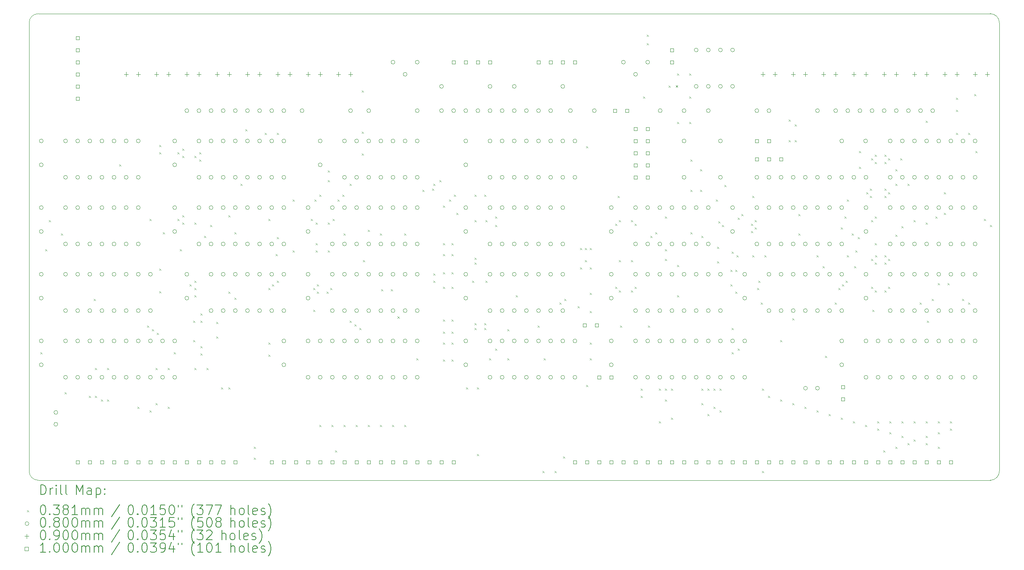
<source format=gbr>
%TF.GenerationSoftware,KiCad,Pcbnew,(7.0.0)*%
%TF.CreationDate,2024-03-28T20:26:27-07:00*%
%TF.ProjectId,sound_square,736f756e-645f-4737-9175-6172652e6b69,rev?*%
%TF.SameCoordinates,Original*%
%TF.FileFunction,Drillmap*%
%TF.FilePolarity,Positive*%
%FSLAX45Y45*%
G04 Gerber Fmt 4.5, Leading zero omitted, Abs format (unit mm)*
G04 Created by KiCad (PCBNEW (7.0.0)) date 2024-03-28 20:26:27*
%MOMM*%
%LPD*%
G01*
G04 APERTURE LIST*
%ADD10C,0.100000*%
%ADD11C,0.200000*%
%ADD12C,0.038100*%
%ADD13C,0.080000*%
%ADD14C,0.090000*%
G04 APERTURE END LIST*
D10*
X25400000Y-5270500D02*
X25400000Y-14668500D01*
X25209500Y-14859000D02*
G75*
G03*
X25400000Y-14668500I0J190500D01*
G01*
X5080000Y-14668500D02*
G75*
G03*
X5270500Y-14859000I190500J0D01*
G01*
X5080000Y-14668500D02*
X5080000Y-5270500D01*
X5270500Y-5080000D02*
G75*
G03*
X5080000Y-5270500I0J-190500D01*
G01*
X25209500Y-14859000D02*
X5270500Y-14859000D01*
X25400000Y-5270500D02*
G75*
G03*
X25209500Y-5080000I-190500J0D01*
G01*
X5270500Y-5080000D02*
X25209500Y-5080000D01*
D11*
D12*
X5314950Y-12172950D02*
X5353050Y-12211050D01*
X5353050Y-12172950D02*
X5314950Y-12211050D01*
X5416550Y-10013950D02*
X5454650Y-10052050D01*
X5454650Y-10013950D02*
X5416550Y-10052050D01*
X5492750Y-9404350D02*
X5530850Y-9442450D01*
X5530850Y-9404350D02*
X5492750Y-9442450D01*
X5746750Y-9683750D02*
X5784850Y-9721850D01*
X5784850Y-9683750D02*
X5746750Y-9721850D01*
X5822950Y-13011150D02*
X5861050Y-13049250D01*
X5861050Y-13011150D02*
X5822950Y-13049250D01*
X6330950Y-13087350D02*
X6369050Y-13125450D01*
X6369050Y-13087350D02*
X6330950Y-13125450D01*
X6432550Y-11055350D02*
X6470650Y-11093450D01*
X6470650Y-11055350D02*
X6432550Y-11093450D01*
X6457950Y-12503150D02*
X6496050Y-12541250D01*
X6496050Y-12503150D02*
X6457950Y-12541250D01*
X6457950Y-13087350D02*
X6496050Y-13125450D01*
X6496050Y-13087350D02*
X6457950Y-13125450D01*
X6584950Y-13163550D02*
X6623050Y-13201650D01*
X6623050Y-13163550D02*
X6584950Y-13201650D01*
X6711950Y-12503150D02*
X6750050Y-12541250D01*
X6750050Y-12503150D02*
X6711950Y-12541250D01*
X6711950Y-13163550D02*
X6750050Y-13201650D01*
X6750050Y-13163550D02*
X6711950Y-13201650D01*
X6965950Y-8235950D02*
X7004050Y-8274050D01*
X7004050Y-8235950D02*
X6965950Y-8274050D01*
X7346950Y-13315950D02*
X7385050Y-13354050D01*
X7385050Y-13315950D02*
X7346950Y-13354050D01*
X7550150Y-11614150D02*
X7588250Y-11652250D01*
X7588250Y-11614150D02*
X7550150Y-11652250D01*
X7600950Y-9378950D02*
X7639050Y-9417050D01*
X7639050Y-9378950D02*
X7600950Y-9417050D01*
X7600950Y-13392150D02*
X7639050Y-13430250D01*
X7639050Y-13392150D02*
X7600950Y-13430250D01*
X7651750Y-11690350D02*
X7689850Y-11728450D01*
X7689850Y-11690350D02*
X7651750Y-11728450D01*
X7727950Y-12503150D02*
X7766050Y-12541250D01*
X7766050Y-12503150D02*
X7727950Y-12541250D01*
X7727950Y-13239750D02*
X7766050Y-13277850D01*
X7766050Y-13239750D02*
X7727950Y-13277850D01*
X7753350Y-11766550D02*
X7791450Y-11804650D01*
X7791450Y-11766550D02*
X7753350Y-11804650D01*
X7804150Y-7829550D02*
X7842250Y-7867650D01*
X7842250Y-7829550D02*
X7804150Y-7867650D01*
X7804150Y-7981950D02*
X7842250Y-8020050D01*
X7842250Y-7981950D02*
X7804150Y-8020050D01*
X7804150Y-10420350D02*
X7842250Y-10458450D01*
X7842250Y-10420350D02*
X7804150Y-10458450D01*
X7804150Y-10895280D02*
X7842250Y-10933380D01*
X7842250Y-10895280D02*
X7804150Y-10933380D01*
X7880350Y-9658350D02*
X7918450Y-9696450D01*
X7918450Y-9658350D02*
X7880350Y-9696450D01*
X7981950Y-12503150D02*
X8020050Y-12541250D01*
X8020050Y-12503150D02*
X7981950Y-12541250D01*
X7981950Y-13315950D02*
X8020050Y-13354050D01*
X8020050Y-13315950D02*
X7981950Y-13354050D01*
X8108950Y-12172950D02*
X8147050Y-12211050D01*
X8147050Y-12172950D02*
X8108950Y-12211050D01*
X8185150Y-7981950D02*
X8223250Y-8020050D01*
X8223250Y-7981950D02*
X8185150Y-8020050D01*
X8185150Y-9378950D02*
X8223250Y-9417050D01*
X8223250Y-9378950D02*
X8185150Y-9417050D01*
X8235950Y-10013950D02*
X8274050Y-10052050D01*
X8274050Y-10013950D02*
X8235950Y-10052050D01*
X8286750Y-7905750D02*
X8324850Y-7943850D01*
X8324850Y-7905750D02*
X8286750Y-7943850D01*
X8286750Y-8058150D02*
X8324850Y-8096250D01*
X8324850Y-8058150D02*
X8286750Y-8096250D01*
X8286750Y-9302750D02*
X8324850Y-9340850D01*
X8324850Y-9302750D02*
X8286750Y-9340850D01*
X8286750Y-9455150D02*
X8324850Y-9493250D01*
X8324850Y-9455150D02*
X8286750Y-9493250D01*
X8439150Y-10750550D02*
X8477250Y-10788650D01*
X8477250Y-10750550D02*
X8439150Y-10788650D01*
X8515350Y-11512550D02*
X8553450Y-11550650D01*
X8553450Y-11512550D02*
X8515350Y-11550650D01*
X8515350Y-11918950D02*
X8553450Y-11957050D01*
X8553450Y-11918950D02*
X8515350Y-11957050D01*
X8540750Y-8058150D02*
X8578850Y-8096250D01*
X8578850Y-8058150D02*
X8540750Y-8096250D01*
X8540750Y-9455150D02*
X8578850Y-9493250D01*
X8578850Y-9455150D02*
X8540750Y-9493250D01*
X8540750Y-10674350D02*
X8578850Y-10712450D01*
X8578850Y-10674350D02*
X8540750Y-10712450D01*
X8540750Y-10826750D02*
X8578850Y-10864850D01*
X8578850Y-10826750D02*
X8540750Y-10864850D01*
X8540750Y-10979150D02*
X8578850Y-11017250D01*
X8578850Y-10979150D02*
X8540750Y-11017250D01*
X8540750Y-12503150D02*
X8578850Y-12541250D01*
X8578850Y-12503150D02*
X8540750Y-12541250D01*
X8642350Y-7981950D02*
X8680450Y-8020050D01*
X8680450Y-7981950D02*
X8642350Y-8020050D01*
X8642350Y-8134350D02*
X8680450Y-8172450D01*
X8680450Y-8134350D02*
X8642350Y-8172450D01*
X8667750Y-11360150D02*
X8705850Y-11398250D01*
X8705850Y-11360150D02*
X8667750Y-11398250D01*
X8667750Y-11512550D02*
X8705850Y-11550650D01*
X8705850Y-11512550D02*
X8667750Y-11550650D01*
X8667750Y-12045950D02*
X8705850Y-12084050D01*
X8705850Y-12045950D02*
X8667750Y-12084050D01*
X8667750Y-12198350D02*
X8705850Y-12236450D01*
X8705850Y-12198350D02*
X8667750Y-12236450D01*
X8743950Y-9734550D02*
X8782050Y-9772650D01*
X8782050Y-9734550D02*
X8743950Y-9772650D01*
X8794750Y-12503150D02*
X8832850Y-12541250D01*
X8832850Y-12503150D02*
X8794750Y-12541250D01*
X8870950Y-9505950D02*
X8909050Y-9544050D01*
X8909050Y-9505950D02*
X8870950Y-9544050D01*
X8997950Y-11537950D02*
X9036050Y-11576050D01*
X9036050Y-11537950D02*
X8997950Y-11576050D01*
X8997950Y-11842750D02*
X9036050Y-11880850D01*
X9036050Y-11842750D02*
X8997950Y-11880850D01*
X9099550Y-12909550D02*
X9137650Y-12947650D01*
X9137650Y-12909550D02*
X9099550Y-12947650D01*
X9251950Y-9302750D02*
X9290050Y-9340850D01*
X9290050Y-9302750D02*
X9251950Y-9340850D01*
X9251950Y-10902950D02*
X9290050Y-10941050D01*
X9290050Y-10902950D02*
X9251950Y-10941050D01*
X9251950Y-12909550D02*
X9290050Y-12947650D01*
X9290050Y-12909550D02*
X9251950Y-12947650D01*
X9378950Y-9658350D02*
X9417050Y-9696450D01*
X9417050Y-9658350D02*
X9378950Y-9696450D01*
X9378950Y-11029950D02*
X9417050Y-11068050D01*
X9417050Y-11029950D02*
X9378950Y-11068050D01*
X9505950Y-8642350D02*
X9544050Y-8680450D01*
X9544050Y-8642350D02*
X9505950Y-8680450D01*
X9607550Y-7499350D02*
X9645650Y-7537450D01*
X9645650Y-7499350D02*
X9607550Y-7537450D01*
X9785350Y-14154150D02*
X9823450Y-14192250D01*
X9823450Y-14154150D02*
X9785350Y-14192250D01*
X9785350Y-14382750D02*
X9823450Y-14420850D01*
X9823450Y-14382750D02*
X9785350Y-14420850D01*
X10013950Y-7575550D02*
X10052050Y-7613650D01*
X10052050Y-7575550D02*
X10013950Y-7613650D01*
X10090150Y-9378950D02*
X10128250Y-9417050D01*
X10128250Y-9378950D02*
X10090150Y-9417050D01*
X10090150Y-10826750D02*
X10128250Y-10864850D01*
X10128250Y-10826750D02*
X10090150Y-10864850D01*
X10090150Y-11969750D02*
X10128250Y-12007850D01*
X10128250Y-11969750D02*
X10090150Y-12007850D01*
X10090150Y-12223750D02*
X10128250Y-12261850D01*
X10128250Y-12223750D02*
X10090150Y-12261850D01*
X10166350Y-10750550D02*
X10204450Y-10788650D01*
X10204450Y-10750550D02*
X10166350Y-10788650D01*
X10242550Y-10115550D02*
X10280650Y-10153650D01*
X10280650Y-10115550D02*
X10242550Y-10153650D01*
X10267950Y-7575550D02*
X10306050Y-7613650D01*
X10306050Y-7575550D02*
X10267950Y-7613650D01*
X10267950Y-9759950D02*
X10306050Y-9798050D01*
X10306050Y-9759950D02*
X10267950Y-9798050D01*
X10267950Y-10674350D02*
X10306050Y-10712450D01*
X10306050Y-10674350D02*
X10267950Y-10712450D01*
X10598150Y-8972550D02*
X10636250Y-9010650D01*
X10636250Y-8972550D02*
X10598150Y-9010650D01*
X10598150Y-10039350D02*
X10636250Y-10077450D01*
X10636250Y-10039350D02*
X10598150Y-10077450D01*
X10979150Y-9378950D02*
X11017250Y-9417050D01*
X11017250Y-9378950D02*
X10979150Y-9417050D01*
X11029950Y-10826750D02*
X11068050Y-10864850D01*
X11068050Y-10826750D02*
X11029950Y-10864850D01*
X11029950Y-11283950D02*
X11068050Y-11322050D01*
X11068050Y-11283950D02*
X11029950Y-11322050D01*
X11055350Y-8972550D02*
X11093450Y-9010650D01*
X11093450Y-8972550D02*
X11055350Y-9010650D01*
X11080750Y-9455150D02*
X11118850Y-9493250D01*
X11118850Y-9455150D02*
X11080750Y-9493250D01*
X11080750Y-9886950D02*
X11118850Y-9925050D01*
X11118850Y-9886950D02*
X11080750Y-9925050D01*
X11080750Y-10039350D02*
X11118850Y-10077450D01*
X11118850Y-10039350D02*
X11080750Y-10077450D01*
X11106150Y-10750550D02*
X11144250Y-10788650D01*
X11144250Y-10750550D02*
X11106150Y-10788650D01*
X11106150Y-10902950D02*
X11144250Y-10941050D01*
X11144250Y-10902950D02*
X11106150Y-10941050D01*
X11156950Y-8870950D02*
X11195050Y-8909050D01*
X11195050Y-8870950D02*
X11156950Y-8909050D01*
X11156950Y-13696950D02*
X11195050Y-13735050D01*
X11195050Y-13696950D02*
X11156950Y-13735050D01*
X11309350Y-10902950D02*
X11347450Y-10941050D01*
X11347450Y-10902950D02*
X11309350Y-10941050D01*
X11334750Y-8362950D02*
X11372850Y-8401050D01*
X11372850Y-8362950D02*
X11334750Y-8401050D01*
X11334750Y-8566150D02*
X11372850Y-8604250D01*
X11372850Y-8566150D02*
X11334750Y-8604250D01*
X11334750Y-9455150D02*
X11372850Y-9493250D01*
X11372850Y-9455150D02*
X11334750Y-9493250D01*
X11334750Y-10039350D02*
X11372850Y-10077450D01*
X11372850Y-10039350D02*
X11334750Y-10077450D01*
X11385550Y-10826750D02*
X11423650Y-10864850D01*
X11423650Y-10826750D02*
X11385550Y-10864850D01*
X11410950Y-13696950D02*
X11449050Y-13735050D01*
X11449050Y-13696950D02*
X11410950Y-13735050D01*
X11436350Y-9378950D02*
X11474450Y-9417050D01*
X11474450Y-9378950D02*
X11436350Y-9417050D01*
X11487150Y-14230350D02*
X11525250Y-14268450D01*
X11525250Y-14230350D02*
X11487150Y-14268450D01*
X11537950Y-8972550D02*
X11576050Y-9010650D01*
X11576050Y-8972550D02*
X11537950Y-9010650D01*
X11639550Y-8870950D02*
X11677650Y-8909050D01*
X11677650Y-8870950D02*
X11639550Y-8909050D01*
X11664950Y-9683750D02*
X11703050Y-9721850D01*
X11703050Y-9683750D02*
X11664950Y-9721850D01*
X11664950Y-13696950D02*
X11703050Y-13735050D01*
X11703050Y-13696950D02*
X11664950Y-13735050D01*
X11791950Y-8642350D02*
X11830050Y-8680450D01*
X11830050Y-8642350D02*
X11791950Y-8680450D01*
X11791950Y-11512550D02*
X11830050Y-11550650D01*
X11830050Y-11512550D02*
X11791950Y-11550650D01*
X11893550Y-11588750D02*
X11931650Y-11626850D01*
X11931650Y-11588750D02*
X11893550Y-11626850D01*
X11918950Y-13696950D02*
X11957050Y-13735050D01*
X11957050Y-13696950D02*
X11918950Y-13735050D01*
X11993940Y-11664950D02*
X12032040Y-11703050D01*
X12032040Y-11664950D02*
X11993940Y-11703050D01*
X12045950Y-6686550D02*
X12084050Y-6724650D01*
X12084050Y-6686550D02*
X12045950Y-6724650D01*
X12045950Y-7550150D02*
X12084050Y-7588250D01*
X12084050Y-7550150D02*
X12045950Y-7588250D01*
X12045950Y-8007350D02*
X12084050Y-8045450D01*
X12084050Y-8007350D02*
X12045950Y-8045450D01*
X12071350Y-10242550D02*
X12109450Y-10280650D01*
X12109450Y-10242550D02*
X12071350Y-10280650D01*
X12172950Y-9607550D02*
X12211050Y-9645650D01*
X12211050Y-9607550D02*
X12172950Y-9645650D01*
X12172950Y-13696950D02*
X12211050Y-13735050D01*
X12211050Y-13696950D02*
X12172950Y-13735050D01*
X12426950Y-9683750D02*
X12465050Y-9721850D01*
X12465050Y-9683750D02*
X12426950Y-9721850D01*
X12426950Y-13696950D02*
X12465050Y-13735050D01*
X12465050Y-13696950D02*
X12426950Y-13735050D01*
X12452350Y-10852150D02*
X12490450Y-10890250D01*
X12490450Y-10852150D02*
X12452350Y-10890250D01*
X12655550Y-10852150D02*
X12693650Y-10890250D01*
X12693650Y-10852150D02*
X12655550Y-10890250D01*
X12680950Y-13696950D02*
X12719050Y-13735050D01*
X12719050Y-13696950D02*
X12680950Y-13735050D01*
X12795250Y-11423650D02*
X12833350Y-11461750D01*
X12833350Y-11423650D02*
X12795250Y-11461750D01*
X12934950Y-9683750D02*
X12973050Y-9721850D01*
X12973050Y-9683750D02*
X12934950Y-9721850D01*
X12934950Y-13696950D02*
X12973050Y-13735050D01*
X12973050Y-13696950D02*
X12934950Y-13735050D01*
X13188950Y-12299950D02*
X13227050Y-12338050D01*
X13227050Y-12299950D02*
X13188950Y-12338050D01*
X13315950Y-8769350D02*
X13354050Y-8807450D01*
X13354050Y-8769350D02*
X13315950Y-8807450D01*
X13517847Y-8745905D02*
X13555947Y-8784005D01*
X13555947Y-8745905D02*
X13517847Y-8784005D01*
X13544550Y-8642350D02*
X13582650Y-8680450D01*
X13582650Y-8642350D02*
X13544550Y-8680450D01*
X13544550Y-10521950D02*
X13582650Y-10560050D01*
X13582650Y-10521950D02*
X13544550Y-10560050D01*
X13544550Y-10674350D02*
X13582650Y-10712450D01*
X13582650Y-10674350D02*
X13544550Y-10712450D01*
X13671550Y-8566150D02*
X13709650Y-8604250D01*
X13709650Y-8566150D02*
X13671550Y-8604250D01*
X13747750Y-9099550D02*
X13785850Y-9137650D01*
X13785850Y-9099550D02*
X13747750Y-9137650D01*
X13747750Y-9886950D02*
X13785850Y-9925050D01*
X13785850Y-9886950D02*
X13747750Y-9925050D01*
X13747750Y-10115550D02*
X13785850Y-10153650D01*
X13785850Y-10115550D02*
X13747750Y-10153650D01*
X13747750Y-10496550D02*
X13785850Y-10534650D01*
X13785850Y-10496550D02*
X13747750Y-10534650D01*
X13747750Y-10801350D02*
X13785850Y-10839450D01*
X13785850Y-10801350D02*
X13747750Y-10839450D01*
X13747750Y-11487150D02*
X13785850Y-11525250D01*
X13785850Y-11487150D02*
X13747750Y-11525250D01*
X13747750Y-11741150D02*
X13785850Y-11779250D01*
X13785850Y-11741150D02*
X13747750Y-11779250D01*
X13747750Y-11969750D02*
X13785850Y-12007850D01*
X13785850Y-11969750D02*
X13747750Y-12007850D01*
X13747750Y-12325350D02*
X13785850Y-12363450D01*
X13785850Y-12325350D02*
X13747750Y-12363450D01*
X13874750Y-8972550D02*
X13912850Y-9010650D01*
X13912850Y-8972550D02*
X13874750Y-9010650D01*
X13925550Y-9886950D02*
X13963650Y-9925050D01*
X13963650Y-9886950D02*
X13925550Y-9925050D01*
X13925550Y-10115550D02*
X13963650Y-10153650D01*
X13963650Y-10115550D02*
X13925550Y-10153650D01*
X13925550Y-10496550D02*
X13963650Y-10534650D01*
X13963650Y-10496550D02*
X13925550Y-10534650D01*
X13925550Y-10801350D02*
X13963650Y-10839450D01*
X13963650Y-10801350D02*
X13925550Y-10839450D01*
X13925550Y-11487150D02*
X13963650Y-11525250D01*
X13963650Y-11487150D02*
X13925550Y-11525250D01*
X13925550Y-11741150D02*
X13963650Y-11779250D01*
X13963650Y-11741150D02*
X13925550Y-11779250D01*
X13925550Y-11969750D02*
X13963650Y-12007850D01*
X13963650Y-11969750D02*
X13925550Y-12007850D01*
X13925550Y-12325350D02*
X13963650Y-12363450D01*
X13963650Y-12325350D02*
X13925550Y-12363450D01*
X13976350Y-8870950D02*
X14014450Y-8909050D01*
X14014450Y-8870950D02*
X13976350Y-8909050D01*
X14027150Y-9251950D02*
X14065250Y-9290050D01*
X14065250Y-9251950D02*
X14027150Y-9290050D01*
X14230350Y-12909550D02*
X14268450Y-12947650D01*
X14268450Y-12909550D02*
X14230350Y-12947650D01*
X14357350Y-10674350D02*
X14395450Y-10712450D01*
X14395450Y-10674350D02*
X14357350Y-10712450D01*
X14408150Y-8870950D02*
X14446250Y-8909050D01*
X14446250Y-8870950D02*
X14408150Y-8909050D01*
X14408150Y-9404350D02*
X14446250Y-9442450D01*
X14446250Y-9404350D02*
X14408150Y-9442450D01*
X14408150Y-10191750D02*
X14446250Y-10229850D01*
X14446250Y-10191750D02*
X14408150Y-10229850D01*
X14408150Y-10293350D02*
X14446250Y-10331450D01*
X14446250Y-10293350D02*
X14408150Y-10331450D01*
X14408150Y-11563350D02*
X14446250Y-11601450D01*
X14446250Y-11563350D02*
X14408150Y-11601450D01*
X14408150Y-11664950D02*
X14446250Y-11703050D01*
X14446250Y-11664950D02*
X14408150Y-11703050D01*
X14458950Y-12909550D02*
X14497050Y-12947650D01*
X14497050Y-12909550D02*
X14458950Y-12947650D01*
X14458950Y-14306550D02*
X14497050Y-14344650D01*
X14497050Y-14306550D02*
X14458950Y-14344650D01*
X14611350Y-8870950D02*
X14649450Y-8909050D01*
X14649450Y-8870950D02*
X14611350Y-8909050D01*
X14611350Y-11563350D02*
X14649450Y-11601450D01*
X14649450Y-11563350D02*
X14611350Y-11601450D01*
X14611350Y-11664950D02*
X14649450Y-11703050D01*
X14649450Y-11664950D02*
X14611350Y-11703050D01*
X14636750Y-9404350D02*
X14674850Y-9442450D01*
X14674850Y-9404350D02*
X14636750Y-9442450D01*
X14636750Y-10674350D02*
X14674850Y-10712450D01*
X14674850Y-10674350D02*
X14636750Y-10712450D01*
X14712950Y-12299950D02*
X14751050Y-12338050D01*
X14751050Y-12299950D02*
X14712950Y-12338050D01*
X14839950Y-9328150D02*
X14878050Y-9366250D01*
X14878050Y-9328150D02*
X14839950Y-9366250D01*
X14839950Y-9505950D02*
X14878050Y-9544050D01*
X14878050Y-9505950D02*
X14839950Y-9544050D01*
X14839950Y-12096750D02*
X14878050Y-12134850D01*
X14878050Y-12096750D02*
X14839950Y-12134850D01*
X15093950Y-11690350D02*
X15132050Y-11728450D01*
X15132050Y-11690350D02*
X15093950Y-11728450D01*
X15093950Y-12299950D02*
X15132050Y-12338050D01*
X15132050Y-12299950D02*
X15093950Y-12338050D01*
X15271750Y-10979150D02*
X15309850Y-11017250D01*
X15309850Y-10979150D02*
X15271750Y-11017250D01*
X15728950Y-11614150D02*
X15767050Y-11652250D01*
X15767050Y-11614150D02*
X15728950Y-11652250D01*
X15830550Y-14662150D02*
X15868650Y-14700250D01*
X15868650Y-14662150D02*
X15830550Y-14700250D01*
X15855950Y-12299950D02*
X15894050Y-12338050D01*
X15894050Y-12299950D02*
X15855950Y-12338050D01*
X16084550Y-14662150D02*
X16122650Y-14700250D01*
X16122650Y-14662150D02*
X16084550Y-14700250D01*
X16186150Y-11131550D02*
X16224250Y-11169650D01*
X16224250Y-11131550D02*
X16186150Y-11169650D01*
X16262350Y-14357350D02*
X16300450Y-14395450D01*
X16300450Y-14357350D02*
X16262350Y-14395450D01*
X16287750Y-11055350D02*
X16325850Y-11093450D01*
X16325850Y-11055350D02*
X16287750Y-11093450D01*
X16567150Y-11207750D02*
X16605250Y-11245850D01*
X16605250Y-11207750D02*
X16567150Y-11245850D01*
X16617950Y-9988550D02*
X16656050Y-10026650D01*
X16656050Y-9988550D02*
X16617950Y-10026650D01*
X16617950Y-10394950D02*
X16656050Y-10433050D01*
X16656050Y-10394950D02*
X16617950Y-10433050D01*
X16719550Y-9988550D02*
X16757650Y-10026650D01*
X16757650Y-9988550D02*
X16719550Y-10026650D01*
X16719550Y-10242550D02*
X16757650Y-10280650D01*
X16757650Y-10242550D02*
X16719550Y-10280650D01*
X16744950Y-7854950D02*
X16783050Y-7893050D01*
X16783050Y-7854950D02*
X16744950Y-7893050D01*
X16744950Y-12858750D02*
X16783050Y-12896850D01*
X16783050Y-12858750D02*
X16744950Y-12896850D01*
X16821150Y-9988550D02*
X16859250Y-10026650D01*
X16859250Y-9988550D02*
X16821150Y-10026650D01*
X16821150Y-10394950D02*
X16859250Y-10433050D01*
X16859250Y-10394950D02*
X16821150Y-10433050D01*
X16821150Y-10928350D02*
X16859250Y-10966450D01*
X16859250Y-10928350D02*
X16821150Y-10966450D01*
X16821150Y-11309350D02*
X16859250Y-11347450D01*
X16859250Y-11309350D02*
X16821150Y-11347450D01*
X16821150Y-11969750D02*
X16859250Y-12007850D01*
X16859250Y-11969750D02*
X16821150Y-12007850D01*
X16821150Y-12299950D02*
X16859250Y-12338050D01*
X16859250Y-12299950D02*
X16821150Y-12338050D01*
X17354550Y-9480550D02*
X17392650Y-9518650D01*
X17392650Y-9480550D02*
X17354550Y-9518650D01*
X17354550Y-10801350D02*
X17392650Y-10839450D01*
X17392650Y-10801350D02*
X17354550Y-10839450D01*
X17405350Y-8896350D02*
X17443450Y-8934450D01*
X17443450Y-8896350D02*
X17405350Y-8934450D01*
X17430750Y-9404350D02*
X17468850Y-9442450D01*
X17468850Y-9404350D02*
X17430750Y-9442450D01*
X17430750Y-10242550D02*
X17468850Y-10280650D01*
X17468850Y-10242550D02*
X17430750Y-10280650D01*
X17430750Y-10877550D02*
X17468850Y-10915650D01*
X17468850Y-10877550D02*
X17430750Y-10915650D01*
X17456150Y-11614150D02*
X17494250Y-11652250D01*
X17494250Y-11614150D02*
X17456150Y-11652250D01*
X17684750Y-9404350D02*
X17722850Y-9442450D01*
X17722850Y-9404350D02*
X17684750Y-9442450D01*
X17684750Y-10242550D02*
X17722850Y-10280650D01*
X17722850Y-10242550D02*
X17684750Y-10280650D01*
X17684750Y-10877550D02*
X17722850Y-10915650D01*
X17722850Y-10877550D02*
X17684750Y-10915650D01*
X17760950Y-9480550D02*
X17799050Y-9518650D01*
X17799050Y-9480550D02*
X17760950Y-9518650D01*
X17760950Y-10801350D02*
X17799050Y-10839450D01*
X17799050Y-10801350D02*
X17760950Y-10839450D01*
X17887950Y-12934950D02*
X17926050Y-12973050D01*
X17926050Y-12934950D02*
X17887950Y-12973050D01*
X17887950Y-13087350D02*
X17926050Y-13125450D01*
X17926050Y-13087350D02*
X17887950Y-13125450D01*
X17938750Y-6813550D02*
X17976850Y-6851650D01*
X17976850Y-6813550D02*
X17938750Y-6851650D01*
X18014950Y-5518150D02*
X18053050Y-5556250D01*
X18053050Y-5518150D02*
X18014950Y-5556250D01*
X18014950Y-5695950D02*
X18053050Y-5734050D01*
X18053050Y-5695950D02*
X18014950Y-5734050D01*
X18040350Y-11614150D02*
X18078450Y-11652250D01*
X18078450Y-11614150D02*
X18040350Y-11652250D01*
X18091150Y-9734550D02*
X18129250Y-9772650D01*
X18129250Y-9734550D02*
X18091150Y-9772650D01*
X18192750Y-9658350D02*
X18230850Y-9696450D01*
X18230850Y-9658350D02*
X18192750Y-9696450D01*
X18268950Y-12934950D02*
X18307050Y-12973050D01*
X18307050Y-12934950D02*
X18268950Y-12973050D01*
X18268950Y-13620750D02*
X18307050Y-13658850D01*
X18307050Y-13620750D02*
X18268950Y-13658850D01*
X18395950Y-9328150D02*
X18434050Y-9366250D01*
X18434050Y-9328150D02*
X18395950Y-9366250D01*
X18395950Y-10013950D02*
X18434050Y-10052050D01*
X18434050Y-10013950D02*
X18395950Y-10052050D01*
X18395950Y-10217150D02*
X18434050Y-10255250D01*
X18434050Y-10217150D02*
X18395950Y-10255250D01*
X18395950Y-12934950D02*
X18434050Y-12973050D01*
X18434050Y-12934950D02*
X18395950Y-12973050D01*
X18395950Y-13163550D02*
X18434050Y-13201650D01*
X18434050Y-13163550D02*
X18395950Y-13201650D01*
X18472150Y-6584950D02*
X18510250Y-6623050D01*
X18510250Y-6584950D02*
X18472150Y-6623050D01*
X18522950Y-12934950D02*
X18561050Y-12973050D01*
X18561050Y-12934950D02*
X18522950Y-12973050D01*
X18522950Y-13544550D02*
X18561050Y-13582650D01*
X18561050Y-13544550D02*
X18522950Y-13582650D01*
X18624550Y-6583950D02*
X18662650Y-6622050D01*
X18662650Y-6583950D02*
X18624550Y-6622050D01*
X18649950Y-6330950D02*
X18688050Y-6369050D01*
X18688050Y-6330950D02*
X18649950Y-6369050D01*
X18649950Y-7346950D02*
X18688050Y-7385050D01*
X18688050Y-7346950D02*
X18649950Y-7385050D01*
X18649950Y-10344150D02*
X18688050Y-10382250D01*
X18688050Y-10344150D02*
X18649950Y-10382250D01*
X18649950Y-10979150D02*
X18688050Y-11017250D01*
X18688050Y-10979150D02*
X18649950Y-11017250D01*
X18903950Y-6330950D02*
X18942050Y-6369050D01*
X18942050Y-6330950D02*
X18903950Y-6369050D01*
X18903950Y-6813550D02*
X18942050Y-6851650D01*
X18942050Y-6813550D02*
X18903950Y-6851650D01*
X18903950Y-7346950D02*
X18942050Y-7385050D01*
X18942050Y-7346950D02*
X18903950Y-7385050D01*
X18929350Y-8134350D02*
X18967450Y-8172450D01*
X18967450Y-8134350D02*
X18929350Y-8172450D01*
X18929350Y-8769350D02*
X18967450Y-8807450D01*
X18967450Y-8769350D02*
X18929350Y-8807450D01*
X18929350Y-9658350D02*
X18967450Y-9696450D01*
X18967450Y-9658350D02*
X18929350Y-9696450D01*
X19132550Y-8337550D02*
X19170650Y-8375650D01*
X19170650Y-8337550D02*
X19132550Y-8375650D01*
X19132550Y-8769350D02*
X19170650Y-8807450D01*
X19170650Y-8769350D02*
X19132550Y-8807450D01*
X19157950Y-9734550D02*
X19196050Y-9772650D01*
X19196050Y-9734550D02*
X19157950Y-9772650D01*
X19157950Y-12934950D02*
X19196050Y-12973050D01*
X19196050Y-12934950D02*
X19157950Y-12973050D01*
X19157950Y-13239750D02*
X19196050Y-13277850D01*
X19196050Y-13239750D02*
X19157950Y-13277850D01*
X19284950Y-12934950D02*
X19323050Y-12973050D01*
X19323050Y-12934950D02*
X19284950Y-12973050D01*
X19284950Y-13468350D02*
X19323050Y-13506450D01*
X19323050Y-13468350D02*
X19284950Y-13506450D01*
X19411950Y-12934950D02*
X19450050Y-12973050D01*
X19450050Y-12934950D02*
X19411950Y-12973050D01*
X19411950Y-13315950D02*
X19450050Y-13354050D01*
X19450050Y-13315950D02*
X19411950Y-13354050D01*
X19462750Y-8972550D02*
X19500850Y-9010650D01*
X19500850Y-8972550D02*
X19462750Y-9010650D01*
X19488150Y-9963150D02*
X19526250Y-10001250D01*
X19526250Y-9963150D02*
X19488150Y-10001250D01*
X19488150Y-10267950D02*
X19526250Y-10306050D01*
X19526250Y-10267950D02*
X19488150Y-10306050D01*
X19513550Y-9429750D02*
X19551650Y-9467850D01*
X19551650Y-9429750D02*
X19513550Y-9467850D01*
X19538950Y-12934950D02*
X19577050Y-12973050D01*
X19577050Y-12934950D02*
X19538950Y-12973050D01*
X19538950Y-13392150D02*
X19577050Y-13430250D01*
X19577050Y-13392150D02*
X19538950Y-13430250D01*
X19589750Y-9505950D02*
X19627850Y-9544050D01*
X19627850Y-9505950D02*
X19589750Y-9544050D01*
X19640550Y-8667750D02*
X19678650Y-8705850D01*
X19678650Y-8667750D02*
X19640550Y-8705850D01*
X19767550Y-10445750D02*
X19805650Y-10483850D01*
X19805650Y-10445750D02*
X19767550Y-10483850D01*
X19767550Y-10750550D02*
X19805650Y-10788650D01*
X19805650Y-10750550D02*
X19767550Y-10788650D01*
X19792950Y-10064750D02*
X19831050Y-10102850D01*
X19831050Y-10064750D02*
X19792950Y-10102850D01*
X19792950Y-11664950D02*
X19831050Y-11703050D01*
X19831050Y-11664950D02*
X19792950Y-11703050D01*
X19792950Y-12172950D02*
X19831050Y-12211050D01*
X19831050Y-12172950D02*
X19792950Y-12211050D01*
X19869150Y-10445750D02*
X19907250Y-10483850D01*
X19907250Y-10445750D02*
X19869150Y-10483850D01*
X19869150Y-10902950D02*
X19907250Y-10941050D01*
X19907250Y-10902950D02*
X19869150Y-10941050D01*
X19894550Y-10140950D02*
X19932650Y-10179050D01*
X19932650Y-10140950D02*
X19894550Y-10179050D01*
X19919950Y-9353550D02*
X19958050Y-9391650D01*
X19958050Y-9353550D02*
X19919950Y-9391650D01*
X19919950Y-12096750D02*
X19958050Y-12134850D01*
X19958050Y-12096750D02*
X19919950Y-12134850D01*
X19996150Y-9277350D02*
X20034250Y-9315450D01*
X20034250Y-9277350D02*
X19996150Y-9315450D01*
X20199350Y-9480550D02*
X20237450Y-9518650D01*
X20237450Y-9480550D02*
X20199350Y-9518650D01*
X20199350Y-9632950D02*
X20237450Y-9671050D01*
X20237450Y-9632950D02*
X20199350Y-9671050D01*
X20224750Y-8896350D02*
X20262850Y-8934450D01*
X20262850Y-8896350D02*
X20224750Y-8934450D01*
X20224750Y-10140950D02*
X20262850Y-10179050D01*
X20262850Y-10140950D02*
X20224750Y-10179050D01*
X20275550Y-9404350D02*
X20313650Y-9442450D01*
X20313650Y-9404350D02*
X20275550Y-9442450D01*
X20275550Y-9556750D02*
X20313650Y-9594850D01*
X20313650Y-9556750D02*
X20275550Y-9594850D01*
X20326350Y-10826750D02*
X20364450Y-10864850D01*
X20364450Y-10826750D02*
X20326350Y-10864850D01*
X20351750Y-10674350D02*
X20389850Y-10712450D01*
X20389850Y-10674350D02*
X20351750Y-10712450D01*
X20402550Y-11131550D02*
X20440650Y-11169650D01*
X20440650Y-11131550D02*
X20402550Y-11169650D01*
X20427950Y-12934950D02*
X20466050Y-12973050D01*
X20466050Y-12934950D02*
X20427950Y-12973050D01*
X20427950Y-14662150D02*
X20466050Y-14700250D01*
X20466050Y-14662150D02*
X20427950Y-14700250D01*
X20478750Y-10140950D02*
X20516850Y-10179050D01*
X20516850Y-10140950D02*
X20478750Y-10179050D01*
X20554950Y-13087350D02*
X20593050Y-13125450D01*
X20593050Y-13087350D02*
X20554950Y-13125450D01*
X20808950Y-11918950D02*
X20847050Y-11957050D01*
X20847050Y-11918950D02*
X20808950Y-11957050D01*
X20808950Y-13163550D02*
X20847050Y-13201650D01*
X20847050Y-13163550D02*
X20808950Y-13201650D01*
X20986750Y-7296150D02*
X21024850Y-7334250D01*
X21024850Y-7296150D02*
X20986750Y-7334250D01*
X20986750Y-7727950D02*
X21024850Y-7766050D01*
X21024850Y-7727950D02*
X20986750Y-7766050D01*
X21062950Y-11461750D02*
X21101050Y-11499850D01*
X21101050Y-11461750D02*
X21062950Y-11499850D01*
X21062950Y-13239750D02*
X21101050Y-13277850D01*
X21101050Y-13239750D02*
X21062950Y-13277850D01*
X21113750Y-7397750D02*
X21151850Y-7435850D01*
X21151850Y-7397750D02*
X21113750Y-7435850D01*
X21113750Y-7727950D02*
X21151850Y-7766050D01*
X21151850Y-7727950D02*
X21113750Y-7766050D01*
X21189950Y-9277350D02*
X21228050Y-9315450D01*
X21228050Y-9277350D02*
X21189950Y-9315450D01*
X21189950Y-9683750D02*
X21228050Y-9721850D01*
X21228050Y-9683750D02*
X21189950Y-9721850D01*
X21316950Y-13315950D02*
X21355050Y-13354050D01*
X21355050Y-13315950D02*
X21316950Y-13354050D01*
X21570950Y-10140950D02*
X21609050Y-10179050D01*
X21609050Y-10140950D02*
X21570950Y-10179050D01*
X21570950Y-13392150D02*
X21609050Y-13430250D01*
X21609050Y-13392150D02*
X21570950Y-13430250D01*
X21697950Y-10369550D02*
X21736050Y-10407650D01*
X21736050Y-10369550D02*
X21697950Y-10407650D01*
X21748750Y-12249150D02*
X21786850Y-12287250D01*
X21786850Y-12249150D02*
X21748750Y-12287250D01*
X21824950Y-13468350D02*
X21863050Y-13506450D01*
X21863050Y-13468350D02*
X21824950Y-13506450D01*
X21951950Y-11131550D02*
X21990050Y-11169650D01*
X21990050Y-11131550D02*
X21951950Y-11169650D01*
X22028150Y-10826750D02*
X22066250Y-10864850D01*
X22066250Y-10826750D02*
X22028150Y-10864850D01*
X22078950Y-9556750D02*
X22117050Y-9594850D01*
X22117050Y-9556750D02*
X22078950Y-9594850D01*
X22078950Y-13544550D02*
X22117050Y-13582650D01*
X22117050Y-13544550D02*
X22078950Y-13582650D01*
X22104350Y-10750550D02*
X22142450Y-10788650D01*
X22142450Y-10750550D02*
X22104350Y-10788650D01*
X22155150Y-9328150D02*
X22193250Y-9366250D01*
X22193250Y-9328150D02*
X22155150Y-9366250D01*
X22180550Y-10674350D02*
X22218650Y-10712450D01*
X22218650Y-10674350D02*
X22180550Y-10712450D01*
X22205950Y-8972550D02*
X22244050Y-9010650D01*
X22244050Y-8972550D02*
X22205950Y-9010650D01*
X22205950Y-10140950D02*
X22244050Y-10179050D01*
X22244050Y-10140950D02*
X22205950Y-10179050D01*
X22307550Y-9683750D02*
X22345650Y-9721850D01*
X22345650Y-9683750D02*
X22307550Y-9721850D01*
X22332950Y-13620750D02*
X22371050Y-13658850D01*
X22371050Y-13620750D02*
X22332950Y-13658850D01*
X22358350Y-10369550D02*
X22396450Y-10407650D01*
X22396450Y-10369550D02*
X22358350Y-10407650D01*
X22383750Y-10039350D02*
X22421850Y-10077450D01*
X22421850Y-10039350D02*
X22383750Y-10077450D01*
X22434550Y-9759950D02*
X22472650Y-9798050D01*
X22472650Y-9759950D02*
X22434550Y-9798050D01*
X22459950Y-7956550D02*
X22498050Y-7994650D01*
X22498050Y-7956550D02*
X22459950Y-7994650D01*
X22459950Y-8286750D02*
X22498050Y-8324850D01*
X22498050Y-8286750D02*
X22459950Y-8324850D01*
X22586950Y-13696950D02*
X22625050Y-13735050D01*
X22625050Y-13696950D02*
X22586950Y-13735050D01*
X22612350Y-8820150D02*
X22650450Y-8858250D01*
X22650450Y-8820150D02*
X22612350Y-8858250D01*
X22688550Y-8743950D02*
X22726650Y-8782050D01*
X22726650Y-8743950D02*
X22688550Y-8782050D01*
X22688550Y-8896350D02*
X22726650Y-8934450D01*
X22726650Y-8896350D02*
X22688550Y-8934450D01*
X22713950Y-8108950D02*
X22752050Y-8147050D01*
X22752050Y-8108950D02*
X22713950Y-8147050D01*
X22713950Y-9404350D02*
X22752050Y-9442450D01*
X22752050Y-9404350D02*
X22713950Y-9442450D01*
X22713950Y-10217150D02*
X22752050Y-10255250D01*
X22752050Y-10217150D02*
X22713950Y-10255250D01*
X22713950Y-10801350D02*
X22752050Y-10839450D01*
X22752050Y-10801350D02*
X22713950Y-10839450D01*
X22739350Y-11283950D02*
X22777450Y-11322050D01*
X22777450Y-11283950D02*
X22739350Y-11322050D01*
X22790150Y-8032750D02*
X22828250Y-8070850D01*
X22828250Y-8032750D02*
X22790150Y-8070850D01*
X22790150Y-8185150D02*
X22828250Y-8223250D01*
X22828250Y-8185150D02*
X22790150Y-8223250D01*
X22790150Y-9328150D02*
X22828250Y-9366250D01*
X22828250Y-9328150D02*
X22790150Y-9366250D01*
X22790150Y-9886950D02*
X22828250Y-9925050D01*
X22828250Y-9886950D02*
X22790150Y-9925050D01*
X22790150Y-10293350D02*
X22828250Y-10331450D01*
X22828250Y-10293350D02*
X22790150Y-10331450D01*
X22790150Y-10877550D02*
X22828250Y-10915650D01*
X22828250Y-10877550D02*
X22790150Y-10915650D01*
X22797820Y-10140950D02*
X22835920Y-10179050D01*
X22835920Y-10140950D02*
X22797820Y-10179050D01*
X22840950Y-13620750D02*
X22879050Y-13658850D01*
X22879050Y-13620750D02*
X22840950Y-13658850D01*
X22840950Y-13773150D02*
X22879050Y-13811250D01*
X22879050Y-13773150D02*
X22840950Y-13811250D01*
X22967950Y-14230350D02*
X23006050Y-14268450D01*
X23006050Y-14230350D02*
X22967950Y-14268450D01*
X22993350Y-8032750D02*
X23031450Y-8070850D01*
X23031450Y-8032750D02*
X22993350Y-8070850D01*
X22993350Y-8185150D02*
X23031450Y-8223250D01*
X23031450Y-8185150D02*
X22993350Y-8223250D01*
X22993350Y-8743950D02*
X23031450Y-8782050D01*
X23031450Y-8743950D02*
X22993350Y-8782050D01*
X22993350Y-8896350D02*
X23031450Y-8934450D01*
X23031450Y-8896350D02*
X22993350Y-8934450D01*
X22993350Y-10140950D02*
X23031450Y-10179050D01*
X23031450Y-10140950D02*
X22993350Y-10179050D01*
X22993350Y-10293350D02*
X23031450Y-10331450D01*
X23031450Y-10293350D02*
X22993350Y-10331450D01*
X22993350Y-10877550D02*
X23031450Y-10915650D01*
X23031450Y-10877550D02*
X22993350Y-10915650D01*
X23069550Y-8108950D02*
X23107650Y-8147050D01*
X23107650Y-8108950D02*
X23069550Y-8147050D01*
X23069550Y-8820150D02*
X23107650Y-8858250D01*
X23107650Y-8820150D02*
X23069550Y-8858250D01*
X23069550Y-10217150D02*
X23107650Y-10255250D01*
X23107650Y-10217150D02*
X23069550Y-10255250D01*
X23069550Y-10801350D02*
X23107650Y-10839450D01*
X23107650Y-10801350D02*
X23069550Y-10839450D01*
X23094950Y-13620750D02*
X23133050Y-13658850D01*
X23133050Y-13620750D02*
X23094950Y-13658850D01*
X23094950Y-13849350D02*
X23133050Y-13887450D01*
X23133050Y-13849350D02*
X23094950Y-13887450D01*
X23221950Y-8337550D02*
X23260050Y-8375650D01*
X23260050Y-8337550D02*
X23221950Y-8375650D01*
X23221950Y-8642350D02*
X23260050Y-8680450D01*
X23260050Y-8642350D02*
X23221950Y-8680450D01*
X23221950Y-9709150D02*
X23260050Y-9747250D01*
X23260050Y-9709150D02*
X23221950Y-9747250D01*
X23221950Y-14154150D02*
X23260050Y-14192250D01*
X23260050Y-14154150D02*
X23221950Y-14192250D01*
X23323550Y-8108950D02*
X23361650Y-8147050D01*
X23361650Y-8108950D02*
X23323550Y-8147050D01*
X23348950Y-9531350D02*
X23387050Y-9569450D01*
X23387050Y-9531350D02*
X23348950Y-9569450D01*
X23348950Y-13620750D02*
X23387050Y-13658850D01*
X23387050Y-13620750D02*
X23348950Y-13658850D01*
X23348950Y-13925550D02*
X23387050Y-13963650D01*
X23387050Y-13925550D02*
X23348950Y-13963650D01*
X23475950Y-8642350D02*
X23514050Y-8680450D01*
X23514050Y-8642350D02*
X23475950Y-8680450D01*
X23475950Y-14077950D02*
X23514050Y-14116050D01*
X23514050Y-14077950D02*
X23475950Y-14116050D01*
X23602950Y-9404350D02*
X23641050Y-9442450D01*
X23641050Y-9404350D02*
X23602950Y-9442450D01*
X23602950Y-13620750D02*
X23641050Y-13658850D01*
X23641050Y-13620750D02*
X23602950Y-13658850D01*
X23602950Y-14001750D02*
X23641050Y-14039850D01*
X23641050Y-14001750D02*
X23602950Y-14039850D01*
X23729950Y-11131550D02*
X23768050Y-11169650D01*
X23768050Y-11131550D02*
X23729950Y-11169650D01*
X23856950Y-7321550D02*
X23895050Y-7359650D01*
X23895050Y-7321550D02*
X23856950Y-7359650D01*
X23856950Y-9455150D02*
X23895050Y-9493250D01*
X23895050Y-9455150D02*
X23856950Y-9493250D01*
X23856950Y-13620750D02*
X23895050Y-13658850D01*
X23895050Y-13620750D02*
X23856950Y-13658850D01*
X23856950Y-13925550D02*
X23895050Y-13963650D01*
X23895050Y-13925550D02*
X23856950Y-13963650D01*
X23856950Y-14077950D02*
X23895050Y-14116050D01*
X23895050Y-14077950D02*
X23856950Y-14116050D01*
X23882350Y-11512550D02*
X23920450Y-11550650D01*
X23920450Y-11512550D02*
X23882350Y-11550650D01*
X23983950Y-11055350D02*
X24022050Y-11093450D01*
X24022050Y-11055350D02*
X23983950Y-11093450D01*
X24060150Y-9328150D02*
X24098250Y-9366250D01*
X24098250Y-9328150D02*
X24060150Y-9366250D01*
X24110950Y-10725150D02*
X24149050Y-10763250D01*
X24149050Y-10725150D02*
X24110950Y-10763250D01*
X24110950Y-13620750D02*
X24149050Y-13658850D01*
X24149050Y-13620750D02*
X24110950Y-13658850D01*
X24110950Y-13849350D02*
X24149050Y-13887450D01*
X24149050Y-13849350D02*
X24110950Y-13887450D01*
X24110950Y-14154150D02*
X24149050Y-14192250D01*
X24149050Y-14154150D02*
X24110950Y-14192250D01*
X24237950Y-8820150D02*
X24276050Y-8858250D01*
X24276050Y-8820150D02*
X24237950Y-8858250D01*
X24237950Y-9251950D02*
X24276050Y-9290050D01*
X24276050Y-9251950D02*
X24237950Y-9290050D01*
X24314150Y-10725150D02*
X24352250Y-10763250D01*
X24352250Y-10725150D02*
X24314150Y-10763250D01*
X24364950Y-13620750D02*
X24403050Y-13658850D01*
X24403050Y-13620750D02*
X24364950Y-13658850D01*
X24364950Y-13773150D02*
X24403050Y-13811250D01*
X24403050Y-13773150D02*
X24364950Y-13811250D01*
X24491950Y-6838950D02*
X24530050Y-6877050D01*
X24530050Y-6838950D02*
X24491950Y-6877050D01*
X24491950Y-7092950D02*
X24530050Y-7131050D01*
X24530050Y-7092950D02*
X24491950Y-7131050D01*
X24491950Y-7575550D02*
X24530050Y-7613650D01*
X24530050Y-7575550D02*
X24491950Y-7613650D01*
X24618950Y-11055350D02*
X24657050Y-11093450D01*
X24657050Y-11055350D02*
X24618950Y-11093450D01*
X24745950Y-7575550D02*
X24784050Y-7613650D01*
X24784050Y-7575550D02*
X24745950Y-7613650D01*
X24745950Y-11131550D02*
X24784050Y-11169650D01*
X24784050Y-11131550D02*
X24745950Y-11169650D01*
X24872950Y-6762750D02*
X24911050Y-6800850D01*
X24911050Y-6762750D02*
X24872950Y-6800850D01*
X24898350Y-7956550D02*
X24936450Y-7994650D01*
X24936450Y-7956550D02*
X24898350Y-7994650D01*
X25076150Y-9378950D02*
X25114250Y-9417050D01*
X25114250Y-9378950D02*
X25076150Y-9417050D01*
X25203150Y-9505950D02*
X25241250Y-9544050D01*
X25241250Y-9505950D02*
X25203150Y-9544050D01*
D13*
X5374000Y-7747000D02*
G75*
G03*
X5374000Y-7747000I-40000J0D01*
G01*
X5374000Y-8247000D02*
G75*
G03*
X5374000Y-8247000I-40000J0D01*
G01*
X5374000Y-9144000D02*
G75*
G03*
X5374000Y-9144000I-40000J0D01*
G01*
X5374000Y-9644000D02*
G75*
G03*
X5374000Y-9644000I-40000J0D01*
G01*
X5374000Y-10541000D02*
G75*
G03*
X5374000Y-10541000I-40000J0D01*
G01*
X5374000Y-11041000D02*
G75*
G03*
X5374000Y-11041000I-40000J0D01*
G01*
X5374000Y-11938000D02*
G75*
G03*
X5374000Y-11938000I-40000J0D01*
G01*
X5374000Y-12438000D02*
G75*
G03*
X5374000Y-12438000I-40000J0D01*
G01*
X5678800Y-13436600D02*
G75*
G03*
X5678800Y-13436600I-40000J0D01*
G01*
X5678800Y-13686600D02*
G75*
G03*
X5678800Y-13686600I-40000J0D01*
G01*
X5882000Y-7747000D02*
G75*
G03*
X5882000Y-7747000I-40000J0D01*
G01*
X5882000Y-8509000D02*
G75*
G03*
X5882000Y-8509000I-40000J0D01*
G01*
X5882000Y-9144000D02*
G75*
G03*
X5882000Y-9144000I-40000J0D01*
G01*
X5882000Y-9906000D02*
G75*
G03*
X5882000Y-9906000I-40000J0D01*
G01*
X5882000Y-10541000D02*
G75*
G03*
X5882000Y-10541000I-40000J0D01*
G01*
X5882000Y-11303000D02*
G75*
G03*
X5882000Y-11303000I-40000J0D01*
G01*
X5882000Y-11938000D02*
G75*
G03*
X5882000Y-11938000I-40000J0D01*
G01*
X5882000Y-12700000D02*
G75*
G03*
X5882000Y-12700000I-40000J0D01*
G01*
X6136000Y-7747000D02*
G75*
G03*
X6136000Y-7747000I-40000J0D01*
G01*
X6136000Y-8509000D02*
G75*
G03*
X6136000Y-8509000I-40000J0D01*
G01*
X6136000Y-9144000D02*
G75*
G03*
X6136000Y-9144000I-40000J0D01*
G01*
X6136000Y-9906000D02*
G75*
G03*
X6136000Y-9906000I-40000J0D01*
G01*
X6136000Y-10541000D02*
G75*
G03*
X6136000Y-10541000I-40000J0D01*
G01*
X6136000Y-11303000D02*
G75*
G03*
X6136000Y-11303000I-40000J0D01*
G01*
X6136000Y-11938000D02*
G75*
G03*
X6136000Y-11938000I-40000J0D01*
G01*
X6136000Y-12700000D02*
G75*
G03*
X6136000Y-12700000I-40000J0D01*
G01*
X6390000Y-7747000D02*
G75*
G03*
X6390000Y-7747000I-40000J0D01*
G01*
X6390000Y-8509000D02*
G75*
G03*
X6390000Y-8509000I-40000J0D01*
G01*
X6390000Y-9144000D02*
G75*
G03*
X6390000Y-9144000I-40000J0D01*
G01*
X6390000Y-9906000D02*
G75*
G03*
X6390000Y-9906000I-40000J0D01*
G01*
X6390000Y-10541000D02*
G75*
G03*
X6390000Y-10541000I-40000J0D01*
G01*
X6390000Y-11303000D02*
G75*
G03*
X6390000Y-11303000I-40000J0D01*
G01*
X6390000Y-11938000D02*
G75*
G03*
X6390000Y-11938000I-40000J0D01*
G01*
X6390000Y-12700000D02*
G75*
G03*
X6390000Y-12700000I-40000J0D01*
G01*
X6644000Y-7747000D02*
G75*
G03*
X6644000Y-7747000I-40000J0D01*
G01*
X6644000Y-8509000D02*
G75*
G03*
X6644000Y-8509000I-40000J0D01*
G01*
X6644000Y-9144000D02*
G75*
G03*
X6644000Y-9144000I-40000J0D01*
G01*
X6644000Y-9906000D02*
G75*
G03*
X6644000Y-9906000I-40000J0D01*
G01*
X6644000Y-10541000D02*
G75*
G03*
X6644000Y-10541000I-40000J0D01*
G01*
X6644000Y-11303000D02*
G75*
G03*
X6644000Y-11303000I-40000J0D01*
G01*
X6644000Y-11938000D02*
G75*
G03*
X6644000Y-11938000I-40000J0D01*
G01*
X6644000Y-12700000D02*
G75*
G03*
X6644000Y-12700000I-40000J0D01*
G01*
X6898000Y-7747000D02*
G75*
G03*
X6898000Y-7747000I-40000J0D01*
G01*
X6898000Y-8509000D02*
G75*
G03*
X6898000Y-8509000I-40000J0D01*
G01*
X6898000Y-9144000D02*
G75*
G03*
X6898000Y-9144000I-40000J0D01*
G01*
X6898000Y-9906000D02*
G75*
G03*
X6898000Y-9906000I-40000J0D01*
G01*
X6898000Y-10541000D02*
G75*
G03*
X6898000Y-10541000I-40000J0D01*
G01*
X6898000Y-11303000D02*
G75*
G03*
X6898000Y-11303000I-40000J0D01*
G01*
X6898000Y-11938000D02*
G75*
G03*
X6898000Y-11938000I-40000J0D01*
G01*
X6898000Y-12700000D02*
G75*
G03*
X6898000Y-12700000I-40000J0D01*
G01*
X7152000Y-7747000D02*
G75*
G03*
X7152000Y-7747000I-40000J0D01*
G01*
X7152000Y-8509000D02*
G75*
G03*
X7152000Y-8509000I-40000J0D01*
G01*
X7152000Y-9144000D02*
G75*
G03*
X7152000Y-9144000I-40000J0D01*
G01*
X7152000Y-9906000D02*
G75*
G03*
X7152000Y-9906000I-40000J0D01*
G01*
X7152000Y-10541000D02*
G75*
G03*
X7152000Y-10541000I-40000J0D01*
G01*
X7152000Y-11303000D02*
G75*
G03*
X7152000Y-11303000I-40000J0D01*
G01*
X7152000Y-11938000D02*
G75*
G03*
X7152000Y-11938000I-40000J0D01*
G01*
X7152000Y-12700000D02*
G75*
G03*
X7152000Y-12700000I-40000J0D01*
G01*
X7406000Y-7747000D02*
G75*
G03*
X7406000Y-7747000I-40000J0D01*
G01*
X7406000Y-8509000D02*
G75*
G03*
X7406000Y-8509000I-40000J0D01*
G01*
X7406000Y-9144000D02*
G75*
G03*
X7406000Y-9144000I-40000J0D01*
G01*
X7406000Y-9906000D02*
G75*
G03*
X7406000Y-9906000I-40000J0D01*
G01*
X7406000Y-10541000D02*
G75*
G03*
X7406000Y-10541000I-40000J0D01*
G01*
X7406000Y-11303000D02*
G75*
G03*
X7406000Y-11303000I-40000J0D01*
G01*
X7406000Y-11938000D02*
G75*
G03*
X7406000Y-11938000I-40000J0D01*
G01*
X7406000Y-12700000D02*
G75*
G03*
X7406000Y-12700000I-40000J0D01*
G01*
X7660000Y-10541000D02*
G75*
G03*
X7660000Y-10541000I-40000J0D01*
G01*
X7660000Y-11303000D02*
G75*
G03*
X7660000Y-11303000I-40000J0D01*
G01*
X7660000Y-11938000D02*
G75*
G03*
X7660000Y-11938000I-40000J0D01*
G01*
X7660000Y-12700000D02*
G75*
G03*
X7660000Y-12700000I-40000J0D01*
G01*
X7914000Y-11938000D02*
G75*
G03*
X7914000Y-11938000I-40000J0D01*
G01*
X7914000Y-12700000D02*
G75*
G03*
X7914000Y-12700000I-40000J0D01*
G01*
X8168000Y-7747000D02*
G75*
G03*
X8168000Y-7747000I-40000J0D01*
G01*
X8168000Y-8247000D02*
G75*
G03*
X8168000Y-8247000I-40000J0D01*
G01*
X8168000Y-9144000D02*
G75*
G03*
X8168000Y-9144000I-40000J0D01*
G01*
X8168000Y-9644000D02*
G75*
G03*
X8168000Y-9644000I-40000J0D01*
G01*
X8168000Y-11938000D02*
G75*
G03*
X8168000Y-11938000I-40000J0D01*
G01*
X8168000Y-12700000D02*
G75*
G03*
X8168000Y-12700000I-40000J0D01*
G01*
X8422000Y-7112000D02*
G75*
G03*
X8422000Y-7112000I-40000J0D01*
G01*
X8422000Y-10541000D02*
G75*
G03*
X8422000Y-10541000I-40000J0D01*
G01*
X8422000Y-11041000D02*
G75*
G03*
X8422000Y-11041000I-40000J0D01*
G01*
X8676000Y-7112000D02*
G75*
G03*
X8676000Y-7112000I-40000J0D01*
G01*
X8676000Y-7747000D02*
G75*
G03*
X8676000Y-7747000I-40000J0D01*
G01*
X8676000Y-8509000D02*
G75*
G03*
X8676000Y-8509000I-40000J0D01*
G01*
X8676000Y-9144000D02*
G75*
G03*
X8676000Y-9144000I-40000J0D01*
G01*
X8676000Y-9906000D02*
G75*
G03*
X8676000Y-9906000I-40000J0D01*
G01*
X8930000Y-7112000D02*
G75*
G03*
X8930000Y-7112000I-40000J0D01*
G01*
X8930000Y-7747000D02*
G75*
G03*
X8930000Y-7747000I-40000J0D01*
G01*
X8930000Y-8509000D02*
G75*
G03*
X8930000Y-8509000I-40000J0D01*
G01*
X8930000Y-9144000D02*
G75*
G03*
X8930000Y-9144000I-40000J0D01*
G01*
X8930000Y-9906000D02*
G75*
G03*
X8930000Y-9906000I-40000J0D01*
G01*
X8930000Y-10541000D02*
G75*
G03*
X8930000Y-10541000I-40000J0D01*
G01*
X8930000Y-11303000D02*
G75*
G03*
X8930000Y-11303000I-40000J0D01*
G01*
X9184000Y-7112000D02*
G75*
G03*
X9184000Y-7112000I-40000J0D01*
G01*
X9184000Y-7747000D02*
G75*
G03*
X9184000Y-7747000I-40000J0D01*
G01*
X9184000Y-8509000D02*
G75*
G03*
X9184000Y-8509000I-40000J0D01*
G01*
X9184000Y-9144000D02*
G75*
G03*
X9184000Y-9144000I-40000J0D01*
G01*
X9184000Y-9906000D02*
G75*
G03*
X9184000Y-9906000I-40000J0D01*
G01*
X9184000Y-10541000D02*
G75*
G03*
X9184000Y-10541000I-40000J0D01*
G01*
X9184000Y-11303000D02*
G75*
G03*
X9184000Y-11303000I-40000J0D01*
G01*
X9438000Y-7112000D02*
G75*
G03*
X9438000Y-7112000I-40000J0D01*
G01*
X9438000Y-7747000D02*
G75*
G03*
X9438000Y-7747000I-40000J0D01*
G01*
X9438000Y-8509000D02*
G75*
G03*
X9438000Y-8509000I-40000J0D01*
G01*
X9438000Y-9144000D02*
G75*
G03*
X9438000Y-9144000I-40000J0D01*
G01*
X9438000Y-9906000D02*
G75*
G03*
X9438000Y-9906000I-40000J0D01*
G01*
X9438000Y-10541000D02*
G75*
G03*
X9438000Y-10541000I-40000J0D01*
G01*
X9438000Y-11303000D02*
G75*
G03*
X9438000Y-11303000I-40000J0D01*
G01*
X9692000Y-7112000D02*
G75*
G03*
X9692000Y-7112000I-40000J0D01*
G01*
X9692000Y-7747000D02*
G75*
G03*
X9692000Y-7747000I-40000J0D01*
G01*
X9692000Y-8509000D02*
G75*
G03*
X9692000Y-8509000I-40000J0D01*
G01*
X9692000Y-9144000D02*
G75*
G03*
X9692000Y-9144000I-40000J0D01*
G01*
X9692000Y-9906000D02*
G75*
G03*
X9692000Y-9906000I-40000J0D01*
G01*
X9692000Y-10541000D02*
G75*
G03*
X9692000Y-10541000I-40000J0D01*
G01*
X9692000Y-11303000D02*
G75*
G03*
X9692000Y-11303000I-40000J0D01*
G01*
X9946000Y-7112000D02*
G75*
G03*
X9946000Y-7112000I-40000J0D01*
G01*
X9946000Y-7747000D02*
G75*
G03*
X9946000Y-7747000I-40000J0D01*
G01*
X9946000Y-8509000D02*
G75*
G03*
X9946000Y-8509000I-40000J0D01*
G01*
X9946000Y-9144000D02*
G75*
G03*
X9946000Y-9144000I-40000J0D01*
G01*
X9946000Y-9906000D02*
G75*
G03*
X9946000Y-9906000I-40000J0D01*
G01*
X9946000Y-10541000D02*
G75*
G03*
X9946000Y-10541000I-40000J0D01*
G01*
X9946000Y-11303000D02*
G75*
G03*
X9946000Y-11303000I-40000J0D01*
G01*
X10200000Y-7112000D02*
G75*
G03*
X10200000Y-7112000I-40000J0D01*
G01*
X10200000Y-7747000D02*
G75*
G03*
X10200000Y-7747000I-40000J0D01*
G01*
X10200000Y-8509000D02*
G75*
G03*
X10200000Y-8509000I-40000J0D01*
G01*
X10200000Y-9144000D02*
G75*
G03*
X10200000Y-9144000I-40000J0D01*
G01*
X10200000Y-9906000D02*
G75*
G03*
X10200000Y-9906000I-40000J0D01*
G01*
X10200000Y-10541000D02*
G75*
G03*
X10200000Y-10541000I-40000J0D01*
G01*
X10200000Y-11303000D02*
G75*
G03*
X10200000Y-11303000I-40000J0D01*
G01*
X10454000Y-7112000D02*
G75*
G03*
X10454000Y-7112000I-40000J0D01*
G01*
X10454000Y-7747000D02*
G75*
G03*
X10454000Y-7747000I-40000J0D01*
G01*
X10454000Y-8509000D02*
G75*
G03*
X10454000Y-8509000I-40000J0D01*
G01*
X10454000Y-9144000D02*
G75*
G03*
X10454000Y-9144000I-40000J0D01*
G01*
X10454000Y-9906000D02*
G75*
G03*
X10454000Y-9906000I-40000J0D01*
G01*
X10454000Y-10541000D02*
G75*
G03*
X10454000Y-10541000I-40000J0D01*
G01*
X10454000Y-11303000D02*
G75*
G03*
X10454000Y-11303000I-40000J0D01*
G01*
X10454000Y-11938000D02*
G75*
G03*
X10454000Y-11938000I-40000J0D01*
G01*
X10454000Y-12438000D02*
G75*
G03*
X10454000Y-12438000I-40000J0D01*
G01*
X10835000Y-7112000D02*
G75*
G03*
X10835000Y-7112000I-40000J0D01*
G01*
X10962000Y-9144000D02*
G75*
G03*
X10962000Y-9144000I-40000J0D01*
G01*
X10962000Y-9644000D02*
G75*
G03*
X10962000Y-9644000I-40000J0D01*
G01*
X10962000Y-10541000D02*
G75*
G03*
X10962000Y-10541000I-40000J0D01*
G01*
X10962000Y-11041000D02*
G75*
G03*
X10962000Y-11041000I-40000J0D01*
G01*
X10962000Y-11938000D02*
G75*
G03*
X10962000Y-11938000I-40000J0D01*
G01*
X10962000Y-12700000D02*
G75*
G03*
X10962000Y-12700000I-40000J0D01*
G01*
X11216000Y-7747000D02*
G75*
G03*
X11216000Y-7747000I-40000J0D01*
G01*
X11216000Y-8247000D02*
G75*
G03*
X11216000Y-8247000I-40000J0D01*
G01*
X11216000Y-11938000D02*
G75*
G03*
X11216000Y-11938000I-40000J0D01*
G01*
X11216000Y-12700000D02*
G75*
G03*
X11216000Y-12700000I-40000J0D01*
G01*
X11470000Y-9144000D02*
G75*
G03*
X11470000Y-9144000I-40000J0D01*
G01*
X11470000Y-9906000D02*
G75*
G03*
X11470000Y-9906000I-40000J0D01*
G01*
X11470000Y-10541000D02*
G75*
G03*
X11470000Y-10541000I-40000J0D01*
G01*
X11470000Y-11303000D02*
G75*
G03*
X11470000Y-11303000I-40000J0D01*
G01*
X11470000Y-11938000D02*
G75*
G03*
X11470000Y-11938000I-40000J0D01*
G01*
X11470000Y-12700000D02*
G75*
G03*
X11470000Y-12700000I-40000J0D01*
G01*
X11724000Y-7747000D02*
G75*
G03*
X11724000Y-7747000I-40000J0D01*
G01*
X11724000Y-8509000D02*
G75*
G03*
X11724000Y-8509000I-40000J0D01*
G01*
X11724000Y-9144000D02*
G75*
G03*
X11724000Y-9144000I-40000J0D01*
G01*
X11724000Y-9906000D02*
G75*
G03*
X11724000Y-9906000I-40000J0D01*
G01*
X11724000Y-10541000D02*
G75*
G03*
X11724000Y-10541000I-40000J0D01*
G01*
X11724000Y-11303000D02*
G75*
G03*
X11724000Y-11303000I-40000J0D01*
G01*
X11724000Y-11938000D02*
G75*
G03*
X11724000Y-11938000I-40000J0D01*
G01*
X11724000Y-12700000D02*
G75*
G03*
X11724000Y-12700000I-40000J0D01*
G01*
X11851000Y-7112000D02*
G75*
G03*
X11851000Y-7112000I-40000J0D01*
G01*
X11978000Y-7747000D02*
G75*
G03*
X11978000Y-7747000I-40000J0D01*
G01*
X11978000Y-8509000D02*
G75*
G03*
X11978000Y-8509000I-40000J0D01*
G01*
X11978000Y-9144000D02*
G75*
G03*
X11978000Y-9144000I-40000J0D01*
G01*
X11978000Y-9906000D02*
G75*
G03*
X11978000Y-9906000I-40000J0D01*
G01*
X11978000Y-10541000D02*
G75*
G03*
X11978000Y-10541000I-40000J0D01*
G01*
X11978000Y-11303000D02*
G75*
G03*
X11978000Y-11303000I-40000J0D01*
G01*
X11978000Y-11938000D02*
G75*
G03*
X11978000Y-11938000I-40000J0D01*
G01*
X11978000Y-12700000D02*
G75*
G03*
X11978000Y-12700000I-40000J0D01*
G01*
X12232000Y-7112000D02*
G75*
G03*
X12232000Y-7112000I-40000J0D01*
G01*
X12232000Y-7747000D02*
G75*
G03*
X12232000Y-7747000I-40000J0D01*
G01*
X12232000Y-8509000D02*
G75*
G03*
X12232000Y-8509000I-40000J0D01*
G01*
X12232000Y-9144000D02*
G75*
G03*
X12232000Y-9144000I-40000J0D01*
G01*
X12232000Y-9906000D02*
G75*
G03*
X12232000Y-9906000I-40000J0D01*
G01*
X12232000Y-10541000D02*
G75*
G03*
X12232000Y-10541000I-40000J0D01*
G01*
X12232000Y-11303000D02*
G75*
G03*
X12232000Y-11303000I-40000J0D01*
G01*
X12232000Y-11938000D02*
G75*
G03*
X12232000Y-11938000I-40000J0D01*
G01*
X12232000Y-12700000D02*
G75*
G03*
X12232000Y-12700000I-40000J0D01*
G01*
X12486000Y-7747000D02*
G75*
G03*
X12486000Y-7747000I-40000J0D01*
G01*
X12486000Y-8509000D02*
G75*
G03*
X12486000Y-8509000I-40000J0D01*
G01*
X12486000Y-9144000D02*
G75*
G03*
X12486000Y-9144000I-40000J0D01*
G01*
X12486000Y-9906000D02*
G75*
G03*
X12486000Y-9906000I-40000J0D01*
G01*
X12486000Y-10541000D02*
G75*
G03*
X12486000Y-10541000I-40000J0D01*
G01*
X12486000Y-11303000D02*
G75*
G03*
X12486000Y-11303000I-40000J0D01*
G01*
X12486000Y-11938000D02*
G75*
G03*
X12486000Y-11938000I-40000J0D01*
G01*
X12486000Y-12700000D02*
G75*
G03*
X12486000Y-12700000I-40000J0D01*
G01*
X12740000Y-6096000D02*
G75*
G03*
X12740000Y-6096000I-40000J0D01*
G01*
X12740000Y-7747000D02*
G75*
G03*
X12740000Y-7747000I-40000J0D01*
G01*
X12740000Y-8509000D02*
G75*
G03*
X12740000Y-8509000I-40000J0D01*
G01*
X12740000Y-9144000D02*
G75*
G03*
X12740000Y-9144000I-40000J0D01*
G01*
X12740000Y-9906000D02*
G75*
G03*
X12740000Y-9906000I-40000J0D01*
G01*
X12740000Y-10541000D02*
G75*
G03*
X12740000Y-10541000I-40000J0D01*
G01*
X12740000Y-11303000D02*
G75*
G03*
X12740000Y-11303000I-40000J0D01*
G01*
X12740000Y-11938000D02*
G75*
G03*
X12740000Y-11938000I-40000J0D01*
G01*
X12740000Y-12700000D02*
G75*
G03*
X12740000Y-12700000I-40000J0D01*
G01*
X12994000Y-6350000D02*
G75*
G03*
X12994000Y-6350000I-40000J0D01*
G01*
X12994000Y-7747000D02*
G75*
G03*
X12994000Y-7747000I-40000J0D01*
G01*
X12994000Y-8509000D02*
G75*
G03*
X12994000Y-8509000I-40000J0D01*
G01*
X12994000Y-9144000D02*
G75*
G03*
X12994000Y-9144000I-40000J0D01*
G01*
X12994000Y-9906000D02*
G75*
G03*
X12994000Y-9906000I-40000J0D01*
G01*
X12994000Y-10541000D02*
G75*
G03*
X12994000Y-10541000I-40000J0D01*
G01*
X12994000Y-11303000D02*
G75*
G03*
X12994000Y-11303000I-40000J0D01*
G01*
X12994000Y-11938000D02*
G75*
G03*
X12994000Y-11938000I-40000J0D01*
G01*
X12994000Y-12700000D02*
G75*
G03*
X12994000Y-12700000I-40000J0D01*
G01*
X13248000Y-6096000D02*
G75*
G03*
X13248000Y-6096000I-40000J0D01*
G01*
X13248000Y-7112000D02*
G75*
G03*
X13248000Y-7112000I-40000J0D01*
G01*
X13248000Y-7747000D02*
G75*
G03*
X13248000Y-7747000I-40000J0D01*
G01*
X13248000Y-8509000D02*
G75*
G03*
X13248000Y-8509000I-40000J0D01*
G01*
X13248000Y-9144000D02*
G75*
G03*
X13248000Y-9144000I-40000J0D01*
G01*
X13248000Y-9906000D02*
G75*
G03*
X13248000Y-9906000I-40000J0D01*
G01*
X13248000Y-10541000D02*
G75*
G03*
X13248000Y-10541000I-40000J0D01*
G01*
X13248000Y-11303000D02*
G75*
G03*
X13248000Y-11303000I-40000J0D01*
G01*
X13248000Y-11938000D02*
G75*
G03*
X13248000Y-11938000I-40000J0D01*
G01*
X13248000Y-12700000D02*
G75*
G03*
X13248000Y-12700000I-40000J0D01*
G01*
X13756000Y-6604000D02*
G75*
G03*
X13756000Y-6604000I-40000J0D01*
G01*
X13756000Y-7112000D02*
G75*
G03*
X13756000Y-7112000I-40000J0D01*
G01*
X14010000Y-7112000D02*
G75*
G03*
X14010000Y-7112000I-40000J0D01*
G01*
X14264000Y-7112000D02*
G75*
G03*
X14264000Y-7112000I-40000J0D01*
G01*
X14264000Y-7747000D02*
G75*
G03*
X14264000Y-7747000I-40000J0D01*
G01*
X14264000Y-8247000D02*
G75*
G03*
X14264000Y-8247000I-40000J0D01*
G01*
X14264000Y-9144000D02*
G75*
G03*
X14264000Y-9144000I-40000J0D01*
G01*
X14264000Y-9644000D02*
G75*
G03*
X14264000Y-9644000I-40000J0D01*
G01*
X14264000Y-10541000D02*
G75*
G03*
X14264000Y-10541000I-40000J0D01*
G01*
X14264000Y-11041000D02*
G75*
G03*
X14264000Y-11041000I-40000J0D01*
G01*
X14264000Y-11938000D02*
G75*
G03*
X14264000Y-11938000I-40000J0D01*
G01*
X14264000Y-12438000D02*
G75*
G03*
X14264000Y-12438000I-40000J0D01*
G01*
X14518000Y-7112000D02*
G75*
G03*
X14518000Y-7112000I-40000J0D01*
G01*
X14772000Y-6604000D02*
G75*
G03*
X14772000Y-6604000I-40000J0D01*
G01*
X14772000Y-7112000D02*
G75*
G03*
X14772000Y-7112000I-40000J0D01*
G01*
X14772000Y-7747000D02*
G75*
G03*
X14772000Y-7747000I-40000J0D01*
G01*
X14772000Y-8509000D02*
G75*
G03*
X14772000Y-8509000I-40000J0D01*
G01*
X14772000Y-9144000D02*
G75*
G03*
X14772000Y-9144000I-40000J0D01*
G01*
X14772000Y-9906000D02*
G75*
G03*
X14772000Y-9906000I-40000J0D01*
G01*
X14772000Y-10541000D02*
G75*
G03*
X14772000Y-10541000I-40000J0D01*
G01*
X14772000Y-11303000D02*
G75*
G03*
X14772000Y-11303000I-40000J0D01*
G01*
X14772000Y-11938000D02*
G75*
G03*
X14772000Y-11938000I-40000J0D01*
G01*
X14772000Y-12700000D02*
G75*
G03*
X14772000Y-12700000I-40000J0D01*
G01*
X15026000Y-7112000D02*
G75*
G03*
X15026000Y-7112000I-40000J0D01*
G01*
X15026000Y-7747000D02*
G75*
G03*
X15026000Y-7747000I-40000J0D01*
G01*
X15026000Y-8509000D02*
G75*
G03*
X15026000Y-8509000I-40000J0D01*
G01*
X15026000Y-9144000D02*
G75*
G03*
X15026000Y-9144000I-40000J0D01*
G01*
X15026000Y-9906000D02*
G75*
G03*
X15026000Y-9906000I-40000J0D01*
G01*
X15026000Y-10541000D02*
G75*
G03*
X15026000Y-10541000I-40000J0D01*
G01*
X15026000Y-11303000D02*
G75*
G03*
X15026000Y-11303000I-40000J0D01*
G01*
X15026000Y-11938000D02*
G75*
G03*
X15026000Y-11938000I-40000J0D01*
G01*
X15026000Y-12700000D02*
G75*
G03*
X15026000Y-12700000I-40000J0D01*
G01*
X15280000Y-6604000D02*
G75*
G03*
X15280000Y-6604000I-40000J0D01*
G01*
X15280000Y-7112000D02*
G75*
G03*
X15280000Y-7112000I-40000J0D01*
G01*
X15280000Y-7747000D02*
G75*
G03*
X15280000Y-7747000I-40000J0D01*
G01*
X15280000Y-8509000D02*
G75*
G03*
X15280000Y-8509000I-40000J0D01*
G01*
X15280000Y-9144000D02*
G75*
G03*
X15280000Y-9144000I-40000J0D01*
G01*
X15280000Y-9906000D02*
G75*
G03*
X15280000Y-9906000I-40000J0D01*
G01*
X15280000Y-10541000D02*
G75*
G03*
X15280000Y-10541000I-40000J0D01*
G01*
X15280000Y-11303000D02*
G75*
G03*
X15280000Y-11303000I-40000J0D01*
G01*
X15280000Y-11938000D02*
G75*
G03*
X15280000Y-11938000I-40000J0D01*
G01*
X15280000Y-12700000D02*
G75*
G03*
X15280000Y-12700000I-40000J0D01*
G01*
X15534000Y-7112000D02*
G75*
G03*
X15534000Y-7112000I-40000J0D01*
G01*
X15534000Y-7747000D02*
G75*
G03*
X15534000Y-7747000I-40000J0D01*
G01*
X15534000Y-8509000D02*
G75*
G03*
X15534000Y-8509000I-40000J0D01*
G01*
X15534000Y-9144000D02*
G75*
G03*
X15534000Y-9144000I-40000J0D01*
G01*
X15534000Y-9906000D02*
G75*
G03*
X15534000Y-9906000I-40000J0D01*
G01*
X15534000Y-10541000D02*
G75*
G03*
X15534000Y-10541000I-40000J0D01*
G01*
X15534000Y-11303000D02*
G75*
G03*
X15534000Y-11303000I-40000J0D01*
G01*
X15534000Y-11938000D02*
G75*
G03*
X15534000Y-11938000I-40000J0D01*
G01*
X15534000Y-12700000D02*
G75*
G03*
X15534000Y-12700000I-40000J0D01*
G01*
X15788000Y-7112000D02*
G75*
G03*
X15788000Y-7112000I-40000J0D01*
G01*
X15788000Y-7747000D02*
G75*
G03*
X15788000Y-7747000I-40000J0D01*
G01*
X15788000Y-8509000D02*
G75*
G03*
X15788000Y-8509000I-40000J0D01*
G01*
X15788000Y-9144000D02*
G75*
G03*
X15788000Y-9144000I-40000J0D01*
G01*
X15788000Y-9906000D02*
G75*
G03*
X15788000Y-9906000I-40000J0D01*
G01*
X15788000Y-10541000D02*
G75*
G03*
X15788000Y-10541000I-40000J0D01*
G01*
X15788000Y-11303000D02*
G75*
G03*
X15788000Y-11303000I-40000J0D01*
G01*
X15788000Y-11938000D02*
G75*
G03*
X15788000Y-11938000I-40000J0D01*
G01*
X15788000Y-12700000D02*
G75*
G03*
X15788000Y-12700000I-40000J0D01*
G01*
X16042000Y-7112000D02*
G75*
G03*
X16042000Y-7112000I-40000J0D01*
G01*
X16042000Y-7747000D02*
G75*
G03*
X16042000Y-7747000I-40000J0D01*
G01*
X16042000Y-8509000D02*
G75*
G03*
X16042000Y-8509000I-40000J0D01*
G01*
X16042000Y-9144000D02*
G75*
G03*
X16042000Y-9144000I-40000J0D01*
G01*
X16042000Y-9906000D02*
G75*
G03*
X16042000Y-9906000I-40000J0D01*
G01*
X16042000Y-10541000D02*
G75*
G03*
X16042000Y-10541000I-40000J0D01*
G01*
X16042000Y-11303000D02*
G75*
G03*
X16042000Y-11303000I-40000J0D01*
G01*
X16042000Y-11938000D02*
G75*
G03*
X16042000Y-11938000I-40000J0D01*
G01*
X16042000Y-12700000D02*
G75*
G03*
X16042000Y-12700000I-40000J0D01*
G01*
X16296000Y-6604000D02*
G75*
G03*
X16296000Y-6604000I-40000J0D01*
G01*
X16296000Y-7747000D02*
G75*
G03*
X16296000Y-7747000I-40000J0D01*
G01*
X16296000Y-8509000D02*
G75*
G03*
X16296000Y-8509000I-40000J0D01*
G01*
X16296000Y-9144000D02*
G75*
G03*
X16296000Y-9144000I-40000J0D01*
G01*
X16296000Y-9906000D02*
G75*
G03*
X16296000Y-9906000I-40000J0D01*
G01*
X16296000Y-10541000D02*
G75*
G03*
X16296000Y-10541000I-40000J0D01*
G01*
X16296000Y-11303000D02*
G75*
G03*
X16296000Y-11303000I-40000J0D01*
G01*
X16296000Y-11938000D02*
G75*
G03*
X16296000Y-11938000I-40000J0D01*
G01*
X16296000Y-12700000D02*
G75*
G03*
X16296000Y-12700000I-40000J0D01*
G01*
X16456400Y-7112000D02*
G75*
G03*
X16456400Y-7112000I-40000J0D01*
G01*
X16550000Y-7747000D02*
G75*
G03*
X16550000Y-7747000I-40000J0D01*
G01*
X16550000Y-8509000D02*
G75*
G03*
X16550000Y-8509000I-40000J0D01*
G01*
X16550000Y-11938000D02*
G75*
G03*
X16550000Y-11938000I-40000J0D01*
G01*
X16550000Y-12700000D02*
G75*
G03*
X16550000Y-12700000I-40000J0D01*
G01*
X16956400Y-7112000D02*
G75*
G03*
X16956400Y-7112000I-40000J0D01*
G01*
X17312000Y-9144000D02*
G75*
G03*
X17312000Y-9144000I-40000J0D01*
G01*
X17312000Y-9644000D02*
G75*
G03*
X17312000Y-9644000I-40000J0D01*
G01*
X17312000Y-10541000D02*
G75*
G03*
X17312000Y-10541000I-40000J0D01*
G01*
X17312000Y-11041000D02*
G75*
G03*
X17312000Y-11041000I-40000J0D01*
G01*
X17312000Y-11938000D02*
G75*
G03*
X17312000Y-11938000I-40000J0D01*
G01*
X17312000Y-12438000D02*
G75*
G03*
X17312000Y-12438000I-40000J0D01*
G01*
X17566000Y-6096000D02*
G75*
G03*
X17566000Y-6096000I-40000J0D01*
G01*
X17820000Y-6350000D02*
G75*
G03*
X17820000Y-6350000I-40000J0D01*
G01*
X17820000Y-9144000D02*
G75*
G03*
X17820000Y-9144000I-40000J0D01*
G01*
X17820000Y-9906000D02*
G75*
G03*
X17820000Y-9906000I-40000J0D01*
G01*
X17820000Y-10541000D02*
G75*
G03*
X17820000Y-10541000I-40000J0D01*
G01*
X17820000Y-11303000D02*
G75*
G03*
X17820000Y-11303000I-40000J0D01*
G01*
X17820000Y-11938000D02*
G75*
G03*
X17820000Y-11938000I-40000J0D01*
G01*
X17820000Y-12700000D02*
G75*
G03*
X17820000Y-12700000I-40000J0D01*
G01*
X18074000Y-6096000D02*
G75*
G03*
X18074000Y-6096000I-40000J0D01*
G01*
X18074000Y-9144000D02*
G75*
G03*
X18074000Y-9144000I-40000J0D01*
G01*
X18074000Y-9906000D02*
G75*
G03*
X18074000Y-9906000I-40000J0D01*
G01*
X18074000Y-10541000D02*
G75*
G03*
X18074000Y-10541000I-40000J0D01*
G01*
X18074000Y-11303000D02*
G75*
G03*
X18074000Y-11303000I-40000J0D01*
G01*
X18074000Y-11938000D02*
G75*
G03*
X18074000Y-11938000I-40000J0D01*
G01*
X18074000Y-12700000D02*
G75*
G03*
X18074000Y-12700000I-40000J0D01*
G01*
X18328000Y-9144000D02*
G75*
G03*
X18328000Y-9144000I-40000J0D01*
G01*
X18328000Y-9906000D02*
G75*
G03*
X18328000Y-9906000I-40000J0D01*
G01*
X18328000Y-10541000D02*
G75*
G03*
X18328000Y-10541000I-40000J0D01*
G01*
X18328000Y-11303000D02*
G75*
G03*
X18328000Y-11303000I-40000J0D01*
G01*
X18328000Y-11938000D02*
G75*
G03*
X18328000Y-11938000I-40000J0D01*
G01*
X18328000Y-12700000D02*
G75*
G03*
X18328000Y-12700000I-40000J0D01*
G01*
X18336000Y-7112000D02*
G75*
G03*
X18336000Y-7112000I-40000J0D01*
G01*
X18582000Y-9144000D02*
G75*
G03*
X18582000Y-9144000I-40000J0D01*
G01*
X18582000Y-9906000D02*
G75*
G03*
X18582000Y-9906000I-40000J0D01*
G01*
X18582000Y-10541000D02*
G75*
G03*
X18582000Y-10541000I-40000J0D01*
G01*
X18582000Y-11303000D02*
G75*
G03*
X18582000Y-11303000I-40000J0D01*
G01*
X18582000Y-11938000D02*
G75*
G03*
X18582000Y-11938000I-40000J0D01*
G01*
X18582000Y-12700000D02*
G75*
G03*
X18582000Y-12700000I-40000J0D01*
G01*
X18836000Y-7112000D02*
G75*
G03*
X18836000Y-7112000I-40000J0D01*
G01*
X18836000Y-7747000D02*
G75*
G03*
X18836000Y-7747000I-40000J0D01*
G01*
X18836000Y-8509000D02*
G75*
G03*
X18836000Y-8509000I-40000J0D01*
G01*
X18836000Y-9144000D02*
G75*
G03*
X18836000Y-9144000I-40000J0D01*
G01*
X18836000Y-9906000D02*
G75*
G03*
X18836000Y-9906000I-40000J0D01*
G01*
X18836000Y-10541000D02*
G75*
G03*
X18836000Y-10541000I-40000J0D01*
G01*
X18836000Y-11303000D02*
G75*
G03*
X18836000Y-11303000I-40000J0D01*
G01*
X18836000Y-11938000D02*
G75*
G03*
X18836000Y-11938000I-40000J0D01*
G01*
X18836000Y-12700000D02*
G75*
G03*
X18836000Y-12700000I-40000J0D01*
G01*
X19090000Y-9144000D02*
G75*
G03*
X19090000Y-9144000I-40000J0D01*
G01*
X19090000Y-9906000D02*
G75*
G03*
X19090000Y-9906000I-40000J0D01*
G01*
X19090000Y-10541000D02*
G75*
G03*
X19090000Y-10541000I-40000J0D01*
G01*
X19090000Y-11303000D02*
G75*
G03*
X19090000Y-11303000I-40000J0D01*
G01*
X19090000Y-11938000D02*
G75*
G03*
X19090000Y-11938000I-40000J0D01*
G01*
X19090000Y-12700000D02*
G75*
G03*
X19090000Y-12700000I-40000J0D01*
G01*
X19091000Y-5841000D02*
G75*
G03*
X19091000Y-5841000I-40000J0D01*
G01*
X19091000Y-6603000D02*
G75*
G03*
X19091000Y-6603000I-40000J0D01*
G01*
X19344000Y-7112000D02*
G75*
G03*
X19344000Y-7112000I-40000J0D01*
G01*
X19344000Y-9144000D02*
G75*
G03*
X19344000Y-9144000I-40000J0D01*
G01*
X19344000Y-9906000D02*
G75*
G03*
X19344000Y-9906000I-40000J0D01*
G01*
X19344000Y-10541000D02*
G75*
G03*
X19344000Y-10541000I-40000J0D01*
G01*
X19344000Y-11303000D02*
G75*
G03*
X19344000Y-11303000I-40000J0D01*
G01*
X19344000Y-11938000D02*
G75*
G03*
X19344000Y-11938000I-40000J0D01*
G01*
X19344000Y-12700000D02*
G75*
G03*
X19344000Y-12700000I-40000J0D01*
G01*
X19345000Y-5841000D02*
G75*
G03*
X19345000Y-5841000I-40000J0D01*
G01*
X19345000Y-6603000D02*
G75*
G03*
X19345000Y-6603000I-40000J0D01*
G01*
X19598000Y-7747000D02*
G75*
G03*
X19598000Y-7747000I-40000J0D01*
G01*
X19598000Y-8509000D02*
G75*
G03*
X19598000Y-8509000I-40000J0D01*
G01*
X19598000Y-10541000D02*
G75*
G03*
X19598000Y-10541000I-40000J0D01*
G01*
X19598000Y-11303000D02*
G75*
G03*
X19598000Y-11303000I-40000J0D01*
G01*
X19598000Y-11938000D02*
G75*
G03*
X19598000Y-11938000I-40000J0D01*
G01*
X19598000Y-12700000D02*
G75*
G03*
X19598000Y-12700000I-40000J0D01*
G01*
X19599000Y-5841000D02*
G75*
G03*
X19599000Y-5841000I-40000J0D01*
G01*
X19599000Y-6603000D02*
G75*
G03*
X19599000Y-6603000I-40000J0D01*
G01*
X19852000Y-9144000D02*
G75*
G03*
X19852000Y-9144000I-40000J0D01*
G01*
X19852000Y-9644000D02*
G75*
G03*
X19852000Y-9644000I-40000J0D01*
G01*
X19852000Y-11938000D02*
G75*
G03*
X19852000Y-11938000I-40000J0D01*
G01*
X19852000Y-12700000D02*
G75*
G03*
X19852000Y-12700000I-40000J0D01*
G01*
X19853000Y-5841000D02*
G75*
G03*
X19853000Y-5841000I-40000J0D01*
G01*
X19853000Y-6603000D02*
G75*
G03*
X19853000Y-6603000I-40000J0D01*
G01*
X20106000Y-10541000D02*
G75*
G03*
X20106000Y-10541000I-40000J0D01*
G01*
X20106000Y-11041000D02*
G75*
G03*
X20106000Y-11041000I-40000J0D01*
G01*
X20106000Y-11938000D02*
G75*
G03*
X20106000Y-11938000I-40000J0D01*
G01*
X20106000Y-12700000D02*
G75*
G03*
X20106000Y-12700000I-40000J0D01*
G01*
X20360000Y-7112000D02*
G75*
G03*
X20360000Y-7112000I-40000J0D01*
G01*
X20360000Y-8509000D02*
G75*
G03*
X20360000Y-8509000I-40000J0D01*
G01*
X20360000Y-9144000D02*
G75*
G03*
X20360000Y-9144000I-40000J0D01*
G01*
X20360000Y-9906000D02*
G75*
G03*
X20360000Y-9906000I-40000J0D01*
G01*
X20614000Y-7112000D02*
G75*
G03*
X20614000Y-7112000I-40000J0D01*
G01*
X20614000Y-8509000D02*
G75*
G03*
X20614000Y-8509000I-40000J0D01*
G01*
X20614000Y-9144000D02*
G75*
G03*
X20614000Y-9144000I-40000J0D01*
G01*
X20614000Y-9906000D02*
G75*
G03*
X20614000Y-9906000I-40000J0D01*
G01*
X20614000Y-10541000D02*
G75*
G03*
X20614000Y-10541000I-40000J0D01*
G01*
X20614000Y-11303000D02*
G75*
G03*
X20614000Y-11303000I-40000J0D01*
G01*
X20868000Y-8509000D02*
G75*
G03*
X20868000Y-8509000I-40000J0D01*
G01*
X20868000Y-9144000D02*
G75*
G03*
X20868000Y-9144000I-40000J0D01*
G01*
X20868000Y-9906000D02*
G75*
G03*
X20868000Y-9906000I-40000J0D01*
G01*
X20868000Y-10541000D02*
G75*
G03*
X20868000Y-10541000I-40000J0D01*
G01*
X20868000Y-11303000D02*
G75*
G03*
X20868000Y-11303000I-40000J0D01*
G01*
X21122000Y-8509000D02*
G75*
G03*
X21122000Y-8509000I-40000J0D01*
G01*
X21122000Y-9144000D02*
G75*
G03*
X21122000Y-9144000I-40000J0D01*
G01*
X21122000Y-9906000D02*
G75*
G03*
X21122000Y-9906000I-40000J0D01*
G01*
X21122000Y-10541000D02*
G75*
G03*
X21122000Y-10541000I-40000J0D01*
G01*
X21122000Y-11303000D02*
G75*
G03*
X21122000Y-11303000I-40000J0D01*
G01*
X21376000Y-8509000D02*
G75*
G03*
X21376000Y-8509000I-40000J0D01*
G01*
X21376000Y-9144000D02*
G75*
G03*
X21376000Y-9144000I-40000J0D01*
G01*
X21376000Y-9906000D02*
G75*
G03*
X21376000Y-9906000I-40000J0D01*
G01*
X21376000Y-10541000D02*
G75*
G03*
X21376000Y-10541000I-40000J0D01*
G01*
X21376000Y-11303000D02*
G75*
G03*
X21376000Y-11303000I-40000J0D01*
G01*
X21380000Y-12928600D02*
G75*
G03*
X21380000Y-12928600I-40000J0D01*
G01*
X21630000Y-7112000D02*
G75*
G03*
X21630000Y-7112000I-40000J0D01*
G01*
X21630000Y-8509000D02*
G75*
G03*
X21630000Y-8509000I-40000J0D01*
G01*
X21630000Y-9144000D02*
G75*
G03*
X21630000Y-9144000I-40000J0D01*
G01*
X21630000Y-9906000D02*
G75*
G03*
X21630000Y-9906000I-40000J0D01*
G01*
X21630000Y-10541000D02*
G75*
G03*
X21630000Y-10541000I-40000J0D01*
G01*
X21630000Y-11303000D02*
G75*
G03*
X21630000Y-11303000I-40000J0D01*
G01*
X21630000Y-12928600D02*
G75*
G03*
X21630000Y-12928600I-40000J0D01*
G01*
X21884000Y-8509000D02*
G75*
G03*
X21884000Y-8509000I-40000J0D01*
G01*
X21884000Y-9144000D02*
G75*
G03*
X21884000Y-9144000I-40000J0D01*
G01*
X21884000Y-9906000D02*
G75*
G03*
X21884000Y-9906000I-40000J0D01*
G01*
X21884000Y-10541000D02*
G75*
G03*
X21884000Y-10541000I-40000J0D01*
G01*
X21884000Y-11303000D02*
G75*
G03*
X21884000Y-11303000I-40000J0D01*
G01*
X22011000Y-7112000D02*
G75*
G03*
X22011000Y-7112000I-40000J0D01*
G01*
X22138000Y-7747000D02*
G75*
G03*
X22138000Y-7747000I-40000J0D01*
G01*
X22138000Y-8509000D02*
G75*
G03*
X22138000Y-8509000I-40000J0D01*
G01*
X22138000Y-9144000D02*
G75*
G03*
X22138000Y-9144000I-40000J0D01*
G01*
X22138000Y-9906000D02*
G75*
G03*
X22138000Y-9906000I-40000J0D01*
G01*
X22138000Y-10541000D02*
G75*
G03*
X22138000Y-10541000I-40000J0D01*
G01*
X22138000Y-11303000D02*
G75*
G03*
X22138000Y-11303000I-40000J0D01*
G01*
X22138000Y-11938000D02*
G75*
G03*
X22138000Y-11938000I-40000J0D01*
G01*
X22138000Y-12438000D02*
G75*
G03*
X22138000Y-12438000I-40000J0D01*
G01*
X22265000Y-7112000D02*
G75*
G03*
X22265000Y-7112000I-40000J0D01*
G01*
X22392000Y-8509000D02*
G75*
G03*
X22392000Y-8509000I-40000J0D01*
G01*
X22519000Y-7112000D02*
G75*
G03*
X22519000Y-7112000I-40000J0D01*
G01*
X22638000Y-7747000D02*
G75*
G03*
X22638000Y-7747000I-40000J0D01*
G01*
X22646000Y-8509000D02*
G75*
G03*
X22646000Y-8509000I-40000J0D01*
G01*
X22646000Y-9144000D02*
G75*
G03*
X22646000Y-9144000I-40000J0D01*
G01*
X22646000Y-9644000D02*
G75*
G03*
X22646000Y-9644000I-40000J0D01*
G01*
X22646000Y-10541000D02*
G75*
G03*
X22646000Y-10541000I-40000J0D01*
G01*
X22646000Y-11041000D02*
G75*
G03*
X22646000Y-11041000I-40000J0D01*
G01*
X22646000Y-11938000D02*
G75*
G03*
X22646000Y-11938000I-40000J0D01*
G01*
X22646000Y-12700000D02*
G75*
G03*
X22646000Y-12700000I-40000J0D01*
G01*
X22773000Y-7112000D02*
G75*
G03*
X22773000Y-7112000I-40000J0D01*
G01*
X22900000Y-11938000D02*
G75*
G03*
X22900000Y-11938000I-40000J0D01*
G01*
X22900000Y-12700000D02*
G75*
G03*
X22900000Y-12700000I-40000J0D01*
G01*
X23027000Y-7112000D02*
G75*
G03*
X23027000Y-7112000I-40000J0D01*
G01*
X23154000Y-7747000D02*
G75*
G03*
X23154000Y-7747000I-40000J0D01*
G01*
X23154000Y-8509000D02*
G75*
G03*
X23154000Y-8509000I-40000J0D01*
G01*
X23154000Y-9144000D02*
G75*
G03*
X23154000Y-9144000I-40000J0D01*
G01*
X23154000Y-9906000D02*
G75*
G03*
X23154000Y-9906000I-40000J0D01*
G01*
X23154000Y-10541000D02*
G75*
G03*
X23154000Y-10541000I-40000J0D01*
G01*
X23154000Y-11303000D02*
G75*
G03*
X23154000Y-11303000I-40000J0D01*
G01*
X23154000Y-11938000D02*
G75*
G03*
X23154000Y-11938000I-40000J0D01*
G01*
X23154000Y-12700000D02*
G75*
G03*
X23154000Y-12700000I-40000J0D01*
G01*
X23281000Y-7112000D02*
G75*
G03*
X23281000Y-7112000I-40000J0D01*
G01*
X23408000Y-7747000D02*
G75*
G03*
X23408000Y-7747000I-40000J0D01*
G01*
X23408000Y-8509000D02*
G75*
G03*
X23408000Y-8509000I-40000J0D01*
G01*
X23408000Y-9144000D02*
G75*
G03*
X23408000Y-9144000I-40000J0D01*
G01*
X23408000Y-9906000D02*
G75*
G03*
X23408000Y-9906000I-40000J0D01*
G01*
X23408000Y-10541000D02*
G75*
G03*
X23408000Y-10541000I-40000J0D01*
G01*
X23408000Y-11303000D02*
G75*
G03*
X23408000Y-11303000I-40000J0D01*
G01*
X23408000Y-11938000D02*
G75*
G03*
X23408000Y-11938000I-40000J0D01*
G01*
X23408000Y-12700000D02*
G75*
G03*
X23408000Y-12700000I-40000J0D01*
G01*
X23535000Y-7112000D02*
G75*
G03*
X23535000Y-7112000I-40000J0D01*
G01*
X23662000Y-7747000D02*
G75*
G03*
X23662000Y-7747000I-40000J0D01*
G01*
X23662000Y-8509000D02*
G75*
G03*
X23662000Y-8509000I-40000J0D01*
G01*
X23662000Y-9144000D02*
G75*
G03*
X23662000Y-9144000I-40000J0D01*
G01*
X23662000Y-9906000D02*
G75*
G03*
X23662000Y-9906000I-40000J0D01*
G01*
X23662000Y-10541000D02*
G75*
G03*
X23662000Y-10541000I-40000J0D01*
G01*
X23662000Y-11303000D02*
G75*
G03*
X23662000Y-11303000I-40000J0D01*
G01*
X23662000Y-11938000D02*
G75*
G03*
X23662000Y-11938000I-40000J0D01*
G01*
X23662000Y-12700000D02*
G75*
G03*
X23662000Y-12700000I-40000J0D01*
G01*
X23789000Y-7112000D02*
G75*
G03*
X23789000Y-7112000I-40000J0D01*
G01*
X23916000Y-7747000D02*
G75*
G03*
X23916000Y-7747000I-40000J0D01*
G01*
X23916000Y-8509000D02*
G75*
G03*
X23916000Y-8509000I-40000J0D01*
G01*
X23916000Y-9144000D02*
G75*
G03*
X23916000Y-9144000I-40000J0D01*
G01*
X23916000Y-9906000D02*
G75*
G03*
X23916000Y-9906000I-40000J0D01*
G01*
X23916000Y-10541000D02*
G75*
G03*
X23916000Y-10541000I-40000J0D01*
G01*
X23916000Y-11303000D02*
G75*
G03*
X23916000Y-11303000I-40000J0D01*
G01*
X23916000Y-11938000D02*
G75*
G03*
X23916000Y-11938000I-40000J0D01*
G01*
X23916000Y-12700000D02*
G75*
G03*
X23916000Y-12700000I-40000J0D01*
G01*
X24043000Y-7112000D02*
G75*
G03*
X24043000Y-7112000I-40000J0D01*
G01*
X24170000Y-7747000D02*
G75*
G03*
X24170000Y-7747000I-40000J0D01*
G01*
X24170000Y-8509000D02*
G75*
G03*
X24170000Y-8509000I-40000J0D01*
G01*
X24170000Y-9144000D02*
G75*
G03*
X24170000Y-9144000I-40000J0D01*
G01*
X24170000Y-9906000D02*
G75*
G03*
X24170000Y-9906000I-40000J0D01*
G01*
X24170000Y-10541000D02*
G75*
G03*
X24170000Y-10541000I-40000J0D01*
G01*
X24170000Y-11303000D02*
G75*
G03*
X24170000Y-11303000I-40000J0D01*
G01*
X24170000Y-11938000D02*
G75*
G03*
X24170000Y-11938000I-40000J0D01*
G01*
X24170000Y-12700000D02*
G75*
G03*
X24170000Y-12700000I-40000J0D01*
G01*
X24424000Y-7747000D02*
G75*
G03*
X24424000Y-7747000I-40000J0D01*
G01*
X24424000Y-8509000D02*
G75*
G03*
X24424000Y-8509000I-40000J0D01*
G01*
X24424000Y-9144000D02*
G75*
G03*
X24424000Y-9144000I-40000J0D01*
G01*
X24424000Y-9906000D02*
G75*
G03*
X24424000Y-9906000I-40000J0D01*
G01*
X24424000Y-10541000D02*
G75*
G03*
X24424000Y-10541000I-40000J0D01*
G01*
X24424000Y-11303000D02*
G75*
G03*
X24424000Y-11303000I-40000J0D01*
G01*
X24424000Y-11938000D02*
G75*
G03*
X24424000Y-11938000I-40000J0D01*
G01*
X24424000Y-12700000D02*
G75*
G03*
X24424000Y-12700000I-40000J0D01*
G01*
X24678000Y-7747000D02*
G75*
G03*
X24678000Y-7747000I-40000J0D01*
G01*
X24678000Y-8509000D02*
G75*
G03*
X24678000Y-8509000I-40000J0D01*
G01*
X24678000Y-9144000D02*
G75*
G03*
X24678000Y-9144000I-40000J0D01*
G01*
X24678000Y-9906000D02*
G75*
G03*
X24678000Y-9906000I-40000J0D01*
G01*
X24678000Y-10541000D02*
G75*
G03*
X24678000Y-10541000I-40000J0D01*
G01*
X24678000Y-11303000D02*
G75*
G03*
X24678000Y-11303000I-40000J0D01*
G01*
X24678000Y-11938000D02*
G75*
G03*
X24678000Y-11938000I-40000J0D01*
G01*
X24678000Y-12700000D02*
G75*
G03*
X24678000Y-12700000I-40000J0D01*
G01*
X24932000Y-7747000D02*
G75*
G03*
X24932000Y-7747000I-40000J0D01*
G01*
X24932000Y-8509000D02*
G75*
G03*
X24932000Y-8509000I-40000J0D01*
G01*
X24932000Y-9144000D02*
G75*
G03*
X24932000Y-9144000I-40000J0D01*
G01*
X24932000Y-9906000D02*
G75*
G03*
X24932000Y-9906000I-40000J0D01*
G01*
X24932000Y-10541000D02*
G75*
G03*
X24932000Y-10541000I-40000J0D01*
G01*
X24932000Y-11303000D02*
G75*
G03*
X24932000Y-11303000I-40000J0D01*
G01*
X24932000Y-11938000D02*
G75*
G03*
X24932000Y-11938000I-40000J0D01*
G01*
X24932000Y-12700000D02*
G75*
G03*
X24932000Y-12700000I-40000J0D01*
G01*
D14*
X7112000Y-6305000D02*
X7112000Y-6395000D01*
X7067000Y-6350000D02*
X7157000Y-6350000D01*
X7366000Y-6305000D02*
X7366000Y-6395000D01*
X7321000Y-6350000D02*
X7411000Y-6350000D01*
X7747000Y-6305000D02*
X7747000Y-6395000D01*
X7702000Y-6350000D02*
X7792000Y-6350000D01*
X8001000Y-6305000D02*
X8001000Y-6395000D01*
X7956000Y-6350000D02*
X8046000Y-6350000D01*
X8382000Y-6305000D02*
X8382000Y-6395000D01*
X8337000Y-6350000D02*
X8427000Y-6350000D01*
X8636000Y-6305000D02*
X8636000Y-6395000D01*
X8591000Y-6350000D02*
X8681000Y-6350000D01*
X9017000Y-6305000D02*
X9017000Y-6395000D01*
X8972000Y-6350000D02*
X9062000Y-6350000D01*
X9271000Y-6305000D02*
X9271000Y-6395000D01*
X9226000Y-6350000D02*
X9316000Y-6350000D01*
X9652000Y-6305000D02*
X9652000Y-6395000D01*
X9607000Y-6350000D02*
X9697000Y-6350000D01*
X9906000Y-6305000D02*
X9906000Y-6395000D01*
X9861000Y-6350000D02*
X9951000Y-6350000D01*
X10287000Y-6305000D02*
X10287000Y-6395000D01*
X10242000Y-6350000D02*
X10332000Y-6350000D01*
X10541000Y-6305000D02*
X10541000Y-6395000D01*
X10496000Y-6350000D02*
X10586000Y-6350000D01*
X10922000Y-6305000D02*
X10922000Y-6395000D01*
X10877000Y-6350000D02*
X10967000Y-6350000D01*
X11176000Y-6305000D02*
X11176000Y-6395000D01*
X11131000Y-6350000D02*
X11221000Y-6350000D01*
X11557000Y-6305000D02*
X11557000Y-6395000D01*
X11512000Y-6350000D02*
X11602000Y-6350000D01*
X11811000Y-6305000D02*
X11811000Y-6395000D01*
X11766000Y-6350000D02*
X11856000Y-6350000D01*
X20447000Y-6305000D02*
X20447000Y-6395000D01*
X20402000Y-6350000D02*
X20492000Y-6350000D01*
X20701000Y-6305000D02*
X20701000Y-6395000D01*
X20656000Y-6350000D02*
X20746000Y-6350000D01*
X21082000Y-6305000D02*
X21082000Y-6395000D01*
X21037000Y-6350000D02*
X21127000Y-6350000D01*
X21336000Y-6305000D02*
X21336000Y-6395000D01*
X21291000Y-6350000D02*
X21381000Y-6350000D01*
X21717000Y-6305000D02*
X21717000Y-6395000D01*
X21672000Y-6350000D02*
X21762000Y-6350000D01*
X21971000Y-6305000D02*
X21971000Y-6395000D01*
X21926000Y-6350000D02*
X22016000Y-6350000D01*
X22352000Y-6305000D02*
X22352000Y-6395000D01*
X22307000Y-6350000D02*
X22397000Y-6350000D01*
X22606000Y-6305000D02*
X22606000Y-6395000D01*
X22561000Y-6350000D02*
X22651000Y-6350000D01*
X22987000Y-6305000D02*
X22987000Y-6395000D01*
X22942000Y-6350000D02*
X23032000Y-6350000D01*
X23241000Y-6305000D02*
X23241000Y-6395000D01*
X23196000Y-6350000D02*
X23286000Y-6350000D01*
X23622000Y-6305000D02*
X23622000Y-6395000D01*
X23577000Y-6350000D02*
X23667000Y-6350000D01*
X23876000Y-6305000D02*
X23876000Y-6395000D01*
X23831000Y-6350000D02*
X23921000Y-6350000D01*
X24257000Y-6305000D02*
X24257000Y-6395000D01*
X24212000Y-6350000D02*
X24302000Y-6350000D01*
X24511000Y-6305000D02*
X24511000Y-6395000D01*
X24466000Y-6350000D02*
X24556000Y-6350000D01*
X24892000Y-6305000D02*
X24892000Y-6395000D01*
X24847000Y-6350000D02*
X24937000Y-6350000D01*
X25146000Y-6305000D02*
X25146000Y-6395000D01*
X25101000Y-6350000D02*
X25191000Y-6350000D01*
D10*
X6131356Y-5623356D02*
X6131356Y-5552644D01*
X6060644Y-5552644D01*
X6060644Y-5623356D01*
X6131356Y-5623356D01*
X6131356Y-5877356D02*
X6131356Y-5806644D01*
X6060644Y-5806644D01*
X6060644Y-5877356D01*
X6131356Y-5877356D01*
X6131356Y-6131356D02*
X6131356Y-6060644D01*
X6060644Y-6060644D01*
X6060644Y-6131356D01*
X6131356Y-6131356D01*
X6131356Y-6385356D02*
X6131356Y-6314644D01*
X6060644Y-6314644D01*
X6060644Y-6385356D01*
X6131356Y-6385356D01*
X6131356Y-6639356D02*
X6131356Y-6568644D01*
X6060644Y-6568644D01*
X6060644Y-6639356D01*
X6131356Y-6639356D01*
X6131356Y-6893356D02*
X6131356Y-6822644D01*
X6060644Y-6822644D01*
X6060644Y-6893356D01*
X6131356Y-6893356D01*
X6131356Y-14513356D02*
X6131356Y-14442644D01*
X6060644Y-14442644D01*
X6060644Y-14513356D01*
X6131356Y-14513356D01*
X6385356Y-14513356D02*
X6385356Y-14442644D01*
X6314644Y-14442644D01*
X6314644Y-14513356D01*
X6385356Y-14513356D01*
X6639356Y-14513356D02*
X6639356Y-14442644D01*
X6568644Y-14442644D01*
X6568644Y-14513356D01*
X6639356Y-14513356D01*
X6893356Y-14513356D02*
X6893356Y-14442644D01*
X6822644Y-14442644D01*
X6822644Y-14513356D01*
X6893356Y-14513356D01*
X7147356Y-14513356D02*
X7147356Y-14442644D01*
X7076644Y-14442644D01*
X7076644Y-14513356D01*
X7147356Y-14513356D01*
X7401356Y-14513356D02*
X7401356Y-14442644D01*
X7330644Y-14442644D01*
X7330644Y-14513356D01*
X7401356Y-14513356D01*
X7655356Y-14513356D02*
X7655356Y-14442644D01*
X7584644Y-14442644D01*
X7584644Y-14513356D01*
X7655356Y-14513356D01*
X7909356Y-14513356D02*
X7909356Y-14442644D01*
X7838644Y-14442644D01*
X7838644Y-14513356D01*
X7909356Y-14513356D01*
X8163356Y-14513356D02*
X8163356Y-14442644D01*
X8092644Y-14442644D01*
X8092644Y-14513356D01*
X8163356Y-14513356D01*
X8417356Y-14513356D02*
X8417356Y-14442644D01*
X8346644Y-14442644D01*
X8346644Y-14513356D01*
X8417356Y-14513356D01*
X8671356Y-14513356D02*
X8671356Y-14442644D01*
X8600644Y-14442644D01*
X8600644Y-14513356D01*
X8671356Y-14513356D01*
X8925356Y-14513356D02*
X8925356Y-14442644D01*
X8854644Y-14442644D01*
X8854644Y-14513356D01*
X8925356Y-14513356D01*
X9179356Y-14513356D02*
X9179356Y-14442644D01*
X9108644Y-14442644D01*
X9108644Y-14513356D01*
X9179356Y-14513356D01*
X9433356Y-14513356D02*
X9433356Y-14442644D01*
X9362644Y-14442644D01*
X9362644Y-14513356D01*
X9433356Y-14513356D01*
X10195356Y-14513356D02*
X10195356Y-14442644D01*
X10124644Y-14442644D01*
X10124644Y-14513356D01*
X10195356Y-14513356D01*
X10449356Y-14513356D02*
X10449356Y-14442644D01*
X10378644Y-14442644D01*
X10378644Y-14513356D01*
X10449356Y-14513356D01*
X10703356Y-14513356D02*
X10703356Y-14442644D01*
X10632644Y-14442644D01*
X10632644Y-14513356D01*
X10703356Y-14513356D01*
X10957356Y-14513356D02*
X10957356Y-14442644D01*
X10886644Y-14442644D01*
X10886644Y-14513356D01*
X10957356Y-14513356D01*
X11211356Y-14513356D02*
X11211356Y-14442644D01*
X11140644Y-14442644D01*
X11140644Y-14513356D01*
X11211356Y-14513356D01*
X11465356Y-14513356D02*
X11465356Y-14442644D01*
X11394644Y-14442644D01*
X11394644Y-14513356D01*
X11465356Y-14513356D01*
X11719356Y-14513356D02*
X11719356Y-14442644D01*
X11648644Y-14442644D01*
X11648644Y-14513356D01*
X11719356Y-14513356D01*
X11973356Y-14513356D02*
X11973356Y-14442644D01*
X11902644Y-14442644D01*
X11902644Y-14513356D01*
X11973356Y-14513356D01*
X12227356Y-14513356D02*
X12227356Y-14442644D01*
X12156644Y-14442644D01*
X12156644Y-14513356D01*
X12227356Y-14513356D01*
X12481356Y-14513356D02*
X12481356Y-14442644D01*
X12410644Y-14442644D01*
X12410644Y-14513356D01*
X12481356Y-14513356D01*
X12735356Y-14513356D02*
X12735356Y-14442644D01*
X12664644Y-14442644D01*
X12664644Y-14513356D01*
X12735356Y-14513356D01*
X12989356Y-14513356D02*
X12989356Y-14442644D01*
X12918644Y-14442644D01*
X12918644Y-14513356D01*
X12989356Y-14513356D01*
X13243356Y-14513356D02*
X13243356Y-14442644D01*
X13172644Y-14442644D01*
X13172644Y-14513356D01*
X13243356Y-14513356D01*
X13497356Y-14513356D02*
X13497356Y-14442644D01*
X13426644Y-14442644D01*
X13426644Y-14513356D01*
X13497356Y-14513356D01*
X13751356Y-14513356D02*
X13751356Y-14442644D01*
X13680644Y-14442644D01*
X13680644Y-14513356D01*
X13751356Y-14513356D01*
X14005356Y-6131356D02*
X14005356Y-6060644D01*
X13934644Y-6060644D01*
X13934644Y-6131356D01*
X14005356Y-6131356D01*
X14005356Y-14513356D02*
X14005356Y-14442644D01*
X13934644Y-14442644D01*
X13934644Y-14513356D01*
X14005356Y-14513356D01*
X14259356Y-6131356D02*
X14259356Y-6060644D01*
X14188644Y-6060644D01*
X14188644Y-6131356D01*
X14259356Y-6131356D01*
X14513356Y-6131356D02*
X14513356Y-6060644D01*
X14442644Y-6060644D01*
X14442644Y-6131356D01*
X14513356Y-6131356D01*
X14767356Y-6131356D02*
X14767356Y-6060644D01*
X14696644Y-6060644D01*
X14696644Y-6131356D01*
X14767356Y-6131356D01*
X15783356Y-6131356D02*
X15783356Y-6060644D01*
X15712644Y-6060644D01*
X15712644Y-6131356D01*
X15783356Y-6131356D01*
X16037356Y-6131356D02*
X16037356Y-6060644D01*
X15966644Y-6060644D01*
X15966644Y-6131356D01*
X16037356Y-6131356D01*
X16291356Y-6131356D02*
X16291356Y-6060644D01*
X16220644Y-6060644D01*
X16220644Y-6131356D01*
X16291356Y-6131356D01*
X16545356Y-6131356D02*
X16545356Y-6060644D01*
X16474644Y-6060644D01*
X16474644Y-6131356D01*
X16545356Y-6131356D01*
X16545356Y-14513356D02*
X16545356Y-14442644D01*
X16474644Y-14442644D01*
X16474644Y-14513356D01*
X16545356Y-14513356D01*
X16748556Y-11643156D02*
X16748556Y-11572444D01*
X16677844Y-11572444D01*
X16677844Y-11643156D01*
X16748556Y-11643156D01*
X16799356Y-14513356D02*
X16799356Y-14442644D01*
X16728644Y-14442644D01*
X16728644Y-14513356D01*
X16799356Y-14513356D01*
X17002556Y-11643156D02*
X17002556Y-11572444D01*
X16931844Y-11572444D01*
X16931844Y-11643156D01*
X17002556Y-11643156D01*
X17053356Y-12735356D02*
X17053356Y-12664644D01*
X16982644Y-12664644D01*
X16982644Y-12735356D01*
X17053356Y-12735356D01*
X17053356Y-14513356D02*
X17053356Y-14442644D01*
X16982644Y-14442644D01*
X16982644Y-14513356D01*
X17053356Y-14513356D01*
X17307356Y-12735356D02*
X17307356Y-12664644D01*
X17236644Y-12664644D01*
X17236644Y-12735356D01*
X17307356Y-12735356D01*
X17307356Y-14513356D02*
X17307356Y-14442644D01*
X17236644Y-14442644D01*
X17236644Y-14513356D01*
X17307356Y-14513356D01*
X17383556Y-7147356D02*
X17383556Y-7076644D01*
X17312844Y-7076644D01*
X17312844Y-7147356D01*
X17383556Y-7147356D01*
X17561356Y-14513356D02*
X17561356Y-14442644D01*
X17490644Y-14442644D01*
X17490644Y-14513356D01*
X17561356Y-14513356D01*
X17637556Y-7147356D02*
X17637556Y-7076644D01*
X17566844Y-7076644D01*
X17566844Y-7147356D01*
X17637556Y-7147356D01*
X17815356Y-7528356D02*
X17815356Y-7457644D01*
X17744644Y-7457644D01*
X17744644Y-7528356D01*
X17815356Y-7528356D01*
X17815356Y-7782356D02*
X17815356Y-7711644D01*
X17744644Y-7711644D01*
X17744644Y-7782356D01*
X17815356Y-7782356D01*
X17815356Y-8036356D02*
X17815356Y-7965644D01*
X17744644Y-7965644D01*
X17744644Y-8036356D01*
X17815356Y-8036356D01*
X17815356Y-8290356D02*
X17815356Y-8219644D01*
X17744644Y-8219644D01*
X17744644Y-8290356D01*
X17815356Y-8290356D01*
X17815356Y-8544356D02*
X17815356Y-8473644D01*
X17744644Y-8473644D01*
X17744644Y-8544356D01*
X17815356Y-8544356D01*
X17815356Y-14513356D02*
X17815356Y-14442644D01*
X17744644Y-14442644D01*
X17744644Y-14513356D01*
X17815356Y-14513356D01*
X18069356Y-7528356D02*
X18069356Y-7457644D01*
X17998644Y-7457644D01*
X17998644Y-7528356D01*
X18069356Y-7528356D01*
X18069356Y-7782356D02*
X18069356Y-7711644D01*
X17998644Y-7711644D01*
X17998644Y-7782356D01*
X18069356Y-7782356D01*
X18069356Y-8036356D02*
X18069356Y-7965644D01*
X17998644Y-7965644D01*
X17998644Y-8036356D01*
X18069356Y-8036356D01*
X18069356Y-8290356D02*
X18069356Y-8219644D01*
X17998644Y-8219644D01*
X17998644Y-8290356D01*
X18069356Y-8290356D01*
X18069356Y-8544356D02*
X18069356Y-8473644D01*
X17998644Y-8473644D01*
X17998644Y-8544356D01*
X18069356Y-8544356D01*
X18069356Y-14513356D02*
X18069356Y-14442644D01*
X17998644Y-14442644D01*
X17998644Y-14513356D01*
X18069356Y-14513356D01*
X18323356Y-14513356D02*
X18323356Y-14442644D01*
X18252644Y-14442644D01*
X18252644Y-14513356D01*
X18323356Y-14513356D01*
X18577356Y-5877356D02*
X18577356Y-5806644D01*
X18506644Y-5806644D01*
X18506644Y-5877356D01*
X18577356Y-5877356D01*
X18577356Y-6131356D02*
X18577356Y-6060644D01*
X18506644Y-6060644D01*
X18506644Y-6131356D01*
X18577356Y-6131356D01*
X18577356Y-14513356D02*
X18577356Y-14442644D01*
X18506644Y-14442644D01*
X18506644Y-14513356D01*
X18577356Y-14513356D01*
X18831356Y-14513356D02*
X18831356Y-14442644D01*
X18760644Y-14442644D01*
X18760644Y-14513356D01*
X18831356Y-14513356D01*
X19085356Y-14513356D02*
X19085356Y-14442644D01*
X19014644Y-14442644D01*
X19014644Y-14513356D01*
X19085356Y-14513356D01*
X19339356Y-14513356D02*
X19339356Y-14442644D01*
X19268644Y-14442644D01*
X19268644Y-14513356D01*
X19339356Y-14513356D01*
X19593356Y-14513356D02*
X19593356Y-14442644D01*
X19522644Y-14442644D01*
X19522644Y-14513356D01*
X19593356Y-14513356D01*
X19847356Y-14513356D02*
X19847356Y-14442644D01*
X19776644Y-14442644D01*
X19776644Y-14513356D01*
X19847356Y-14513356D01*
X20101356Y-14513356D02*
X20101356Y-14442644D01*
X20030644Y-14442644D01*
X20030644Y-14513356D01*
X20101356Y-14513356D01*
X20355356Y-7782356D02*
X20355356Y-7711644D01*
X20284644Y-7711644D01*
X20284644Y-7782356D01*
X20355356Y-7782356D01*
X20355356Y-8163356D02*
X20355356Y-8092644D01*
X20284644Y-8092644D01*
X20284644Y-8163356D01*
X20355356Y-8163356D01*
X20355356Y-14513356D02*
X20355356Y-14442644D01*
X20284644Y-14442644D01*
X20284644Y-14513356D01*
X20355356Y-14513356D01*
X20609356Y-7782356D02*
X20609356Y-7711644D01*
X20538644Y-7711644D01*
X20538644Y-7782356D01*
X20609356Y-7782356D01*
X20609356Y-8163356D02*
X20609356Y-8092644D01*
X20538644Y-8092644D01*
X20538644Y-8163356D01*
X20609356Y-8163356D01*
X20609356Y-14513356D02*
X20609356Y-14442644D01*
X20538644Y-14442644D01*
X20538644Y-14513356D01*
X20609356Y-14513356D01*
X20863356Y-8163356D02*
X20863356Y-8092644D01*
X20792644Y-8092644D01*
X20792644Y-8163356D01*
X20863356Y-8163356D01*
X20863356Y-14513356D02*
X20863356Y-14442644D01*
X20792644Y-14442644D01*
X20792644Y-14513356D01*
X20863356Y-14513356D01*
X21117356Y-14513356D02*
X21117356Y-14442644D01*
X21046644Y-14442644D01*
X21046644Y-14513356D01*
X21117356Y-14513356D01*
X21371356Y-14513356D02*
X21371356Y-14442644D01*
X21300644Y-14442644D01*
X21300644Y-14513356D01*
X21371356Y-14513356D01*
X21625356Y-14513356D02*
X21625356Y-14442644D01*
X21554644Y-14442644D01*
X21554644Y-14513356D01*
X21625356Y-14513356D01*
X21879356Y-14513356D02*
X21879356Y-14442644D01*
X21808644Y-14442644D01*
X21808644Y-14513356D01*
X21879356Y-14513356D01*
X22133356Y-14513356D02*
X22133356Y-14442644D01*
X22062644Y-14442644D01*
X22062644Y-14513356D01*
X22133356Y-14513356D01*
X22158756Y-12938556D02*
X22158756Y-12867844D01*
X22088044Y-12867844D01*
X22088044Y-12938556D01*
X22158756Y-12938556D01*
X22158756Y-13192556D02*
X22158756Y-13121844D01*
X22088044Y-13121844D01*
X22088044Y-13192556D01*
X22158756Y-13192556D01*
X22387356Y-14513356D02*
X22387356Y-14442644D01*
X22316644Y-14442644D01*
X22316644Y-14513356D01*
X22387356Y-14513356D01*
X22641356Y-14513356D02*
X22641356Y-14442644D01*
X22570644Y-14442644D01*
X22570644Y-14513356D01*
X22641356Y-14513356D01*
X22895356Y-14513356D02*
X22895356Y-14442644D01*
X22824644Y-14442644D01*
X22824644Y-14513356D01*
X22895356Y-14513356D01*
X23149356Y-14513356D02*
X23149356Y-14442644D01*
X23078644Y-14442644D01*
X23078644Y-14513356D01*
X23149356Y-14513356D01*
X23403356Y-14513356D02*
X23403356Y-14442644D01*
X23332644Y-14442644D01*
X23332644Y-14513356D01*
X23403356Y-14513356D01*
X23657356Y-14513356D02*
X23657356Y-14442644D01*
X23586644Y-14442644D01*
X23586644Y-14513356D01*
X23657356Y-14513356D01*
X23911356Y-14513356D02*
X23911356Y-14442644D01*
X23840644Y-14442644D01*
X23840644Y-14513356D01*
X23911356Y-14513356D01*
X24165356Y-14513356D02*
X24165356Y-14442644D01*
X24094644Y-14442644D01*
X24094644Y-14513356D01*
X24165356Y-14513356D01*
X24419356Y-14513356D02*
X24419356Y-14442644D01*
X24348644Y-14442644D01*
X24348644Y-14513356D01*
X24419356Y-14513356D01*
D11*
X5322619Y-15157476D02*
X5322619Y-14957476D01*
X5322619Y-14957476D02*
X5370238Y-14957476D01*
X5370238Y-14957476D02*
X5398810Y-14967000D01*
X5398810Y-14967000D02*
X5417857Y-14986048D01*
X5417857Y-14986048D02*
X5427381Y-15005095D01*
X5427381Y-15005095D02*
X5436905Y-15043190D01*
X5436905Y-15043190D02*
X5436905Y-15071762D01*
X5436905Y-15071762D02*
X5427381Y-15109857D01*
X5427381Y-15109857D02*
X5417857Y-15128905D01*
X5417857Y-15128905D02*
X5398810Y-15147952D01*
X5398810Y-15147952D02*
X5370238Y-15157476D01*
X5370238Y-15157476D02*
X5322619Y-15157476D01*
X5522619Y-15157476D02*
X5522619Y-15024143D01*
X5522619Y-15062238D02*
X5532143Y-15043190D01*
X5532143Y-15043190D02*
X5541667Y-15033667D01*
X5541667Y-15033667D02*
X5560714Y-15024143D01*
X5560714Y-15024143D02*
X5579762Y-15024143D01*
X5646428Y-15157476D02*
X5646428Y-15024143D01*
X5646428Y-14957476D02*
X5636905Y-14967000D01*
X5636905Y-14967000D02*
X5646428Y-14976524D01*
X5646428Y-14976524D02*
X5655952Y-14967000D01*
X5655952Y-14967000D02*
X5646428Y-14957476D01*
X5646428Y-14957476D02*
X5646428Y-14976524D01*
X5770238Y-15157476D02*
X5751190Y-15147952D01*
X5751190Y-15147952D02*
X5741667Y-15128905D01*
X5741667Y-15128905D02*
X5741667Y-14957476D01*
X5875000Y-15157476D02*
X5855952Y-15147952D01*
X5855952Y-15147952D02*
X5846428Y-15128905D01*
X5846428Y-15128905D02*
X5846428Y-14957476D01*
X6071190Y-15157476D02*
X6071190Y-14957476D01*
X6071190Y-14957476D02*
X6137857Y-15100333D01*
X6137857Y-15100333D02*
X6204524Y-14957476D01*
X6204524Y-14957476D02*
X6204524Y-15157476D01*
X6385476Y-15157476D02*
X6385476Y-15052714D01*
X6385476Y-15052714D02*
X6375952Y-15033667D01*
X6375952Y-15033667D02*
X6356905Y-15024143D01*
X6356905Y-15024143D02*
X6318809Y-15024143D01*
X6318809Y-15024143D02*
X6299762Y-15033667D01*
X6385476Y-15147952D02*
X6366428Y-15157476D01*
X6366428Y-15157476D02*
X6318809Y-15157476D01*
X6318809Y-15157476D02*
X6299762Y-15147952D01*
X6299762Y-15147952D02*
X6290238Y-15128905D01*
X6290238Y-15128905D02*
X6290238Y-15109857D01*
X6290238Y-15109857D02*
X6299762Y-15090809D01*
X6299762Y-15090809D02*
X6318809Y-15081286D01*
X6318809Y-15081286D02*
X6366428Y-15081286D01*
X6366428Y-15081286D02*
X6385476Y-15071762D01*
X6480714Y-15024143D02*
X6480714Y-15224143D01*
X6480714Y-15033667D02*
X6499762Y-15024143D01*
X6499762Y-15024143D02*
X6537857Y-15024143D01*
X6537857Y-15024143D02*
X6556905Y-15033667D01*
X6556905Y-15033667D02*
X6566428Y-15043190D01*
X6566428Y-15043190D02*
X6575952Y-15062238D01*
X6575952Y-15062238D02*
X6575952Y-15119381D01*
X6575952Y-15119381D02*
X6566428Y-15138428D01*
X6566428Y-15138428D02*
X6556905Y-15147952D01*
X6556905Y-15147952D02*
X6537857Y-15157476D01*
X6537857Y-15157476D02*
X6499762Y-15157476D01*
X6499762Y-15157476D02*
X6480714Y-15147952D01*
X6661667Y-15138428D02*
X6671190Y-15147952D01*
X6671190Y-15147952D02*
X6661667Y-15157476D01*
X6661667Y-15157476D02*
X6652143Y-15147952D01*
X6652143Y-15147952D02*
X6661667Y-15138428D01*
X6661667Y-15138428D02*
X6661667Y-15157476D01*
X6661667Y-15033667D02*
X6671190Y-15043190D01*
X6671190Y-15043190D02*
X6661667Y-15052714D01*
X6661667Y-15052714D02*
X6652143Y-15043190D01*
X6652143Y-15043190D02*
X6661667Y-15033667D01*
X6661667Y-15033667D02*
X6661667Y-15052714D01*
D12*
X5036900Y-15484950D02*
X5075000Y-15523050D01*
X5075000Y-15484950D02*
X5036900Y-15523050D01*
D11*
X5360714Y-15377476D02*
X5379762Y-15377476D01*
X5379762Y-15377476D02*
X5398810Y-15387000D01*
X5398810Y-15387000D02*
X5408333Y-15396524D01*
X5408333Y-15396524D02*
X5417857Y-15415571D01*
X5417857Y-15415571D02*
X5427381Y-15453667D01*
X5427381Y-15453667D02*
X5427381Y-15501286D01*
X5427381Y-15501286D02*
X5417857Y-15539381D01*
X5417857Y-15539381D02*
X5408333Y-15558428D01*
X5408333Y-15558428D02*
X5398810Y-15567952D01*
X5398810Y-15567952D02*
X5379762Y-15577476D01*
X5379762Y-15577476D02*
X5360714Y-15577476D01*
X5360714Y-15577476D02*
X5341667Y-15567952D01*
X5341667Y-15567952D02*
X5332143Y-15558428D01*
X5332143Y-15558428D02*
X5322619Y-15539381D01*
X5322619Y-15539381D02*
X5313095Y-15501286D01*
X5313095Y-15501286D02*
X5313095Y-15453667D01*
X5313095Y-15453667D02*
X5322619Y-15415571D01*
X5322619Y-15415571D02*
X5332143Y-15396524D01*
X5332143Y-15396524D02*
X5341667Y-15387000D01*
X5341667Y-15387000D02*
X5360714Y-15377476D01*
X5513095Y-15558428D02*
X5522619Y-15567952D01*
X5522619Y-15567952D02*
X5513095Y-15577476D01*
X5513095Y-15577476D02*
X5503571Y-15567952D01*
X5503571Y-15567952D02*
X5513095Y-15558428D01*
X5513095Y-15558428D02*
X5513095Y-15577476D01*
X5589286Y-15377476D02*
X5713095Y-15377476D01*
X5713095Y-15377476D02*
X5646428Y-15453667D01*
X5646428Y-15453667D02*
X5675000Y-15453667D01*
X5675000Y-15453667D02*
X5694048Y-15463190D01*
X5694048Y-15463190D02*
X5703571Y-15472714D01*
X5703571Y-15472714D02*
X5713095Y-15491762D01*
X5713095Y-15491762D02*
X5713095Y-15539381D01*
X5713095Y-15539381D02*
X5703571Y-15558428D01*
X5703571Y-15558428D02*
X5694048Y-15567952D01*
X5694048Y-15567952D02*
X5675000Y-15577476D01*
X5675000Y-15577476D02*
X5617857Y-15577476D01*
X5617857Y-15577476D02*
X5598809Y-15567952D01*
X5598809Y-15567952D02*
X5589286Y-15558428D01*
X5827381Y-15463190D02*
X5808333Y-15453667D01*
X5808333Y-15453667D02*
X5798809Y-15444143D01*
X5798809Y-15444143D02*
X5789286Y-15425095D01*
X5789286Y-15425095D02*
X5789286Y-15415571D01*
X5789286Y-15415571D02*
X5798809Y-15396524D01*
X5798809Y-15396524D02*
X5808333Y-15387000D01*
X5808333Y-15387000D02*
X5827381Y-15377476D01*
X5827381Y-15377476D02*
X5865476Y-15377476D01*
X5865476Y-15377476D02*
X5884524Y-15387000D01*
X5884524Y-15387000D02*
X5894048Y-15396524D01*
X5894048Y-15396524D02*
X5903571Y-15415571D01*
X5903571Y-15415571D02*
X5903571Y-15425095D01*
X5903571Y-15425095D02*
X5894048Y-15444143D01*
X5894048Y-15444143D02*
X5884524Y-15453667D01*
X5884524Y-15453667D02*
X5865476Y-15463190D01*
X5865476Y-15463190D02*
X5827381Y-15463190D01*
X5827381Y-15463190D02*
X5808333Y-15472714D01*
X5808333Y-15472714D02*
X5798809Y-15482238D01*
X5798809Y-15482238D02*
X5789286Y-15501286D01*
X5789286Y-15501286D02*
X5789286Y-15539381D01*
X5789286Y-15539381D02*
X5798809Y-15558428D01*
X5798809Y-15558428D02*
X5808333Y-15567952D01*
X5808333Y-15567952D02*
X5827381Y-15577476D01*
X5827381Y-15577476D02*
X5865476Y-15577476D01*
X5865476Y-15577476D02*
X5884524Y-15567952D01*
X5884524Y-15567952D02*
X5894048Y-15558428D01*
X5894048Y-15558428D02*
X5903571Y-15539381D01*
X5903571Y-15539381D02*
X5903571Y-15501286D01*
X5903571Y-15501286D02*
X5894048Y-15482238D01*
X5894048Y-15482238D02*
X5884524Y-15472714D01*
X5884524Y-15472714D02*
X5865476Y-15463190D01*
X6094048Y-15577476D02*
X5979762Y-15577476D01*
X6036905Y-15577476D02*
X6036905Y-15377476D01*
X6036905Y-15377476D02*
X6017857Y-15406048D01*
X6017857Y-15406048D02*
X5998809Y-15425095D01*
X5998809Y-15425095D02*
X5979762Y-15434619D01*
X6179762Y-15577476D02*
X6179762Y-15444143D01*
X6179762Y-15463190D02*
X6189286Y-15453667D01*
X6189286Y-15453667D02*
X6208333Y-15444143D01*
X6208333Y-15444143D02*
X6236905Y-15444143D01*
X6236905Y-15444143D02*
X6255952Y-15453667D01*
X6255952Y-15453667D02*
X6265476Y-15472714D01*
X6265476Y-15472714D02*
X6265476Y-15577476D01*
X6265476Y-15472714D02*
X6275000Y-15453667D01*
X6275000Y-15453667D02*
X6294048Y-15444143D01*
X6294048Y-15444143D02*
X6322619Y-15444143D01*
X6322619Y-15444143D02*
X6341667Y-15453667D01*
X6341667Y-15453667D02*
X6351190Y-15472714D01*
X6351190Y-15472714D02*
X6351190Y-15577476D01*
X6446429Y-15577476D02*
X6446429Y-15444143D01*
X6446429Y-15463190D02*
X6455952Y-15453667D01*
X6455952Y-15453667D02*
X6475000Y-15444143D01*
X6475000Y-15444143D02*
X6503571Y-15444143D01*
X6503571Y-15444143D02*
X6522619Y-15453667D01*
X6522619Y-15453667D02*
X6532143Y-15472714D01*
X6532143Y-15472714D02*
X6532143Y-15577476D01*
X6532143Y-15472714D02*
X6541667Y-15453667D01*
X6541667Y-15453667D02*
X6560714Y-15444143D01*
X6560714Y-15444143D02*
X6589286Y-15444143D01*
X6589286Y-15444143D02*
X6608333Y-15453667D01*
X6608333Y-15453667D02*
X6617857Y-15472714D01*
X6617857Y-15472714D02*
X6617857Y-15577476D01*
X6975952Y-15367952D02*
X6804524Y-15625095D01*
X7200714Y-15377476D02*
X7219762Y-15377476D01*
X7219762Y-15377476D02*
X7238810Y-15387000D01*
X7238810Y-15387000D02*
X7248333Y-15396524D01*
X7248333Y-15396524D02*
X7257857Y-15415571D01*
X7257857Y-15415571D02*
X7267381Y-15453667D01*
X7267381Y-15453667D02*
X7267381Y-15501286D01*
X7267381Y-15501286D02*
X7257857Y-15539381D01*
X7257857Y-15539381D02*
X7248333Y-15558428D01*
X7248333Y-15558428D02*
X7238810Y-15567952D01*
X7238810Y-15567952D02*
X7219762Y-15577476D01*
X7219762Y-15577476D02*
X7200714Y-15577476D01*
X7200714Y-15577476D02*
X7181667Y-15567952D01*
X7181667Y-15567952D02*
X7172143Y-15558428D01*
X7172143Y-15558428D02*
X7162619Y-15539381D01*
X7162619Y-15539381D02*
X7153095Y-15501286D01*
X7153095Y-15501286D02*
X7153095Y-15453667D01*
X7153095Y-15453667D02*
X7162619Y-15415571D01*
X7162619Y-15415571D02*
X7172143Y-15396524D01*
X7172143Y-15396524D02*
X7181667Y-15387000D01*
X7181667Y-15387000D02*
X7200714Y-15377476D01*
X7353095Y-15558428D02*
X7362619Y-15567952D01*
X7362619Y-15567952D02*
X7353095Y-15577476D01*
X7353095Y-15577476D02*
X7343571Y-15567952D01*
X7343571Y-15567952D02*
X7353095Y-15558428D01*
X7353095Y-15558428D02*
X7353095Y-15577476D01*
X7486429Y-15377476D02*
X7505476Y-15377476D01*
X7505476Y-15377476D02*
X7524524Y-15387000D01*
X7524524Y-15387000D02*
X7534048Y-15396524D01*
X7534048Y-15396524D02*
X7543571Y-15415571D01*
X7543571Y-15415571D02*
X7553095Y-15453667D01*
X7553095Y-15453667D02*
X7553095Y-15501286D01*
X7553095Y-15501286D02*
X7543571Y-15539381D01*
X7543571Y-15539381D02*
X7534048Y-15558428D01*
X7534048Y-15558428D02*
X7524524Y-15567952D01*
X7524524Y-15567952D02*
X7505476Y-15577476D01*
X7505476Y-15577476D02*
X7486429Y-15577476D01*
X7486429Y-15577476D02*
X7467381Y-15567952D01*
X7467381Y-15567952D02*
X7457857Y-15558428D01*
X7457857Y-15558428D02*
X7448333Y-15539381D01*
X7448333Y-15539381D02*
X7438810Y-15501286D01*
X7438810Y-15501286D02*
X7438810Y-15453667D01*
X7438810Y-15453667D02*
X7448333Y-15415571D01*
X7448333Y-15415571D02*
X7457857Y-15396524D01*
X7457857Y-15396524D02*
X7467381Y-15387000D01*
X7467381Y-15387000D02*
X7486429Y-15377476D01*
X7743571Y-15577476D02*
X7629286Y-15577476D01*
X7686429Y-15577476D02*
X7686429Y-15377476D01*
X7686429Y-15377476D02*
X7667381Y-15406048D01*
X7667381Y-15406048D02*
X7648333Y-15425095D01*
X7648333Y-15425095D02*
X7629286Y-15434619D01*
X7924524Y-15377476D02*
X7829286Y-15377476D01*
X7829286Y-15377476D02*
X7819762Y-15472714D01*
X7819762Y-15472714D02*
X7829286Y-15463190D01*
X7829286Y-15463190D02*
X7848333Y-15453667D01*
X7848333Y-15453667D02*
X7895952Y-15453667D01*
X7895952Y-15453667D02*
X7915000Y-15463190D01*
X7915000Y-15463190D02*
X7924524Y-15472714D01*
X7924524Y-15472714D02*
X7934048Y-15491762D01*
X7934048Y-15491762D02*
X7934048Y-15539381D01*
X7934048Y-15539381D02*
X7924524Y-15558428D01*
X7924524Y-15558428D02*
X7915000Y-15567952D01*
X7915000Y-15567952D02*
X7895952Y-15577476D01*
X7895952Y-15577476D02*
X7848333Y-15577476D01*
X7848333Y-15577476D02*
X7829286Y-15567952D01*
X7829286Y-15567952D02*
X7819762Y-15558428D01*
X8057857Y-15377476D02*
X8076905Y-15377476D01*
X8076905Y-15377476D02*
X8095952Y-15387000D01*
X8095952Y-15387000D02*
X8105476Y-15396524D01*
X8105476Y-15396524D02*
X8115000Y-15415571D01*
X8115000Y-15415571D02*
X8124524Y-15453667D01*
X8124524Y-15453667D02*
X8124524Y-15501286D01*
X8124524Y-15501286D02*
X8115000Y-15539381D01*
X8115000Y-15539381D02*
X8105476Y-15558428D01*
X8105476Y-15558428D02*
X8095952Y-15567952D01*
X8095952Y-15567952D02*
X8076905Y-15577476D01*
X8076905Y-15577476D02*
X8057857Y-15577476D01*
X8057857Y-15577476D02*
X8038810Y-15567952D01*
X8038810Y-15567952D02*
X8029286Y-15558428D01*
X8029286Y-15558428D02*
X8019762Y-15539381D01*
X8019762Y-15539381D02*
X8010238Y-15501286D01*
X8010238Y-15501286D02*
X8010238Y-15453667D01*
X8010238Y-15453667D02*
X8019762Y-15415571D01*
X8019762Y-15415571D02*
X8029286Y-15396524D01*
X8029286Y-15396524D02*
X8038810Y-15387000D01*
X8038810Y-15387000D02*
X8057857Y-15377476D01*
X8200714Y-15377476D02*
X8200714Y-15415571D01*
X8276905Y-15377476D02*
X8276905Y-15415571D01*
X8539762Y-15653667D02*
X8530238Y-15644143D01*
X8530238Y-15644143D02*
X8511191Y-15615571D01*
X8511191Y-15615571D02*
X8501667Y-15596524D01*
X8501667Y-15596524D02*
X8492143Y-15567952D01*
X8492143Y-15567952D02*
X8482619Y-15520333D01*
X8482619Y-15520333D02*
X8482619Y-15482238D01*
X8482619Y-15482238D02*
X8492143Y-15434619D01*
X8492143Y-15434619D02*
X8501667Y-15406048D01*
X8501667Y-15406048D02*
X8511191Y-15387000D01*
X8511191Y-15387000D02*
X8530238Y-15358428D01*
X8530238Y-15358428D02*
X8539762Y-15348905D01*
X8596905Y-15377476D02*
X8720714Y-15377476D01*
X8720714Y-15377476D02*
X8654048Y-15453667D01*
X8654048Y-15453667D02*
X8682619Y-15453667D01*
X8682619Y-15453667D02*
X8701667Y-15463190D01*
X8701667Y-15463190D02*
X8711191Y-15472714D01*
X8711191Y-15472714D02*
X8720714Y-15491762D01*
X8720714Y-15491762D02*
X8720714Y-15539381D01*
X8720714Y-15539381D02*
X8711191Y-15558428D01*
X8711191Y-15558428D02*
X8701667Y-15567952D01*
X8701667Y-15567952D02*
X8682619Y-15577476D01*
X8682619Y-15577476D02*
X8625476Y-15577476D01*
X8625476Y-15577476D02*
X8606429Y-15567952D01*
X8606429Y-15567952D02*
X8596905Y-15558428D01*
X8787381Y-15377476D02*
X8920714Y-15377476D01*
X8920714Y-15377476D02*
X8835000Y-15577476D01*
X8977857Y-15377476D02*
X9111191Y-15377476D01*
X9111191Y-15377476D02*
X9025476Y-15577476D01*
X9307381Y-15577476D02*
X9307381Y-15377476D01*
X9393095Y-15577476D02*
X9393095Y-15472714D01*
X9393095Y-15472714D02*
X9383572Y-15453667D01*
X9383572Y-15453667D02*
X9364524Y-15444143D01*
X9364524Y-15444143D02*
X9335953Y-15444143D01*
X9335953Y-15444143D02*
X9316905Y-15453667D01*
X9316905Y-15453667D02*
X9307381Y-15463190D01*
X9516905Y-15577476D02*
X9497857Y-15567952D01*
X9497857Y-15567952D02*
X9488334Y-15558428D01*
X9488334Y-15558428D02*
X9478810Y-15539381D01*
X9478810Y-15539381D02*
X9478810Y-15482238D01*
X9478810Y-15482238D02*
X9488334Y-15463190D01*
X9488334Y-15463190D02*
X9497857Y-15453667D01*
X9497857Y-15453667D02*
X9516905Y-15444143D01*
X9516905Y-15444143D02*
X9545476Y-15444143D01*
X9545476Y-15444143D02*
X9564524Y-15453667D01*
X9564524Y-15453667D02*
X9574048Y-15463190D01*
X9574048Y-15463190D02*
X9583572Y-15482238D01*
X9583572Y-15482238D02*
X9583572Y-15539381D01*
X9583572Y-15539381D02*
X9574048Y-15558428D01*
X9574048Y-15558428D02*
X9564524Y-15567952D01*
X9564524Y-15567952D02*
X9545476Y-15577476D01*
X9545476Y-15577476D02*
X9516905Y-15577476D01*
X9697857Y-15577476D02*
X9678810Y-15567952D01*
X9678810Y-15567952D02*
X9669286Y-15548905D01*
X9669286Y-15548905D02*
X9669286Y-15377476D01*
X9850238Y-15567952D02*
X9831191Y-15577476D01*
X9831191Y-15577476D02*
X9793095Y-15577476D01*
X9793095Y-15577476D02*
X9774048Y-15567952D01*
X9774048Y-15567952D02*
X9764524Y-15548905D01*
X9764524Y-15548905D02*
X9764524Y-15472714D01*
X9764524Y-15472714D02*
X9774048Y-15453667D01*
X9774048Y-15453667D02*
X9793095Y-15444143D01*
X9793095Y-15444143D02*
X9831191Y-15444143D01*
X9831191Y-15444143D02*
X9850238Y-15453667D01*
X9850238Y-15453667D02*
X9859762Y-15472714D01*
X9859762Y-15472714D02*
X9859762Y-15491762D01*
X9859762Y-15491762D02*
X9764524Y-15510809D01*
X9935953Y-15567952D02*
X9955000Y-15577476D01*
X9955000Y-15577476D02*
X9993095Y-15577476D01*
X9993095Y-15577476D02*
X10012143Y-15567952D01*
X10012143Y-15567952D02*
X10021667Y-15548905D01*
X10021667Y-15548905D02*
X10021667Y-15539381D01*
X10021667Y-15539381D02*
X10012143Y-15520333D01*
X10012143Y-15520333D02*
X9993095Y-15510809D01*
X9993095Y-15510809D02*
X9964524Y-15510809D01*
X9964524Y-15510809D02*
X9945476Y-15501286D01*
X9945476Y-15501286D02*
X9935953Y-15482238D01*
X9935953Y-15482238D02*
X9935953Y-15472714D01*
X9935953Y-15472714D02*
X9945476Y-15453667D01*
X9945476Y-15453667D02*
X9964524Y-15444143D01*
X9964524Y-15444143D02*
X9993095Y-15444143D01*
X9993095Y-15444143D02*
X10012143Y-15453667D01*
X10088334Y-15653667D02*
X10097857Y-15644143D01*
X10097857Y-15644143D02*
X10116905Y-15615571D01*
X10116905Y-15615571D02*
X10126429Y-15596524D01*
X10126429Y-15596524D02*
X10135953Y-15567952D01*
X10135953Y-15567952D02*
X10145476Y-15520333D01*
X10145476Y-15520333D02*
X10145476Y-15482238D01*
X10145476Y-15482238D02*
X10135953Y-15434619D01*
X10135953Y-15434619D02*
X10126429Y-15406048D01*
X10126429Y-15406048D02*
X10116905Y-15387000D01*
X10116905Y-15387000D02*
X10097857Y-15358428D01*
X10097857Y-15358428D02*
X10088334Y-15348905D01*
D13*
X5075000Y-15768000D02*
G75*
G03*
X5075000Y-15768000I-40000J0D01*
G01*
D11*
X5360714Y-15641476D02*
X5379762Y-15641476D01*
X5379762Y-15641476D02*
X5398810Y-15651000D01*
X5398810Y-15651000D02*
X5408333Y-15660524D01*
X5408333Y-15660524D02*
X5417857Y-15679571D01*
X5417857Y-15679571D02*
X5427381Y-15717667D01*
X5427381Y-15717667D02*
X5427381Y-15765286D01*
X5427381Y-15765286D02*
X5417857Y-15803381D01*
X5417857Y-15803381D02*
X5408333Y-15822428D01*
X5408333Y-15822428D02*
X5398810Y-15831952D01*
X5398810Y-15831952D02*
X5379762Y-15841476D01*
X5379762Y-15841476D02*
X5360714Y-15841476D01*
X5360714Y-15841476D02*
X5341667Y-15831952D01*
X5341667Y-15831952D02*
X5332143Y-15822428D01*
X5332143Y-15822428D02*
X5322619Y-15803381D01*
X5322619Y-15803381D02*
X5313095Y-15765286D01*
X5313095Y-15765286D02*
X5313095Y-15717667D01*
X5313095Y-15717667D02*
X5322619Y-15679571D01*
X5322619Y-15679571D02*
X5332143Y-15660524D01*
X5332143Y-15660524D02*
X5341667Y-15651000D01*
X5341667Y-15651000D02*
X5360714Y-15641476D01*
X5513095Y-15822428D02*
X5522619Y-15831952D01*
X5522619Y-15831952D02*
X5513095Y-15841476D01*
X5513095Y-15841476D02*
X5503571Y-15831952D01*
X5503571Y-15831952D02*
X5513095Y-15822428D01*
X5513095Y-15822428D02*
X5513095Y-15841476D01*
X5636905Y-15727190D02*
X5617857Y-15717667D01*
X5617857Y-15717667D02*
X5608333Y-15708143D01*
X5608333Y-15708143D02*
X5598809Y-15689095D01*
X5598809Y-15689095D02*
X5598809Y-15679571D01*
X5598809Y-15679571D02*
X5608333Y-15660524D01*
X5608333Y-15660524D02*
X5617857Y-15651000D01*
X5617857Y-15651000D02*
X5636905Y-15641476D01*
X5636905Y-15641476D02*
X5675000Y-15641476D01*
X5675000Y-15641476D02*
X5694048Y-15651000D01*
X5694048Y-15651000D02*
X5703571Y-15660524D01*
X5703571Y-15660524D02*
X5713095Y-15679571D01*
X5713095Y-15679571D02*
X5713095Y-15689095D01*
X5713095Y-15689095D02*
X5703571Y-15708143D01*
X5703571Y-15708143D02*
X5694048Y-15717667D01*
X5694048Y-15717667D02*
X5675000Y-15727190D01*
X5675000Y-15727190D02*
X5636905Y-15727190D01*
X5636905Y-15727190D02*
X5617857Y-15736714D01*
X5617857Y-15736714D02*
X5608333Y-15746238D01*
X5608333Y-15746238D02*
X5598809Y-15765286D01*
X5598809Y-15765286D02*
X5598809Y-15803381D01*
X5598809Y-15803381D02*
X5608333Y-15822428D01*
X5608333Y-15822428D02*
X5617857Y-15831952D01*
X5617857Y-15831952D02*
X5636905Y-15841476D01*
X5636905Y-15841476D02*
X5675000Y-15841476D01*
X5675000Y-15841476D02*
X5694048Y-15831952D01*
X5694048Y-15831952D02*
X5703571Y-15822428D01*
X5703571Y-15822428D02*
X5713095Y-15803381D01*
X5713095Y-15803381D02*
X5713095Y-15765286D01*
X5713095Y-15765286D02*
X5703571Y-15746238D01*
X5703571Y-15746238D02*
X5694048Y-15736714D01*
X5694048Y-15736714D02*
X5675000Y-15727190D01*
X5836905Y-15641476D02*
X5855952Y-15641476D01*
X5855952Y-15641476D02*
X5875000Y-15651000D01*
X5875000Y-15651000D02*
X5884524Y-15660524D01*
X5884524Y-15660524D02*
X5894048Y-15679571D01*
X5894048Y-15679571D02*
X5903571Y-15717667D01*
X5903571Y-15717667D02*
X5903571Y-15765286D01*
X5903571Y-15765286D02*
X5894048Y-15803381D01*
X5894048Y-15803381D02*
X5884524Y-15822428D01*
X5884524Y-15822428D02*
X5875000Y-15831952D01*
X5875000Y-15831952D02*
X5855952Y-15841476D01*
X5855952Y-15841476D02*
X5836905Y-15841476D01*
X5836905Y-15841476D02*
X5817857Y-15831952D01*
X5817857Y-15831952D02*
X5808333Y-15822428D01*
X5808333Y-15822428D02*
X5798809Y-15803381D01*
X5798809Y-15803381D02*
X5789286Y-15765286D01*
X5789286Y-15765286D02*
X5789286Y-15717667D01*
X5789286Y-15717667D02*
X5798809Y-15679571D01*
X5798809Y-15679571D02*
X5808333Y-15660524D01*
X5808333Y-15660524D02*
X5817857Y-15651000D01*
X5817857Y-15651000D02*
X5836905Y-15641476D01*
X6027381Y-15641476D02*
X6046429Y-15641476D01*
X6046429Y-15641476D02*
X6065476Y-15651000D01*
X6065476Y-15651000D02*
X6075000Y-15660524D01*
X6075000Y-15660524D02*
X6084524Y-15679571D01*
X6084524Y-15679571D02*
X6094048Y-15717667D01*
X6094048Y-15717667D02*
X6094048Y-15765286D01*
X6094048Y-15765286D02*
X6084524Y-15803381D01*
X6084524Y-15803381D02*
X6075000Y-15822428D01*
X6075000Y-15822428D02*
X6065476Y-15831952D01*
X6065476Y-15831952D02*
X6046429Y-15841476D01*
X6046429Y-15841476D02*
X6027381Y-15841476D01*
X6027381Y-15841476D02*
X6008333Y-15831952D01*
X6008333Y-15831952D02*
X5998809Y-15822428D01*
X5998809Y-15822428D02*
X5989286Y-15803381D01*
X5989286Y-15803381D02*
X5979762Y-15765286D01*
X5979762Y-15765286D02*
X5979762Y-15717667D01*
X5979762Y-15717667D02*
X5989286Y-15679571D01*
X5989286Y-15679571D02*
X5998809Y-15660524D01*
X5998809Y-15660524D02*
X6008333Y-15651000D01*
X6008333Y-15651000D02*
X6027381Y-15641476D01*
X6179762Y-15841476D02*
X6179762Y-15708143D01*
X6179762Y-15727190D02*
X6189286Y-15717667D01*
X6189286Y-15717667D02*
X6208333Y-15708143D01*
X6208333Y-15708143D02*
X6236905Y-15708143D01*
X6236905Y-15708143D02*
X6255952Y-15717667D01*
X6255952Y-15717667D02*
X6265476Y-15736714D01*
X6265476Y-15736714D02*
X6265476Y-15841476D01*
X6265476Y-15736714D02*
X6275000Y-15717667D01*
X6275000Y-15717667D02*
X6294048Y-15708143D01*
X6294048Y-15708143D02*
X6322619Y-15708143D01*
X6322619Y-15708143D02*
X6341667Y-15717667D01*
X6341667Y-15717667D02*
X6351190Y-15736714D01*
X6351190Y-15736714D02*
X6351190Y-15841476D01*
X6446429Y-15841476D02*
X6446429Y-15708143D01*
X6446429Y-15727190D02*
X6455952Y-15717667D01*
X6455952Y-15717667D02*
X6475000Y-15708143D01*
X6475000Y-15708143D02*
X6503571Y-15708143D01*
X6503571Y-15708143D02*
X6522619Y-15717667D01*
X6522619Y-15717667D02*
X6532143Y-15736714D01*
X6532143Y-15736714D02*
X6532143Y-15841476D01*
X6532143Y-15736714D02*
X6541667Y-15717667D01*
X6541667Y-15717667D02*
X6560714Y-15708143D01*
X6560714Y-15708143D02*
X6589286Y-15708143D01*
X6589286Y-15708143D02*
X6608333Y-15717667D01*
X6608333Y-15717667D02*
X6617857Y-15736714D01*
X6617857Y-15736714D02*
X6617857Y-15841476D01*
X6975952Y-15631952D02*
X6804524Y-15889095D01*
X7200714Y-15641476D02*
X7219762Y-15641476D01*
X7219762Y-15641476D02*
X7238810Y-15651000D01*
X7238810Y-15651000D02*
X7248333Y-15660524D01*
X7248333Y-15660524D02*
X7257857Y-15679571D01*
X7257857Y-15679571D02*
X7267381Y-15717667D01*
X7267381Y-15717667D02*
X7267381Y-15765286D01*
X7267381Y-15765286D02*
X7257857Y-15803381D01*
X7257857Y-15803381D02*
X7248333Y-15822428D01*
X7248333Y-15822428D02*
X7238810Y-15831952D01*
X7238810Y-15831952D02*
X7219762Y-15841476D01*
X7219762Y-15841476D02*
X7200714Y-15841476D01*
X7200714Y-15841476D02*
X7181667Y-15831952D01*
X7181667Y-15831952D02*
X7172143Y-15822428D01*
X7172143Y-15822428D02*
X7162619Y-15803381D01*
X7162619Y-15803381D02*
X7153095Y-15765286D01*
X7153095Y-15765286D02*
X7153095Y-15717667D01*
X7153095Y-15717667D02*
X7162619Y-15679571D01*
X7162619Y-15679571D02*
X7172143Y-15660524D01*
X7172143Y-15660524D02*
X7181667Y-15651000D01*
X7181667Y-15651000D02*
X7200714Y-15641476D01*
X7353095Y-15822428D02*
X7362619Y-15831952D01*
X7362619Y-15831952D02*
X7353095Y-15841476D01*
X7353095Y-15841476D02*
X7343571Y-15831952D01*
X7343571Y-15831952D02*
X7353095Y-15822428D01*
X7353095Y-15822428D02*
X7353095Y-15841476D01*
X7486429Y-15641476D02*
X7505476Y-15641476D01*
X7505476Y-15641476D02*
X7524524Y-15651000D01*
X7524524Y-15651000D02*
X7534048Y-15660524D01*
X7534048Y-15660524D02*
X7543571Y-15679571D01*
X7543571Y-15679571D02*
X7553095Y-15717667D01*
X7553095Y-15717667D02*
X7553095Y-15765286D01*
X7553095Y-15765286D02*
X7543571Y-15803381D01*
X7543571Y-15803381D02*
X7534048Y-15822428D01*
X7534048Y-15822428D02*
X7524524Y-15831952D01*
X7524524Y-15831952D02*
X7505476Y-15841476D01*
X7505476Y-15841476D02*
X7486429Y-15841476D01*
X7486429Y-15841476D02*
X7467381Y-15831952D01*
X7467381Y-15831952D02*
X7457857Y-15822428D01*
X7457857Y-15822428D02*
X7448333Y-15803381D01*
X7448333Y-15803381D02*
X7438810Y-15765286D01*
X7438810Y-15765286D02*
X7438810Y-15717667D01*
X7438810Y-15717667D02*
X7448333Y-15679571D01*
X7448333Y-15679571D02*
X7457857Y-15660524D01*
X7457857Y-15660524D02*
X7467381Y-15651000D01*
X7467381Y-15651000D02*
X7486429Y-15641476D01*
X7619762Y-15641476D02*
X7743571Y-15641476D01*
X7743571Y-15641476D02*
X7676905Y-15717667D01*
X7676905Y-15717667D02*
X7705476Y-15717667D01*
X7705476Y-15717667D02*
X7724524Y-15727190D01*
X7724524Y-15727190D02*
X7734048Y-15736714D01*
X7734048Y-15736714D02*
X7743571Y-15755762D01*
X7743571Y-15755762D02*
X7743571Y-15803381D01*
X7743571Y-15803381D02*
X7734048Y-15822428D01*
X7734048Y-15822428D02*
X7724524Y-15831952D01*
X7724524Y-15831952D02*
X7705476Y-15841476D01*
X7705476Y-15841476D02*
X7648333Y-15841476D01*
X7648333Y-15841476D02*
X7629286Y-15831952D01*
X7629286Y-15831952D02*
X7619762Y-15822428D01*
X7934048Y-15841476D02*
X7819762Y-15841476D01*
X7876905Y-15841476D02*
X7876905Y-15641476D01*
X7876905Y-15641476D02*
X7857857Y-15670048D01*
X7857857Y-15670048D02*
X7838810Y-15689095D01*
X7838810Y-15689095D02*
X7819762Y-15698619D01*
X8115000Y-15641476D02*
X8019762Y-15641476D01*
X8019762Y-15641476D02*
X8010238Y-15736714D01*
X8010238Y-15736714D02*
X8019762Y-15727190D01*
X8019762Y-15727190D02*
X8038810Y-15717667D01*
X8038810Y-15717667D02*
X8086429Y-15717667D01*
X8086429Y-15717667D02*
X8105476Y-15727190D01*
X8105476Y-15727190D02*
X8115000Y-15736714D01*
X8115000Y-15736714D02*
X8124524Y-15755762D01*
X8124524Y-15755762D02*
X8124524Y-15803381D01*
X8124524Y-15803381D02*
X8115000Y-15822428D01*
X8115000Y-15822428D02*
X8105476Y-15831952D01*
X8105476Y-15831952D02*
X8086429Y-15841476D01*
X8086429Y-15841476D02*
X8038810Y-15841476D01*
X8038810Y-15841476D02*
X8019762Y-15831952D01*
X8019762Y-15831952D02*
X8010238Y-15822428D01*
X8200714Y-15641476D02*
X8200714Y-15679571D01*
X8276905Y-15641476D02*
X8276905Y-15679571D01*
X8539762Y-15917667D02*
X8530238Y-15908143D01*
X8530238Y-15908143D02*
X8511191Y-15879571D01*
X8511191Y-15879571D02*
X8501667Y-15860524D01*
X8501667Y-15860524D02*
X8492143Y-15831952D01*
X8492143Y-15831952D02*
X8482619Y-15784333D01*
X8482619Y-15784333D02*
X8482619Y-15746238D01*
X8482619Y-15746238D02*
X8492143Y-15698619D01*
X8492143Y-15698619D02*
X8501667Y-15670048D01*
X8501667Y-15670048D02*
X8511191Y-15651000D01*
X8511191Y-15651000D02*
X8530238Y-15622428D01*
X8530238Y-15622428D02*
X8539762Y-15612905D01*
X8711191Y-15641476D02*
X8615953Y-15641476D01*
X8615953Y-15641476D02*
X8606429Y-15736714D01*
X8606429Y-15736714D02*
X8615953Y-15727190D01*
X8615953Y-15727190D02*
X8635000Y-15717667D01*
X8635000Y-15717667D02*
X8682619Y-15717667D01*
X8682619Y-15717667D02*
X8701667Y-15727190D01*
X8701667Y-15727190D02*
X8711191Y-15736714D01*
X8711191Y-15736714D02*
X8720714Y-15755762D01*
X8720714Y-15755762D02*
X8720714Y-15803381D01*
X8720714Y-15803381D02*
X8711191Y-15822428D01*
X8711191Y-15822428D02*
X8701667Y-15831952D01*
X8701667Y-15831952D02*
X8682619Y-15841476D01*
X8682619Y-15841476D02*
X8635000Y-15841476D01*
X8635000Y-15841476D02*
X8615953Y-15831952D01*
X8615953Y-15831952D02*
X8606429Y-15822428D01*
X8844524Y-15641476D02*
X8863572Y-15641476D01*
X8863572Y-15641476D02*
X8882619Y-15651000D01*
X8882619Y-15651000D02*
X8892143Y-15660524D01*
X8892143Y-15660524D02*
X8901667Y-15679571D01*
X8901667Y-15679571D02*
X8911191Y-15717667D01*
X8911191Y-15717667D02*
X8911191Y-15765286D01*
X8911191Y-15765286D02*
X8901667Y-15803381D01*
X8901667Y-15803381D02*
X8892143Y-15822428D01*
X8892143Y-15822428D02*
X8882619Y-15831952D01*
X8882619Y-15831952D02*
X8863572Y-15841476D01*
X8863572Y-15841476D02*
X8844524Y-15841476D01*
X8844524Y-15841476D02*
X8825476Y-15831952D01*
X8825476Y-15831952D02*
X8815953Y-15822428D01*
X8815953Y-15822428D02*
X8806429Y-15803381D01*
X8806429Y-15803381D02*
X8796905Y-15765286D01*
X8796905Y-15765286D02*
X8796905Y-15717667D01*
X8796905Y-15717667D02*
X8806429Y-15679571D01*
X8806429Y-15679571D02*
X8815953Y-15660524D01*
X8815953Y-15660524D02*
X8825476Y-15651000D01*
X8825476Y-15651000D02*
X8844524Y-15641476D01*
X9025476Y-15727190D02*
X9006429Y-15717667D01*
X9006429Y-15717667D02*
X8996905Y-15708143D01*
X8996905Y-15708143D02*
X8987381Y-15689095D01*
X8987381Y-15689095D02*
X8987381Y-15679571D01*
X8987381Y-15679571D02*
X8996905Y-15660524D01*
X8996905Y-15660524D02*
X9006429Y-15651000D01*
X9006429Y-15651000D02*
X9025476Y-15641476D01*
X9025476Y-15641476D02*
X9063572Y-15641476D01*
X9063572Y-15641476D02*
X9082619Y-15651000D01*
X9082619Y-15651000D02*
X9092143Y-15660524D01*
X9092143Y-15660524D02*
X9101667Y-15679571D01*
X9101667Y-15679571D02*
X9101667Y-15689095D01*
X9101667Y-15689095D02*
X9092143Y-15708143D01*
X9092143Y-15708143D02*
X9082619Y-15717667D01*
X9082619Y-15717667D02*
X9063572Y-15727190D01*
X9063572Y-15727190D02*
X9025476Y-15727190D01*
X9025476Y-15727190D02*
X9006429Y-15736714D01*
X9006429Y-15736714D02*
X8996905Y-15746238D01*
X8996905Y-15746238D02*
X8987381Y-15765286D01*
X8987381Y-15765286D02*
X8987381Y-15803381D01*
X8987381Y-15803381D02*
X8996905Y-15822428D01*
X8996905Y-15822428D02*
X9006429Y-15831952D01*
X9006429Y-15831952D02*
X9025476Y-15841476D01*
X9025476Y-15841476D02*
X9063572Y-15841476D01*
X9063572Y-15841476D02*
X9082619Y-15831952D01*
X9082619Y-15831952D02*
X9092143Y-15822428D01*
X9092143Y-15822428D02*
X9101667Y-15803381D01*
X9101667Y-15803381D02*
X9101667Y-15765286D01*
X9101667Y-15765286D02*
X9092143Y-15746238D01*
X9092143Y-15746238D02*
X9082619Y-15736714D01*
X9082619Y-15736714D02*
X9063572Y-15727190D01*
X9307381Y-15841476D02*
X9307381Y-15641476D01*
X9393095Y-15841476D02*
X9393095Y-15736714D01*
X9393095Y-15736714D02*
X9383572Y-15717667D01*
X9383572Y-15717667D02*
X9364524Y-15708143D01*
X9364524Y-15708143D02*
X9335953Y-15708143D01*
X9335953Y-15708143D02*
X9316905Y-15717667D01*
X9316905Y-15717667D02*
X9307381Y-15727190D01*
X9516905Y-15841476D02*
X9497857Y-15831952D01*
X9497857Y-15831952D02*
X9488334Y-15822428D01*
X9488334Y-15822428D02*
X9478810Y-15803381D01*
X9478810Y-15803381D02*
X9478810Y-15746238D01*
X9478810Y-15746238D02*
X9488334Y-15727190D01*
X9488334Y-15727190D02*
X9497857Y-15717667D01*
X9497857Y-15717667D02*
X9516905Y-15708143D01*
X9516905Y-15708143D02*
X9545476Y-15708143D01*
X9545476Y-15708143D02*
X9564524Y-15717667D01*
X9564524Y-15717667D02*
X9574048Y-15727190D01*
X9574048Y-15727190D02*
X9583572Y-15746238D01*
X9583572Y-15746238D02*
X9583572Y-15803381D01*
X9583572Y-15803381D02*
X9574048Y-15822428D01*
X9574048Y-15822428D02*
X9564524Y-15831952D01*
X9564524Y-15831952D02*
X9545476Y-15841476D01*
X9545476Y-15841476D02*
X9516905Y-15841476D01*
X9697857Y-15841476D02*
X9678810Y-15831952D01*
X9678810Y-15831952D02*
X9669286Y-15812905D01*
X9669286Y-15812905D02*
X9669286Y-15641476D01*
X9850238Y-15831952D02*
X9831191Y-15841476D01*
X9831191Y-15841476D02*
X9793095Y-15841476D01*
X9793095Y-15841476D02*
X9774048Y-15831952D01*
X9774048Y-15831952D02*
X9764524Y-15812905D01*
X9764524Y-15812905D02*
X9764524Y-15736714D01*
X9764524Y-15736714D02*
X9774048Y-15717667D01*
X9774048Y-15717667D02*
X9793095Y-15708143D01*
X9793095Y-15708143D02*
X9831191Y-15708143D01*
X9831191Y-15708143D02*
X9850238Y-15717667D01*
X9850238Y-15717667D02*
X9859762Y-15736714D01*
X9859762Y-15736714D02*
X9859762Y-15755762D01*
X9859762Y-15755762D02*
X9764524Y-15774809D01*
X9935953Y-15831952D02*
X9955000Y-15841476D01*
X9955000Y-15841476D02*
X9993095Y-15841476D01*
X9993095Y-15841476D02*
X10012143Y-15831952D01*
X10012143Y-15831952D02*
X10021667Y-15812905D01*
X10021667Y-15812905D02*
X10021667Y-15803381D01*
X10021667Y-15803381D02*
X10012143Y-15784333D01*
X10012143Y-15784333D02*
X9993095Y-15774809D01*
X9993095Y-15774809D02*
X9964524Y-15774809D01*
X9964524Y-15774809D02*
X9945476Y-15765286D01*
X9945476Y-15765286D02*
X9935953Y-15746238D01*
X9935953Y-15746238D02*
X9935953Y-15736714D01*
X9935953Y-15736714D02*
X9945476Y-15717667D01*
X9945476Y-15717667D02*
X9964524Y-15708143D01*
X9964524Y-15708143D02*
X9993095Y-15708143D01*
X9993095Y-15708143D02*
X10012143Y-15717667D01*
X10088334Y-15917667D02*
X10097857Y-15908143D01*
X10097857Y-15908143D02*
X10116905Y-15879571D01*
X10116905Y-15879571D02*
X10126429Y-15860524D01*
X10126429Y-15860524D02*
X10135953Y-15831952D01*
X10135953Y-15831952D02*
X10145476Y-15784333D01*
X10145476Y-15784333D02*
X10145476Y-15746238D01*
X10145476Y-15746238D02*
X10135953Y-15698619D01*
X10135953Y-15698619D02*
X10126429Y-15670048D01*
X10126429Y-15670048D02*
X10116905Y-15651000D01*
X10116905Y-15651000D02*
X10097857Y-15622428D01*
X10097857Y-15622428D02*
X10088334Y-15612905D01*
D14*
X5030000Y-15987000D02*
X5030000Y-16077000D01*
X4985000Y-16032000D02*
X5075000Y-16032000D01*
D11*
X5360714Y-15905476D02*
X5379762Y-15905476D01*
X5379762Y-15905476D02*
X5398810Y-15915000D01*
X5398810Y-15915000D02*
X5408333Y-15924524D01*
X5408333Y-15924524D02*
X5417857Y-15943571D01*
X5417857Y-15943571D02*
X5427381Y-15981667D01*
X5427381Y-15981667D02*
X5427381Y-16029286D01*
X5427381Y-16029286D02*
X5417857Y-16067381D01*
X5417857Y-16067381D02*
X5408333Y-16086428D01*
X5408333Y-16086428D02*
X5398810Y-16095952D01*
X5398810Y-16095952D02*
X5379762Y-16105476D01*
X5379762Y-16105476D02*
X5360714Y-16105476D01*
X5360714Y-16105476D02*
X5341667Y-16095952D01*
X5341667Y-16095952D02*
X5332143Y-16086428D01*
X5332143Y-16086428D02*
X5322619Y-16067381D01*
X5322619Y-16067381D02*
X5313095Y-16029286D01*
X5313095Y-16029286D02*
X5313095Y-15981667D01*
X5313095Y-15981667D02*
X5322619Y-15943571D01*
X5322619Y-15943571D02*
X5332143Y-15924524D01*
X5332143Y-15924524D02*
X5341667Y-15915000D01*
X5341667Y-15915000D02*
X5360714Y-15905476D01*
X5513095Y-16086428D02*
X5522619Y-16095952D01*
X5522619Y-16095952D02*
X5513095Y-16105476D01*
X5513095Y-16105476D02*
X5503571Y-16095952D01*
X5503571Y-16095952D02*
X5513095Y-16086428D01*
X5513095Y-16086428D02*
X5513095Y-16105476D01*
X5617857Y-16105476D02*
X5655952Y-16105476D01*
X5655952Y-16105476D02*
X5675000Y-16095952D01*
X5675000Y-16095952D02*
X5684524Y-16086428D01*
X5684524Y-16086428D02*
X5703571Y-16057857D01*
X5703571Y-16057857D02*
X5713095Y-16019762D01*
X5713095Y-16019762D02*
X5713095Y-15943571D01*
X5713095Y-15943571D02*
X5703571Y-15924524D01*
X5703571Y-15924524D02*
X5694048Y-15915000D01*
X5694048Y-15915000D02*
X5675000Y-15905476D01*
X5675000Y-15905476D02*
X5636905Y-15905476D01*
X5636905Y-15905476D02*
X5617857Y-15915000D01*
X5617857Y-15915000D02*
X5608333Y-15924524D01*
X5608333Y-15924524D02*
X5598809Y-15943571D01*
X5598809Y-15943571D02*
X5598809Y-15991190D01*
X5598809Y-15991190D02*
X5608333Y-16010238D01*
X5608333Y-16010238D02*
X5617857Y-16019762D01*
X5617857Y-16019762D02*
X5636905Y-16029286D01*
X5636905Y-16029286D02*
X5675000Y-16029286D01*
X5675000Y-16029286D02*
X5694048Y-16019762D01*
X5694048Y-16019762D02*
X5703571Y-16010238D01*
X5703571Y-16010238D02*
X5713095Y-15991190D01*
X5836905Y-15905476D02*
X5855952Y-15905476D01*
X5855952Y-15905476D02*
X5875000Y-15915000D01*
X5875000Y-15915000D02*
X5884524Y-15924524D01*
X5884524Y-15924524D02*
X5894048Y-15943571D01*
X5894048Y-15943571D02*
X5903571Y-15981667D01*
X5903571Y-15981667D02*
X5903571Y-16029286D01*
X5903571Y-16029286D02*
X5894048Y-16067381D01*
X5894048Y-16067381D02*
X5884524Y-16086428D01*
X5884524Y-16086428D02*
X5875000Y-16095952D01*
X5875000Y-16095952D02*
X5855952Y-16105476D01*
X5855952Y-16105476D02*
X5836905Y-16105476D01*
X5836905Y-16105476D02*
X5817857Y-16095952D01*
X5817857Y-16095952D02*
X5808333Y-16086428D01*
X5808333Y-16086428D02*
X5798809Y-16067381D01*
X5798809Y-16067381D02*
X5789286Y-16029286D01*
X5789286Y-16029286D02*
X5789286Y-15981667D01*
X5789286Y-15981667D02*
X5798809Y-15943571D01*
X5798809Y-15943571D02*
X5808333Y-15924524D01*
X5808333Y-15924524D02*
X5817857Y-15915000D01*
X5817857Y-15915000D02*
X5836905Y-15905476D01*
X6027381Y-15905476D02*
X6046429Y-15905476D01*
X6046429Y-15905476D02*
X6065476Y-15915000D01*
X6065476Y-15915000D02*
X6075000Y-15924524D01*
X6075000Y-15924524D02*
X6084524Y-15943571D01*
X6084524Y-15943571D02*
X6094048Y-15981667D01*
X6094048Y-15981667D02*
X6094048Y-16029286D01*
X6094048Y-16029286D02*
X6084524Y-16067381D01*
X6084524Y-16067381D02*
X6075000Y-16086428D01*
X6075000Y-16086428D02*
X6065476Y-16095952D01*
X6065476Y-16095952D02*
X6046429Y-16105476D01*
X6046429Y-16105476D02*
X6027381Y-16105476D01*
X6027381Y-16105476D02*
X6008333Y-16095952D01*
X6008333Y-16095952D02*
X5998809Y-16086428D01*
X5998809Y-16086428D02*
X5989286Y-16067381D01*
X5989286Y-16067381D02*
X5979762Y-16029286D01*
X5979762Y-16029286D02*
X5979762Y-15981667D01*
X5979762Y-15981667D02*
X5989286Y-15943571D01*
X5989286Y-15943571D02*
X5998809Y-15924524D01*
X5998809Y-15924524D02*
X6008333Y-15915000D01*
X6008333Y-15915000D02*
X6027381Y-15905476D01*
X6179762Y-16105476D02*
X6179762Y-15972143D01*
X6179762Y-15991190D02*
X6189286Y-15981667D01*
X6189286Y-15981667D02*
X6208333Y-15972143D01*
X6208333Y-15972143D02*
X6236905Y-15972143D01*
X6236905Y-15972143D02*
X6255952Y-15981667D01*
X6255952Y-15981667D02*
X6265476Y-16000714D01*
X6265476Y-16000714D02*
X6265476Y-16105476D01*
X6265476Y-16000714D02*
X6275000Y-15981667D01*
X6275000Y-15981667D02*
X6294048Y-15972143D01*
X6294048Y-15972143D02*
X6322619Y-15972143D01*
X6322619Y-15972143D02*
X6341667Y-15981667D01*
X6341667Y-15981667D02*
X6351190Y-16000714D01*
X6351190Y-16000714D02*
X6351190Y-16105476D01*
X6446429Y-16105476D02*
X6446429Y-15972143D01*
X6446429Y-15991190D02*
X6455952Y-15981667D01*
X6455952Y-15981667D02*
X6475000Y-15972143D01*
X6475000Y-15972143D02*
X6503571Y-15972143D01*
X6503571Y-15972143D02*
X6522619Y-15981667D01*
X6522619Y-15981667D02*
X6532143Y-16000714D01*
X6532143Y-16000714D02*
X6532143Y-16105476D01*
X6532143Y-16000714D02*
X6541667Y-15981667D01*
X6541667Y-15981667D02*
X6560714Y-15972143D01*
X6560714Y-15972143D02*
X6589286Y-15972143D01*
X6589286Y-15972143D02*
X6608333Y-15981667D01*
X6608333Y-15981667D02*
X6617857Y-16000714D01*
X6617857Y-16000714D02*
X6617857Y-16105476D01*
X6975952Y-15895952D02*
X6804524Y-16153095D01*
X7200714Y-15905476D02*
X7219762Y-15905476D01*
X7219762Y-15905476D02*
X7238810Y-15915000D01*
X7238810Y-15915000D02*
X7248333Y-15924524D01*
X7248333Y-15924524D02*
X7257857Y-15943571D01*
X7257857Y-15943571D02*
X7267381Y-15981667D01*
X7267381Y-15981667D02*
X7267381Y-16029286D01*
X7267381Y-16029286D02*
X7257857Y-16067381D01*
X7257857Y-16067381D02*
X7248333Y-16086428D01*
X7248333Y-16086428D02*
X7238810Y-16095952D01*
X7238810Y-16095952D02*
X7219762Y-16105476D01*
X7219762Y-16105476D02*
X7200714Y-16105476D01*
X7200714Y-16105476D02*
X7181667Y-16095952D01*
X7181667Y-16095952D02*
X7172143Y-16086428D01*
X7172143Y-16086428D02*
X7162619Y-16067381D01*
X7162619Y-16067381D02*
X7153095Y-16029286D01*
X7153095Y-16029286D02*
X7153095Y-15981667D01*
X7153095Y-15981667D02*
X7162619Y-15943571D01*
X7162619Y-15943571D02*
X7172143Y-15924524D01*
X7172143Y-15924524D02*
X7181667Y-15915000D01*
X7181667Y-15915000D02*
X7200714Y-15905476D01*
X7353095Y-16086428D02*
X7362619Y-16095952D01*
X7362619Y-16095952D02*
X7353095Y-16105476D01*
X7353095Y-16105476D02*
X7343571Y-16095952D01*
X7343571Y-16095952D02*
X7353095Y-16086428D01*
X7353095Y-16086428D02*
X7353095Y-16105476D01*
X7486429Y-15905476D02*
X7505476Y-15905476D01*
X7505476Y-15905476D02*
X7524524Y-15915000D01*
X7524524Y-15915000D02*
X7534048Y-15924524D01*
X7534048Y-15924524D02*
X7543571Y-15943571D01*
X7543571Y-15943571D02*
X7553095Y-15981667D01*
X7553095Y-15981667D02*
X7553095Y-16029286D01*
X7553095Y-16029286D02*
X7543571Y-16067381D01*
X7543571Y-16067381D02*
X7534048Y-16086428D01*
X7534048Y-16086428D02*
X7524524Y-16095952D01*
X7524524Y-16095952D02*
X7505476Y-16105476D01*
X7505476Y-16105476D02*
X7486429Y-16105476D01*
X7486429Y-16105476D02*
X7467381Y-16095952D01*
X7467381Y-16095952D02*
X7457857Y-16086428D01*
X7457857Y-16086428D02*
X7448333Y-16067381D01*
X7448333Y-16067381D02*
X7438810Y-16029286D01*
X7438810Y-16029286D02*
X7438810Y-15981667D01*
X7438810Y-15981667D02*
X7448333Y-15943571D01*
X7448333Y-15943571D02*
X7457857Y-15924524D01*
X7457857Y-15924524D02*
X7467381Y-15915000D01*
X7467381Y-15915000D02*
X7486429Y-15905476D01*
X7619762Y-15905476D02*
X7743571Y-15905476D01*
X7743571Y-15905476D02*
X7676905Y-15981667D01*
X7676905Y-15981667D02*
X7705476Y-15981667D01*
X7705476Y-15981667D02*
X7724524Y-15991190D01*
X7724524Y-15991190D02*
X7734048Y-16000714D01*
X7734048Y-16000714D02*
X7743571Y-16019762D01*
X7743571Y-16019762D02*
X7743571Y-16067381D01*
X7743571Y-16067381D02*
X7734048Y-16086428D01*
X7734048Y-16086428D02*
X7724524Y-16095952D01*
X7724524Y-16095952D02*
X7705476Y-16105476D01*
X7705476Y-16105476D02*
X7648333Y-16105476D01*
X7648333Y-16105476D02*
X7629286Y-16095952D01*
X7629286Y-16095952D02*
X7619762Y-16086428D01*
X7924524Y-15905476D02*
X7829286Y-15905476D01*
X7829286Y-15905476D02*
X7819762Y-16000714D01*
X7819762Y-16000714D02*
X7829286Y-15991190D01*
X7829286Y-15991190D02*
X7848333Y-15981667D01*
X7848333Y-15981667D02*
X7895952Y-15981667D01*
X7895952Y-15981667D02*
X7915000Y-15991190D01*
X7915000Y-15991190D02*
X7924524Y-16000714D01*
X7924524Y-16000714D02*
X7934048Y-16019762D01*
X7934048Y-16019762D02*
X7934048Y-16067381D01*
X7934048Y-16067381D02*
X7924524Y-16086428D01*
X7924524Y-16086428D02*
X7915000Y-16095952D01*
X7915000Y-16095952D02*
X7895952Y-16105476D01*
X7895952Y-16105476D02*
X7848333Y-16105476D01*
X7848333Y-16105476D02*
X7829286Y-16095952D01*
X7829286Y-16095952D02*
X7819762Y-16086428D01*
X8105476Y-15972143D02*
X8105476Y-16105476D01*
X8057857Y-15895952D02*
X8010238Y-16038809D01*
X8010238Y-16038809D02*
X8134048Y-16038809D01*
X8200714Y-15905476D02*
X8200714Y-15943571D01*
X8276905Y-15905476D02*
X8276905Y-15943571D01*
X8539762Y-16181667D02*
X8530238Y-16172143D01*
X8530238Y-16172143D02*
X8511191Y-16143571D01*
X8511191Y-16143571D02*
X8501667Y-16124524D01*
X8501667Y-16124524D02*
X8492143Y-16095952D01*
X8492143Y-16095952D02*
X8482619Y-16048333D01*
X8482619Y-16048333D02*
X8482619Y-16010238D01*
X8482619Y-16010238D02*
X8492143Y-15962619D01*
X8492143Y-15962619D02*
X8501667Y-15934048D01*
X8501667Y-15934048D02*
X8511191Y-15915000D01*
X8511191Y-15915000D02*
X8530238Y-15886428D01*
X8530238Y-15886428D02*
X8539762Y-15876905D01*
X8596905Y-15905476D02*
X8720714Y-15905476D01*
X8720714Y-15905476D02*
X8654048Y-15981667D01*
X8654048Y-15981667D02*
X8682619Y-15981667D01*
X8682619Y-15981667D02*
X8701667Y-15991190D01*
X8701667Y-15991190D02*
X8711191Y-16000714D01*
X8711191Y-16000714D02*
X8720714Y-16019762D01*
X8720714Y-16019762D02*
X8720714Y-16067381D01*
X8720714Y-16067381D02*
X8711191Y-16086428D01*
X8711191Y-16086428D02*
X8701667Y-16095952D01*
X8701667Y-16095952D02*
X8682619Y-16105476D01*
X8682619Y-16105476D02*
X8625476Y-16105476D01*
X8625476Y-16105476D02*
X8606429Y-16095952D01*
X8606429Y-16095952D02*
X8596905Y-16086428D01*
X8796905Y-15924524D02*
X8806429Y-15915000D01*
X8806429Y-15915000D02*
X8825476Y-15905476D01*
X8825476Y-15905476D02*
X8873095Y-15905476D01*
X8873095Y-15905476D02*
X8892143Y-15915000D01*
X8892143Y-15915000D02*
X8901667Y-15924524D01*
X8901667Y-15924524D02*
X8911191Y-15943571D01*
X8911191Y-15943571D02*
X8911191Y-15962619D01*
X8911191Y-15962619D02*
X8901667Y-15991190D01*
X8901667Y-15991190D02*
X8787381Y-16105476D01*
X8787381Y-16105476D02*
X8911191Y-16105476D01*
X9116905Y-16105476D02*
X9116905Y-15905476D01*
X9202619Y-16105476D02*
X9202619Y-16000714D01*
X9202619Y-16000714D02*
X9193095Y-15981667D01*
X9193095Y-15981667D02*
X9174048Y-15972143D01*
X9174048Y-15972143D02*
X9145476Y-15972143D01*
X9145476Y-15972143D02*
X9126429Y-15981667D01*
X9126429Y-15981667D02*
X9116905Y-15991190D01*
X9326429Y-16105476D02*
X9307381Y-16095952D01*
X9307381Y-16095952D02*
X9297857Y-16086428D01*
X9297857Y-16086428D02*
X9288334Y-16067381D01*
X9288334Y-16067381D02*
X9288334Y-16010238D01*
X9288334Y-16010238D02*
X9297857Y-15991190D01*
X9297857Y-15991190D02*
X9307381Y-15981667D01*
X9307381Y-15981667D02*
X9326429Y-15972143D01*
X9326429Y-15972143D02*
X9355000Y-15972143D01*
X9355000Y-15972143D02*
X9374048Y-15981667D01*
X9374048Y-15981667D02*
X9383572Y-15991190D01*
X9383572Y-15991190D02*
X9393095Y-16010238D01*
X9393095Y-16010238D02*
X9393095Y-16067381D01*
X9393095Y-16067381D02*
X9383572Y-16086428D01*
X9383572Y-16086428D02*
X9374048Y-16095952D01*
X9374048Y-16095952D02*
X9355000Y-16105476D01*
X9355000Y-16105476D02*
X9326429Y-16105476D01*
X9507381Y-16105476D02*
X9488334Y-16095952D01*
X9488334Y-16095952D02*
X9478810Y-16076905D01*
X9478810Y-16076905D02*
X9478810Y-15905476D01*
X9659762Y-16095952D02*
X9640715Y-16105476D01*
X9640715Y-16105476D02*
X9602619Y-16105476D01*
X9602619Y-16105476D02*
X9583572Y-16095952D01*
X9583572Y-16095952D02*
X9574048Y-16076905D01*
X9574048Y-16076905D02*
X9574048Y-16000714D01*
X9574048Y-16000714D02*
X9583572Y-15981667D01*
X9583572Y-15981667D02*
X9602619Y-15972143D01*
X9602619Y-15972143D02*
X9640715Y-15972143D01*
X9640715Y-15972143D02*
X9659762Y-15981667D01*
X9659762Y-15981667D02*
X9669286Y-16000714D01*
X9669286Y-16000714D02*
X9669286Y-16019762D01*
X9669286Y-16019762D02*
X9574048Y-16038809D01*
X9745476Y-16095952D02*
X9764524Y-16105476D01*
X9764524Y-16105476D02*
X9802619Y-16105476D01*
X9802619Y-16105476D02*
X9821667Y-16095952D01*
X9821667Y-16095952D02*
X9831191Y-16076905D01*
X9831191Y-16076905D02*
X9831191Y-16067381D01*
X9831191Y-16067381D02*
X9821667Y-16048333D01*
X9821667Y-16048333D02*
X9802619Y-16038809D01*
X9802619Y-16038809D02*
X9774048Y-16038809D01*
X9774048Y-16038809D02*
X9755000Y-16029286D01*
X9755000Y-16029286D02*
X9745476Y-16010238D01*
X9745476Y-16010238D02*
X9745476Y-16000714D01*
X9745476Y-16000714D02*
X9755000Y-15981667D01*
X9755000Y-15981667D02*
X9774048Y-15972143D01*
X9774048Y-15972143D02*
X9802619Y-15972143D01*
X9802619Y-15972143D02*
X9821667Y-15981667D01*
X9897857Y-16181667D02*
X9907381Y-16172143D01*
X9907381Y-16172143D02*
X9926429Y-16143571D01*
X9926429Y-16143571D02*
X9935953Y-16124524D01*
X9935953Y-16124524D02*
X9945476Y-16095952D01*
X9945476Y-16095952D02*
X9955000Y-16048333D01*
X9955000Y-16048333D02*
X9955000Y-16010238D01*
X9955000Y-16010238D02*
X9945476Y-15962619D01*
X9945476Y-15962619D02*
X9935953Y-15934048D01*
X9935953Y-15934048D02*
X9926429Y-15915000D01*
X9926429Y-15915000D02*
X9907381Y-15886428D01*
X9907381Y-15886428D02*
X9897857Y-15876905D01*
D10*
X5060356Y-16331356D02*
X5060356Y-16260644D01*
X4989644Y-16260644D01*
X4989644Y-16331356D01*
X5060356Y-16331356D01*
D11*
X5427381Y-16369476D02*
X5313095Y-16369476D01*
X5370238Y-16369476D02*
X5370238Y-16169476D01*
X5370238Y-16169476D02*
X5351190Y-16198048D01*
X5351190Y-16198048D02*
X5332143Y-16217095D01*
X5332143Y-16217095D02*
X5313095Y-16226619D01*
X5513095Y-16350428D02*
X5522619Y-16359952D01*
X5522619Y-16359952D02*
X5513095Y-16369476D01*
X5513095Y-16369476D02*
X5503571Y-16359952D01*
X5503571Y-16359952D02*
X5513095Y-16350428D01*
X5513095Y-16350428D02*
X5513095Y-16369476D01*
X5646428Y-16169476D02*
X5665476Y-16169476D01*
X5665476Y-16169476D02*
X5684524Y-16179000D01*
X5684524Y-16179000D02*
X5694048Y-16188524D01*
X5694048Y-16188524D02*
X5703571Y-16207571D01*
X5703571Y-16207571D02*
X5713095Y-16245667D01*
X5713095Y-16245667D02*
X5713095Y-16293286D01*
X5713095Y-16293286D02*
X5703571Y-16331381D01*
X5703571Y-16331381D02*
X5694048Y-16350428D01*
X5694048Y-16350428D02*
X5684524Y-16359952D01*
X5684524Y-16359952D02*
X5665476Y-16369476D01*
X5665476Y-16369476D02*
X5646428Y-16369476D01*
X5646428Y-16369476D02*
X5627381Y-16359952D01*
X5627381Y-16359952D02*
X5617857Y-16350428D01*
X5617857Y-16350428D02*
X5608333Y-16331381D01*
X5608333Y-16331381D02*
X5598809Y-16293286D01*
X5598809Y-16293286D02*
X5598809Y-16245667D01*
X5598809Y-16245667D02*
X5608333Y-16207571D01*
X5608333Y-16207571D02*
X5617857Y-16188524D01*
X5617857Y-16188524D02*
X5627381Y-16179000D01*
X5627381Y-16179000D02*
X5646428Y-16169476D01*
X5836905Y-16169476D02*
X5855952Y-16169476D01*
X5855952Y-16169476D02*
X5875000Y-16179000D01*
X5875000Y-16179000D02*
X5884524Y-16188524D01*
X5884524Y-16188524D02*
X5894048Y-16207571D01*
X5894048Y-16207571D02*
X5903571Y-16245667D01*
X5903571Y-16245667D02*
X5903571Y-16293286D01*
X5903571Y-16293286D02*
X5894048Y-16331381D01*
X5894048Y-16331381D02*
X5884524Y-16350428D01*
X5884524Y-16350428D02*
X5875000Y-16359952D01*
X5875000Y-16359952D02*
X5855952Y-16369476D01*
X5855952Y-16369476D02*
X5836905Y-16369476D01*
X5836905Y-16369476D02*
X5817857Y-16359952D01*
X5817857Y-16359952D02*
X5808333Y-16350428D01*
X5808333Y-16350428D02*
X5798809Y-16331381D01*
X5798809Y-16331381D02*
X5789286Y-16293286D01*
X5789286Y-16293286D02*
X5789286Y-16245667D01*
X5789286Y-16245667D02*
X5798809Y-16207571D01*
X5798809Y-16207571D02*
X5808333Y-16188524D01*
X5808333Y-16188524D02*
X5817857Y-16179000D01*
X5817857Y-16179000D02*
X5836905Y-16169476D01*
X6027381Y-16169476D02*
X6046429Y-16169476D01*
X6046429Y-16169476D02*
X6065476Y-16179000D01*
X6065476Y-16179000D02*
X6075000Y-16188524D01*
X6075000Y-16188524D02*
X6084524Y-16207571D01*
X6084524Y-16207571D02*
X6094048Y-16245667D01*
X6094048Y-16245667D02*
X6094048Y-16293286D01*
X6094048Y-16293286D02*
X6084524Y-16331381D01*
X6084524Y-16331381D02*
X6075000Y-16350428D01*
X6075000Y-16350428D02*
X6065476Y-16359952D01*
X6065476Y-16359952D02*
X6046429Y-16369476D01*
X6046429Y-16369476D02*
X6027381Y-16369476D01*
X6027381Y-16369476D02*
X6008333Y-16359952D01*
X6008333Y-16359952D02*
X5998809Y-16350428D01*
X5998809Y-16350428D02*
X5989286Y-16331381D01*
X5989286Y-16331381D02*
X5979762Y-16293286D01*
X5979762Y-16293286D02*
X5979762Y-16245667D01*
X5979762Y-16245667D02*
X5989286Y-16207571D01*
X5989286Y-16207571D02*
X5998809Y-16188524D01*
X5998809Y-16188524D02*
X6008333Y-16179000D01*
X6008333Y-16179000D02*
X6027381Y-16169476D01*
X6179762Y-16369476D02*
X6179762Y-16236143D01*
X6179762Y-16255190D02*
X6189286Y-16245667D01*
X6189286Y-16245667D02*
X6208333Y-16236143D01*
X6208333Y-16236143D02*
X6236905Y-16236143D01*
X6236905Y-16236143D02*
X6255952Y-16245667D01*
X6255952Y-16245667D02*
X6265476Y-16264714D01*
X6265476Y-16264714D02*
X6265476Y-16369476D01*
X6265476Y-16264714D02*
X6275000Y-16245667D01*
X6275000Y-16245667D02*
X6294048Y-16236143D01*
X6294048Y-16236143D02*
X6322619Y-16236143D01*
X6322619Y-16236143D02*
X6341667Y-16245667D01*
X6341667Y-16245667D02*
X6351190Y-16264714D01*
X6351190Y-16264714D02*
X6351190Y-16369476D01*
X6446429Y-16369476D02*
X6446429Y-16236143D01*
X6446429Y-16255190D02*
X6455952Y-16245667D01*
X6455952Y-16245667D02*
X6475000Y-16236143D01*
X6475000Y-16236143D02*
X6503571Y-16236143D01*
X6503571Y-16236143D02*
X6522619Y-16245667D01*
X6522619Y-16245667D02*
X6532143Y-16264714D01*
X6532143Y-16264714D02*
X6532143Y-16369476D01*
X6532143Y-16264714D02*
X6541667Y-16245667D01*
X6541667Y-16245667D02*
X6560714Y-16236143D01*
X6560714Y-16236143D02*
X6589286Y-16236143D01*
X6589286Y-16236143D02*
X6608333Y-16245667D01*
X6608333Y-16245667D02*
X6617857Y-16264714D01*
X6617857Y-16264714D02*
X6617857Y-16369476D01*
X6975952Y-16159952D02*
X6804524Y-16417095D01*
X7200714Y-16169476D02*
X7219762Y-16169476D01*
X7219762Y-16169476D02*
X7238810Y-16179000D01*
X7238810Y-16179000D02*
X7248333Y-16188524D01*
X7248333Y-16188524D02*
X7257857Y-16207571D01*
X7257857Y-16207571D02*
X7267381Y-16245667D01*
X7267381Y-16245667D02*
X7267381Y-16293286D01*
X7267381Y-16293286D02*
X7257857Y-16331381D01*
X7257857Y-16331381D02*
X7248333Y-16350428D01*
X7248333Y-16350428D02*
X7238810Y-16359952D01*
X7238810Y-16359952D02*
X7219762Y-16369476D01*
X7219762Y-16369476D02*
X7200714Y-16369476D01*
X7200714Y-16369476D02*
X7181667Y-16359952D01*
X7181667Y-16359952D02*
X7172143Y-16350428D01*
X7172143Y-16350428D02*
X7162619Y-16331381D01*
X7162619Y-16331381D02*
X7153095Y-16293286D01*
X7153095Y-16293286D02*
X7153095Y-16245667D01*
X7153095Y-16245667D02*
X7162619Y-16207571D01*
X7162619Y-16207571D02*
X7172143Y-16188524D01*
X7172143Y-16188524D02*
X7181667Y-16179000D01*
X7181667Y-16179000D02*
X7200714Y-16169476D01*
X7353095Y-16350428D02*
X7362619Y-16359952D01*
X7362619Y-16359952D02*
X7353095Y-16369476D01*
X7353095Y-16369476D02*
X7343571Y-16359952D01*
X7343571Y-16359952D02*
X7353095Y-16350428D01*
X7353095Y-16350428D02*
X7353095Y-16369476D01*
X7486429Y-16169476D02*
X7505476Y-16169476D01*
X7505476Y-16169476D02*
X7524524Y-16179000D01*
X7524524Y-16179000D02*
X7534048Y-16188524D01*
X7534048Y-16188524D02*
X7543571Y-16207571D01*
X7543571Y-16207571D02*
X7553095Y-16245667D01*
X7553095Y-16245667D02*
X7553095Y-16293286D01*
X7553095Y-16293286D02*
X7543571Y-16331381D01*
X7543571Y-16331381D02*
X7534048Y-16350428D01*
X7534048Y-16350428D02*
X7524524Y-16359952D01*
X7524524Y-16359952D02*
X7505476Y-16369476D01*
X7505476Y-16369476D02*
X7486429Y-16369476D01*
X7486429Y-16369476D02*
X7467381Y-16359952D01*
X7467381Y-16359952D02*
X7457857Y-16350428D01*
X7457857Y-16350428D02*
X7448333Y-16331381D01*
X7448333Y-16331381D02*
X7438810Y-16293286D01*
X7438810Y-16293286D02*
X7438810Y-16245667D01*
X7438810Y-16245667D02*
X7448333Y-16207571D01*
X7448333Y-16207571D02*
X7457857Y-16188524D01*
X7457857Y-16188524D02*
X7467381Y-16179000D01*
X7467381Y-16179000D02*
X7486429Y-16169476D01*
X7619762Y-16169476D02*
X7743571Y-16169476D01*
X7743571Y-16169476D02*
X7676905Y-16245667D01*
X7676905Y-16245667D02*
X7705476Y-16245667D01*
X7705476Y-16245667D02*
X7724524Y-16255190D01*
X7724524Y-16255190D02*
X7734048Y-16264714D01*
X7734048Y-16264714D02*
X7743571Y-16283762D01*
X7743571Y-16283762D02*
X7743571Y-16331381D01*
X7743571Y-16331381D02*
X7734048Y-16350428D01*
X7734048Y-16350428D02*
X7724524Y-16359952D01*
X7724524Y-16359952D02*
X7705476Y-16369476D01*
X7705476Y-16369476D02*
X7648333Y-16369476D01*
X7648333Y-16369476D02*
X7629286Y-16359952D01*
X7629286Y-16359952D02*
X7619762Y-16350428D01*
X7838810Y-16369476D02*
X7876905Y-16369476D01*
X7876905Y-16369476D02*
X7895952Y-16359952D01*
X7895952Y-16359952D02*
X7905476Y-16350428D01*
X7905476Y-16350428D02*
X7924524Y-16321857D01*
X7924524Y-16321857D02*
X7934048Y-16283762D01*
X7934048Y-16283762D02*
X7934048Y-16207571D01*
X7934048Y-16207571D02*
X7924524Y-16188524D01*
X7924524Y-16188524D02*
X7915000Y-16179000D01*
X7915000Y-16179000D02*
X7895952Y-16169476D01*
X7895952Y-16169476D02*
X7857857Y-16169476D01*
X7857857Y-16169476D02*
X7838810Y-16179000D01*
X7838810Y-16179000D02*
X7829286Y-16188524D01*
X7829286Y-16188524D02*
X7819762Y-16207571D01*
X7819762Y-16207571D02*
X7819762Y-16255190D01*
X7819762Y-16255190D02*
X7829286Y-16274238D01*
X7829286Y-16274238D02*
X7838810Y-16283762D01*
X7838810Y-16283762D02*
X7857857Y-16293286D01*
X7857857Y-16293286D02*
X7895952Y-16293286D01*
X7895952Y-16293286D02*
X7915000Y-16283762D01*
X7915000Y-16283762D02*
X7924524Y-16274238D01*
X7924524Y-16274238D02*
X7934048Y-16255190D01*
X8105476Y-16236143D02*
X8105476Y-16369476D01*
X8057857Y-16159952D02*
X8010238Y-16302809D01*
X8010238Y-16302809D02*
X8134048Y-16302809D01*
X8200714Y-16169476D02*
X8200714Y-16207571D01*
X8276905Y-16169476D02*
X8276905Y-16207571D01*
X8539762Y-16445667D02*
X8530238Y-16436143D01*
X8530238Y-16436143D02*
X8511191Y-16407571D01*
X8511191Y-16407571D02*
X8501667Y-16388524D01*
X8501667Y-16388524D02*
X8492143Y-16359952D01*
X8492143Y-16359952D02*
X8482619Y-16312333D01*
X8482619Y-16312333D02*
X8482619Y-16274238D01*
X8482619Y-16274238D02*
X8492143Y-16226619D01*
X8492143Y-16226619D02*
X8501667Y-16198048D01*
X8501667Y-16198048D02*
X8511191Y-16179000D01*
X8511191Y-16179000D02*
X8530238Y-16150428D01*
X8530238Y-16150428D02*
X8539762Y-16140905D01*
X8720714Y-16369476D02*
X8606429Y-16369476D01*
X8663572Y-16369476D02*
X8663572Y-16169476D01*
X8663572Y-16169476D02*
X8644524Y-16198048D01*
X8644524Y-16198048D02*
X8625476Y-16217095D01*
X8625476Y-16217095D02*
X8606429Y-16226619D01*
X8844524Y-16169476D02*
X8863572Y-16169476D01*
X8863572Y-16169476D02*
X8882619Y-16179000D01*
X8882619Y-16179000D02*
X8892143Y-16188524D01*
X8892143Y-16188524D02*
X8901667Y-16207571D01*
X8901667Y-16207571D02*
X8911191Y-16245667D01*
X8911191Y-16245667D02*
X8911191Y-16293286D01*
X8911191Y-16293286D02*
X8901667Y-16331381D01*
X8901667Y-16331381D02*
X8892143Y-16350428D01*
X8892143Y-16350428D02*
X8882619Y-16359952D01*
X8882619Y-16359952D02*
X8863572Y-16369476D01*
X8863572Y-16369476D02*
X8844524Y-16369476D01*
X8844524Y-16369476D02*
X8825476Y-16359952D01*
X8825476Y-16359952D02*
X8815953Y-16350428D01*
X8815953Y-16350428D02*
X8806429Y-16331381D01*
X8806429Y-16331381D02*
X8796905Y-16293286D01*
X8796905Y-16293286D02*
X8796905Y-16245667D01*
X8796905Y-16245667D02*
X8806429Y-16207571D01*
X8806429Y-16207571D02*
X8815953Y-16188524D01*
X8815953Y-16188524D02*
X8825476Y-16179000D01*
X8825476Y-16179000D02*
X8844524Y-16169476D01*
X9101667Y-16369476D02*
X8987381Y-16369476D01*
X9044524Y-16369476D02*
X9044524Y-16169476D01*
X9044524Y-16169476D02*
X9025476Y-16198048D01*
X9025476Y-16198048D02*
X9006429Y-16217095D01*
X9006429Y-16217095D02*
X8987381Y-16226619D01*
X9307381Y-16369476D02*
X9307381Y-16169476D01*
X9393095Y-16369476D02*
X9393095Y-16264714D01*
X9393095Y-16264714D02*
X9383572Y-16245667D01*
X9383572Y-16245667D02*
X9364524Y-16236143D01*
X9364524Y-16236143D02*
X9335953Y-16236143D01*
X9335953Y-16236143D02*
X9316905Y-16245667D01*
X9316905Y-16245667D02*
X9307381Y-16255190D01*
X9516905Y-16369476D02*
X9497857Y-16359952D01*
X9497857Y-16359952D02*
X9488334Y-16350428D01*
X9488334Y-16350428D02*
X9478810Y-16331381D01*
X9478810Y-16331381D02*
X9478810Y-16274238D01*
X9478810Y-16274238D02*
X9488334Y-16255190D01*
X9488334Y-16255190D02*
X9497857Y-16245667D01*
X9497857Y-16245667D02*
X9516905Y-16236143D01*
X9516905Y-16236143D02*
X9545476Y-16236143D01*
X9545476Y-16236143D02*
X9564524Y-16245667D01*
X9564524Y-16245667D02*
X9574048Y-16255190D01*
X9574048Y-16255190D02*
X9583572Y-16274238D01*
X9583572Y-16274238D02*
X9583572Y-16331381D01*
X9583572Y-16331381D02*
X9574048Y-16350428D01*
X9574048Y-16350428D02*
X9564524Y-16359952D01*
X9564524Y-16359952D02*
X9545476Y-16369476D01*
X9545476Y-16369476D02*
X9516905Y-16369476D01*
X9697857Y-16369476D02*
X9678810Y-16359952D01*
X9678810Y-16359952D02*
X9669286Y-16340905D01*
X9669286Y-16340905D02*
X9669286Y-16169476D01*
X9850238Y-16359952D02*
X9831191Y-16369476D01*
X9831191Y-16369476D02*
X9793095Y-16369476D01*
X9793095Y-16369476D02*
X9774048Y-16359952D01*
X9774048Y-16359952D02*
X9764524Y-16340905D01*
X9764524Y-16340905D02*
X9764524Y-16264714D01*
X9764524Y-16264714D02*
X9774048Y-16245667D01*
X9774048Y-16245667D02*
X9793095Y-16236143D01*
X9793095Y-16236143D02*
X9831191Y-16236143D01*
X9831191Y-16236143D02*
X9850238Y-16245667D01*
X9850238Y-16245667D02*
X9859762Y-16264714D01*
X9859762Y-16264714D02*
X9859762Y-16283762D01*
X9859762Y-16283762D02*
X9764524Y-16302809D01*
X9935953Y-16359952D02*
X9955000Y-16369476D01*
X9955000Y-16369476D02*
X9993095Y-16369476D01*
X9993095Y-16369476D02*
X10012143Y-16359952D01*
X10012143Y-16359952D02*
X10021667Y-16340905D01*
X10021667Y-16340905D02*
X10021667Y-16331381D01*
X10021667Y-16331381D02*
X10012143Y-16312333D01*
X10012143Y-16312333D02*
X9993095Y-16302809D01*
X9993095Y-16302809D02*
X9964524Y-16302809D01*
X9964524Y-16302809D02*
X9945476Y-16293286D01*
X9945476Y-16293286D02*
X9935953Y-16274238D01*
X9935953Y-16274238D02*
X9935953Y-16264714D01*
X9935953Y-16264714D02*
X9945476Y-16245667D01*
X9945476Y-16245667D02*
X9964524Y-16236143D01*
X9964524Y-16236143D02*
X9993095Y-16236143D01*
X9993095Y-16236143D02*
X10012143Y-16245667D01*
X10088334Y-16445667D02*
X10097857Y-16436143D01*
X10097857Y-16436143D02*
X10116905Y-16407571D01*
X10116905Y-16407571D02*
X10126429Y-16388524D01*
X10126429Y-16388524D02*
X10135953Y-16359952D01*
X10135953Y-16359952D02*
X10145476Y-16312333D01*
X10145476Y-16312333D02*
X10145476Y-16274238D01*
X10145476Y-16274238D02*
X10135953Y-16226619D01*
X10135953Y-16226619D02*
X10126429Y-16198048D01*
X10126429Y-16198048D02*
X10116905Y-16179000D01*
X10116905Y-16179000D02*
X10097857Y-16150428D01*
X10097857Y-16150428D02*
X10088334Y-16140905D01*
M02*

</source>
